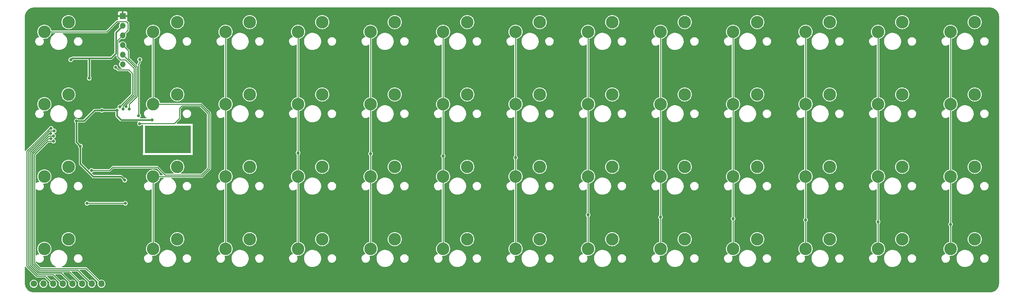
<source format=gbr>
%TF.GenerationSoftware,KiCad,Pcbnew,7.0.1-0*%
%TF.CreationDate,2023-08-02T22:09:24-05:00*%
%TF.ProjectId,pcb,7063622e-6b69-4636-9164-5f7063625858,rev?*%
%TF.SameCoordinates,Original*%
%TF.FileFunction,Copper,L1,Top*%
%TF.FilePolarity,Positive*%
%FSLAX46Y46*%
G04 Gerber Fmt 4.6, Leading zero omitted, Abs format (unit mm)*
G04 Created by KiCad (PCBNEW 7.0.1-0) date 2023-08-02 22:09:24*
%MOMM*%
%LPD*%
G01*
G04 APERTURE LIST*
%TA.AperFunction,ComponentPad*%
%ADD10C,3.300000*%
%TD*%
%TA.AperFunction,ComponentPad*%
%ADD11O,1.700000X1.700000*%
%TD*%
%TA.AperFunction,ComponentPad*%
%ADD12C,1.700000*%
%TD*%
%TA.AperFunction,ComponentPad*%
%ADD13O,1.524000X1.524000*%
%TD*%
%TA.AperFunction,ComponentPad*%
%ADD14R,1.524000X1.524000*%
%TD*%
%TA.AperFunction,ViaPad*%
%ADD15C,0.812800*%
%TD*%
%TA.AperFunction,Conductor*%
%ADD16C,0.254000*%
%TD*%
%TA.AperFunction,Conductor*%
%ADD17C,0.381000*%
%TD*%
G04 APERTURE END LIST*
D10*
%TO.P,MX42,1,COL*%
%TO.N,col2{slash}miso*%
X75961942Y-84375698D03*
%TO.P,MX42,2,ROW*%
%TO.N,Net-(D42-A)*%
X82311942Y-81835698D03*
%TD*%
%TO.P,MX9,1,COL*%
%TO.N,col8*%
X190262038Y-27225650D03*
%TO.P,MX9,2,ROW*%
%TO.N,Net-(D9-A)*%
X196612038Y-24685650D03*
%TD*%
%TO.P,MX3,1,COL*%
%TO.N,col2{slash}miso*%
X75961942Y-27225650D03*
%TO.P,MX3,2,ROW*%
%TO.N,Net-(D3-A)*%
X82311942Y-24685650D03*
%TD*%
%TO.P,MX41,1,COL*%
%TO.N,col1{slash}mosi*%
X56911926Y-84375698D03*
%TO.P,MX41,2,ROW*%
%TO.N,Net-(D41-A)*%
X63261926Y-81835698D03*
%TD*%
%TO.P,MX25,1,COL*%
%TO.N,col11*%
X247412086Y-46275666D03*
%TO.P,MX25,2,ROW*%
%TO.N,Net-(D25-A)*%
X253762086Y-43735666D03*
%TD*%
%TO.P,MX22,1,COL*%
%TO.N,col8*%
X190262038Y-46275666D03*
%TO.P,MX22,2,ROW*%
%TO.N,Net-(D22-A)*%
X196612038Y-43735666D03*
%TD*%
%TO.P,MX49,1,COL*%
%TO.N,col9*%
X209312054Y-84375698D03*
%TO.P,MX49,2,ROW*%
%TO.N,Net-(D49-A)*%
X215662054Y-81835698D03*
%TD*%
%TO.P,MX10,1,COL*%
%TO.N,col9*%
X209312054Y-27225650D03*
%TO.P,MX10,2,ROW*%
%TO.N,Net-(D10-A)*%
X215662054Y-24685650D03*
%TD*%
%TO.P,MX19,1,COL*%
%TO.N,col5*%
X133111990Y-46275666D03*
%TO.P,MX19,2,ROW*%
%TO.N,Net-(D19-A)*%
X139461990Y-43735666D03*
%TD*%
%TO.P,MX21,1,COL*%
%TO.N,col7*%
X171212022Y-46275666D03*
%TO.P,MX21,2,ROW*%
%TO.N,Net-(D21-A)*%
X177562022Y-43735666D03*
%TD*%
%TO.P,MX16,1,COL*%
%TO.N,col2{slash}miso*%
X75961942Y-46275666D03*
%TO.P,MX16,2,ROW*%
%TO.N,Net-(D16-A)*%
X82311942Y-43735666D03*
%TD*%
%TO.P,MX32,1,COL*%
%TO.N,col5*%
X133111990Y-65325682D03*
%TO.P,MX32,2,ROW*%
%TO.N,Net-(D32-A)*%
X139461990Y-62785682D03*
%TD*%
%TO.P,MX8,1,COL*%
%TO.N,col7*%
X171212022Y-27225650D03*
%TO.P,MX8,2,ROW*%
%TO.N,Net-(D8-A)*%
X177562022Y-24685650D03*
%TD*%
%TO.P,MX33,1,COL*%
%TO.N,col6*%
X152162006Y-65325682D03*
%TO.P,MX33,2,ROW*%
%TO.N,Net-(D33-A)*%
X158512006Y-62785682D03*
%TD*%
%TO.P,MX37,1,COL*%
%TO.N,col10*%
X228362070Y-65325682D03*
%TO.P,MX37,2,ROW*%
%TO.N,Net-(D37-A)*%
X234712070Y-62785682D03*
%TD*%
%TO.P,MX34,1,COL*%
%TO.N,col7*%
X171212022Y-65325682D03*
%TO.P,MX34,2,ROW*%
%TO.N,Net-(D34-A)*%
X177562022Y-62785682D03*
%TD*%
%TO.P,MX28,1,COL*%
%TO.N,col1{slash}mosi*%
X56911926Y-65325682D03*
%TO.P,MX28,2,ROW*%
%TO.N,Net-(D28-A)*%
X63261926Y-62785682D03*
%TD*%
%TO.P,MX47,1,COL*%
%TO.N,col7*%
X171212022Y-84375698D03*
%TO.P,MX47,2,ROW*%
%TO.N,Net-(D47-A)*%
X177562022Y-81835698D03*
%TD*%
%TO.P,MX45,1,COL*%
%TO.N,col5*%
X133111990Y-84375698D03*
%TO.P,MX45,2,ROW*%
%TO.N,Net-(D45-A)*%
X139461990Y-81835698D03*
%TD*%
%TO.P,MX4,1,COL*%
%TO.N,col3*%
X95011958Y-27225650D03*
%TO.P,MX4,2,ROW*%
%TO.N,Net-(D4-A)*%
X101361958Y-24685650D03*
%TD*%
%TO.P,MX29,1,COL*%
%TO.N,col2{slash}miso*%
X75961942Y-65325682D03*
%TO.P,MX29,2,ROW*%
%TO.N,Net-(D29-A)*%
X82311942Y-62785682D03*
%TD*%
%TO.P,MX7,1,COL*%
%TO.N,col6*%
X152162006Y-27225650D03*
%TO.P,MX7,2,ROW*%
%TO.N,Net-(D7-A)*%
X158512006Y-24685650D03*
%TD*%
%TO.P,MX18,1,COL*%
%TO.N,col4*%
X114061974Y-46275666D03*
%TO.P,MX18,2,ROW*%
%TO.N,Net-(D18-A)*%
X120411974Y-43735666D03*
%TD*%
%TO.P,MX39,1,COL*%
%TO.N,col12*%
X266462102Y-65325682D03*
%TO.P,MX39,2,ROW*%
%TO.N,Net-(D39-A)*%
X272812102Y-62785682D03*
%TD*%
%TO.P,MX24,1,COL*%
%TO.N,col10*%
X228362070Y-46275666D03*
%TO.P,MX24,2,ROW*%
%TO.N,Net-(D24-A)*%
X234712070Y-43735666D03*
%TD*%
%TO.P,MX43,1,COL*%
%TO.N,col3*%
X95011958Y-84375698D03*
%TO.P,MX43,2,ROW*%
%TO.N,Net-(D43-A)*%
X101361958Y-81835698D03*
%TD*%
%TO.P,MX13,1,COL*%
%TO.N,col12*%
X266462102Y-27225650D03*
%TO.P,MX13,2,ROW*%
%TO.N,Net-(D13-A)*%
X272812102Y-24685650D03*
%TD*%
%TO.P,MX6,1,COL*%
%TO.N,col5*%
X133111990Y-27225650D03*
%TO.P,MX6,2,ROW*%
%TO.N,Net-(D6-A)*%
X139461990Y-24685650D03*
%TD*%
%TO.P,MX36,1,COL*%
%TO.N,col9*%
X209312054Y-65325682D03*
%TO.P,MX36,2,ROW*%
%TO.N,Net-(D36-A)*%
X215662054Y-62785682D03*
%TD*%
D11*
%TO.P,J5,8,Pin_8*%
%TO.N,extra8*%
X43338780Y-93575000D03*
%TO.P,J5,7,Pin_7*%
%TO.N,extra7*%
X40798780Y-93575000D03*
%TO.P,J5,6,Pin_6*%
%TO.N,extra6*%
X38258780Y-93575000D03*
%TO.P,J5,5,Pin_5*%
%TO.N,extra5*%
X35718780Y-93575000D03*
%TO.P,J5,4,Pin_4*%
%TO.N,extra4*%
X33178780Y-93575000D03*
%TO.P,J5,3,Pin_3*%
%TO.N,extra3*%
X30638780Y-93575000D03*
%TO.P,J5,2,Pin_2*%
%TO.N,extra2*%
X28098780Y-93575000D03*
D12*
%TO.P,J5,1,Pin_1*%
%TO.N,extra1*%
X25558780Y-93575000D03*
%TD*%
D10*
%TO.P,MX30,1,COL*%
%TO.N,col3*%
X95011958Y-65325682D03*
%TO.P,MX30,2,ROW*%
%TO.N,Net-(D30-A)*%
X101361958Y-62785682D03*
%TD*%
%TO.P,MX35,1,COL*%
%TO.N,col8*%
X190262038Y-65325682D03*
%TO.P,MX35,2,ROW*%
%TO.N,Net-(D35-A)*%
X196612038Y-62785682D03*
%TD*%
%TO.P,MX15,1,COL*%
%TO.N,col1{slash}mosi*%
X56911926Y-46275666D03*
%TO.P,MX15,2,ROW*%
%TO.N,Net-(D15-A)*%
X63261926Y-43735666D03*
%TD*%
%TO.P,MX48,1,COL*%
%TO.N,col8*%
X190262038Y-84375698D03*
%TO.P,MX48,2,ROW*%
%TO.N,Net-(D48-A)*%
X196612038Y-81835698D03*
%TD*%
%TO.P,MX31,1,COL*%
%TO.N,col4*%
X114061974Y-65325682D03*
%TO.P,MX31,2,ROW*%
%TO.N,Net-(D31-A)*%
X120411974Y-62785682D03*
%TD*%
%TO.P,MX17,1,COL*%
%TO.N,col3*%
X95011958Y-46275666D03*
%TO.P,MX17,2,ROW*%
%TO.N,Net-(D17-A)*%
X101361958Y-43735666D03*
%TD*%
%TO.P,MX51,1,COL*%
%TO.N,col11*%
X247412086Y-84375698D03*
%TO.P,MX51,2,ROW*%
%TO.N,Net-(D51-A)*%
X253762086Y-81835698D03*
%TD*%
%TO.P,MX44,1,COL*%
%TO.N,col4*%
X114061974Y-84375698D03*
%TO.P,MX44,2,ROW*%
%TO.N,Net-(D44-A)*%
X120411974Y-81835698D03*
%TD*%
%TO.P,MX27,1,COL*%
%TO.N,col0{slash}sck*%
X28336902Y-65325682D03*
%TO.P,MX27,2,ROW*%
%TO.N,Net-(D27-A)*%
X34686902Y-62785682D03*
%TD*%
%TO.P,MX40,1,COL*%
%TO.N,col0{slash}sck*%
X28336902Y-84375698D03*
%TO.P,MX40,2,ROW*%
%TO.N,Net-(D40-A)*%
X34686902Y-81835698D03*
%TD*%
%TO.P,MX12,1,COL*%
%TO.N,col11*%
X247412086Y-27225650D03*
%TO.P,MX12,2,ROW*%
%TO.N,Net-(D12-A)*%
X253762086Y-24685650D03*
%TD*%
%TO.P,MX11,1,COL*%
%TO.N,col10*%
X228362070Y-27225650D03*
%TO.P,MX11,2,ROW*%
%TO.N,Net-(D11-A)*%
X234712070Y-24685650D03*
%TD*%
%TO.P,MX23,1,COL*%
%TO.N,col9*%
X209312054Y-46275666D03*
%TO.P,MX23,2,ROW*%
%TO.N,Net-(D23-A)*%
X215662054Y-43735666D03*
%TD*%
%TO.P,MX52,1,COL*%
%TO.N,col12*%
X266462102Y-84375698D03*
%TO.P,MX52,2,ROW*%
%TO.N,Net-(D52-A)*%
X272812102Y-81835698D03*
%TD*%
%TO.P,MX2,1,COL*%
%TO.N,col1{slash}mosi*%
X56911926Y-27225650D03*
%TO.P,MX2,2,ROW*%
%TO.N,Net-(D2-A)*%
X63261926Y-24685650D03*
%TD*%
%TO.P,MX50,1,COL*%
%TO.N,col10*%
X228362070Y-84375698D03*
%TO.P,MX50,2,ROW*%
%TO.N,Net-(D50-A)*%
X234712070Y-81835698D03*
%TD*%
%TO.P,MX20,1,COL*%
%TO.N,col6*%
X152162006Y-46275666D03*
%TO.P,MX20,2,ROW*%
%TO.N,Net-(D20-A)*%
X158512006Y-43735666D03*
%TD*%
%TO.P,MX26,1,COL*%
%TO.N,col12*%
X266462102Y-46275666D03*
%TO.P,MX26,2,ROW*%
%TO.N,Net-(D26-A)*%
X272812102Y-43735666D03*
%TD*%
%TO.P,MX1,1,COL*%
%TO.N,col0{slash}sck*%
X28336902Y-27225650D03*
%TO.P,MX1,2,ROW*%
%TO.N,Net-(D1-A)*%
X34686902Y-24685650D03*
%TD*%
D13*
%TO.P,J2,1,~{RST}*%
%TO.N,ISP_Reset*%
X48900000Y-35800000D03*
%TO.P,J2,2,VCC*%
%TO.N,VCC*%
X48900000Y-25640000D03*
%TO.P,J2,3,MISO*%
%TO.N,col2{slash}miso*%
X48900000Y-30720000D03*
%TO.P,J2,4,MOSI*%
%TO.N,col1{slash}mosi*%
X48900000Y-33260000D03*
%TO.P,J2,5,SCK*%
%TO.N,col0{slash}sck*%
X48900000Y-28180000D03*
D14*
%TO.P,J2,6,GND*%
%TO.N,GND*%
X48900000Y-23100000D03*
%TD*%
D10*
%TO.P,MX38,1,COL*%
%TO.N,col11*%
X247412086Y-65325682D03*
%TO.P,MX38,2,ROW*%
%TO.N,Net-(D38-A)*%
X253762086Y-62785682D03*
%TD*%
%TO.P,MX5,1,COL*%
%TO.N,col4*%
X114061974Y-27225650D03*
%TO.P,MX5,2,ROW*%
%TO.N,Net-(D5-A)*%
X120411974Y-24685650D03*
%TD*%
%TO.P,MX46,1,COL*%
%TO.N,col6*%
X152162006Y-84375698D03*
%TO.P,MX46,2,ROW*%
%TO.N,Net-(D46-A)*%
X158512006Y-81835698D03*
%TD*%
%TO.P,MX14,1,COL*%
%TO.N,col0{slash}sck*%
X28336902Y-46275666D03*
%TO.P,MX14,2,ROW*%
%TO.N,Net-(D14-A)*%
X34686902Y-43735666D03*
%TD*%
D15*
%TO.N,GND*%
X128575000Y-50825000D03*
X243000000Y-69900000D03*
X71075000Y-74450000D03*
X128575000Y-59200000D03*
X65725000Y-56900000D03*
X261975000Y-31800000D03*
X147675000Y-79500000D03*
X261975000Y-53400000D03*
X166775000Y-31800000D03*
X185850000Y-69900000D03*
X204800000Y-50825000D03*
X73325000Y-61762500D03*
X185850000Y-79300000D03*
X58000000Y-31775000D03*
X261975000Y-72475000D03*
X27037496Y-70050000D03*
X261975000Y-79250000D03*
X204800000Y-88900000D03*
X147675000Y-72475000D03*
X223950000Y-72475000D03*
X58700000Y-38575000D03*
X71075000Y-79550000D03*
X261975000Y-76675000D03*
X166775000Y-53400000D03*
X65050000Y-31625000D03*
X29612496Y-70050000D03*
X204800000Y-72475000D03*
X90175000Y-91475000D03*
X204800000Y-34375000D03*
X261975000Y-69900000D03*
X204800000Y-79200000D03*
X166775000Y-69900000D03*
X147675000Y-53400000D03*
X38700000Y-58925000D03*
X109700000Y-31800000D03*
X109700000Y-50825000D03*
X261975000Y-50825000D03*
X109700000Y-74450000D03*
X166775000Y-74400000D03*
X60700000Y-35775000D03*
X44100000Y-70325000D03*
X204800000Y-53400000D03*
X71075000Y-72500000D03*
X185850000Y-50825000D03*
X58700000Y-35775000D03*
X166775000Y-88900000D03*
X261975000Y-88900000D03*
X49200000Y-70325000D03*
X65050000Y-38575000D03*
X243000000Y-76475000D03*
X109700000Y-72475000D03*
X56600000Y-55475000D03*
X223950000Y-50825000D03*
X243000000Y-72475000D03*
X52325000Y-79550000D03*
X185850000Y-74900000D03*
X73300000Y-50850000D03*
X128575000Y-31800000D03*
X204800000Y-75550000D03*
X185850000Y-88900000D03*
X52325000Y-74450000D03*
X185850000Y-72475000D03*
X90175000Y-58475000D03*
X30662496Y-75725000D03*
X128550000Y-79525000D03*
X109700000Y-88900000D03*
X166775000Y-34375000D03*
X29637496Y-79025000D03*
X261975000Y-91475000D03*
X109700000Y-34375000D03*
X223950000Y-53400000D03*
X147675000Y-91475000D03*
X109700000Y-79550000D03*
X166775000Y-91475000D03*
X204800000Y-69900000D03*
X52100000Y-88900000D03*
X243000000Y-91475000D03*
X128575000Y-61775000D03*
X90175000Y-61750000D03*
X128575000Y-91475000D03*
X204800000Y-91475000D03*
X90175000Y-74425000D03*
X109700000Y-69900000D03*
X166775000Y-50825000D03*
X128575000Y-69900000D03*
X223950000Y-34375000D03*
X128575000Y-72475000D03*
X24912496Y-40800000D03*
X147800000Y-61950000D03*
X243000000Y-53400000D03*
X90175000Y-31800000D03*
X109700000Y-53400000D03*
X27062496Y-79025000D03*
X62725000Y-35775000D03*
X128575000Y-34375000D03*
X128575000Y-88900000D03*
X128575000Y-53400000D03*
X30112496Y-51275000D03*
X109875000Y-61925000D03*
X243000000Y-50825000D03*
X243000000Y-31800000D03*
X147675000Y-69900000D03*
X50325000Y-41925000D03*
X166775000Y-79500000D03*
X223950000Y-69900000D03*
X62725000Y-38575000D03*
X71075000Y-91500000D03*
X243000000Y-34375000D03*
X223950000Y-88900000D03*
X185850000Y-53400000D03*
X90175000Y-69900000D03*
X52100000Y-91475000D03*
X71075000Y-69925000D03*
X147675000Y-31800000D03*
X185850000Y-91475000D03*
X90175000Y-72475000D03*
X147675000Y-88900000D03*
X128550000Y-74425000D03*
X166775000Y-72475000D03*
X65800000Y-54200000D03*
X223950000Y-91475000D03*
X147800000Y-59375000D03*
X109700000Y-91475000D03*
X90175000Y-79525000D03*
X223950000Y-76025000D03*
X147675000Y-50825000D03*
X90175000Y-88900000D03*
X73300000Y-53425000D03*
X185850000Y-31800000D03*
X261975000Y-34375000D03*
X63075000Y-31650000D03*
X65050000Y-35775000D03*
X26962496Y-51275000D03*
X223950000Y-31800000D03*
X147675000Y-34375000D03*
X71075000Y-88925000D03*
X109875000Y-58825000D03*
X29662496Y-31900000D03*
X90175000Y-53400000D03*
X243000000Y-88900000D03*
X60700000Y-38575000D03*
X147675000Y-74400000D03*
X204800000Y-31800000D03*
X223950000Y-79125000D03*
X27087496Y-31900000D03*
X71575000Y-37200000D03*
X185850000Y-34375000D03*
X33812496Y-75725000D03*
X73325000Y-58487500D03*
X90175000Y-50825000D03*
X90175000Y-34375000D03*
X243000000Y-79050000D03*
%TO.N,VCC*%
X49475000Y-66300000D03*
X37800000Y-57350000D03*
X43450000Y-47925000D03*
X36762496Y-50725000D03*
X56625000Y-50425000D03*
X47400000Y-47925000D03*
X40137496Y-39475000D03*
X35287496Y-34575000D03*
%TO.N,row2*%
X49600000Y-72400000D03*
X39537496Y-72400000D03*
%TO.N,col3*%
X95011958Y-59125000D03*
%TO.N,col4*%
X114061974Y-59325000D03*
%TO.N,col5*%
X133111990Y-59900000D03*
%TO.N,col6*%
X152162006Y-60375000D03*
%TO.N,col7*%
X171212022Y-75450000D03*
%TO.N,col8*%
X190262038Y-76020500D03*
%TO.N,col9*%
X209312054Y-76426900D03*
%TO.N,ISP_Reset*%
X53398100Y-34525000D03*
X53119200Y-49344200D03*
%TO.N,row0*%
X48200000Y-46950000D03*
X47075000Y-36575000D03*
%TO.N,extra2*%
X53350000Y-51425000D03*
X40737496Y-63725000D03*
%TO.N,extra3*%
X30100262Y-52623500D03*
%TO.N,extra4*%
X30898910Y-53308800D03*
%TO.N,extra5*%
X30012496Y-53994100D03*
%TO.N,extra6*%
X30746627Y-54679400D03*
%TO.N,extra7*%
X30029635Y-55364700D03*
%TO.N,extra8*%
X30737496Y-56050000D03*
%TO.N,col0{slash}sck*%
X49000000Y-47525000D03*
%TO.N,col10*%
X228362070Y-76750000D03*
%TO.N,col11*%
X247412086Y-77239700D03*
%TO.N,col12*%
X266462102Y-77925000D03*
%TO.N,col1{slash}mosi*%
X49800000Y-46900000D03*
%TO.N,col2{slash}miso*%
X50600000Y-47550000D03*
%TD*%
D16*
%TO.N,GND*%
X109700000Y-74450000D02*
X109700000Y-79550000D01*
X223950000Y-50825000D02*
X223950000Y-53400000D01*
X147675000Y-31800000D02*
X147675000Y-34375000D01*
X44100000Y-70325000D02*
X49200000Y-70325000D01*
X73300000Y-50850000D02*
X73300000Y-53425000D01*
X90175000Y-50825000D02*
X90175000Y-53400000D01*
X261975000Y-31800000D02*
X261975000Y-34375000D01*
X90175000Y-58475000D02*
X90175000Y-61750000D01*
X27037496Y-70050000D02*
X29612496Y-70050000D01*
X223950000Y-31800000D02*
X223950000Y-34375000D01*
X58700000Y-35775000D02*
X58700000Y-38575000D01*
X204800000Y-50825000D02*
X204800000Y-53400000D01*
X147675000Y-50825000D02*
X147675000Y-53400000D01*
X243000000Y-31800000D02*
X243000000Y-34375000D01*
X26962496Y-51275000D02*
X30112496Y-51275000D01*
X109700000Y-69900000D02*
X109700000Y-72475000D01*
X109700000Y-88900000D02*
X109700000Y-91475000D01*
X90175000Y-88900000D02*
X90175000Y-91475000D01*
X223950000Y-69900000D02*
X223950000Y-72475000D01*
X128575000Y-88900000D02*
X128575000Y-91475000D01*
X243000000Y-69900000D02*
X243000000Y-72475000D01*
X223950000Y-76025000D02*
X223950000Y-79125000D01*
X204800000Y-69900000D02*
X204800000Y-72475000D01*
X60700000Y-35775000D02*
X60700000Y-38575000D01*
X147675000Y-88900000D02*
X147675000Y-91475000D01*
X204800000Y-31800000D02*
X204800000Y-34375000D01*
X185850000Y-74900000D02*
X185850000Y-79300000D01*
X185850000Y-31800000D02*
X185850000Y-34375000D01*
X52100000Y-88900000D02*
X52100000Y-91475000D01*
X128550000Y-74425000D02*
X128550000Y-79525000D01*
X65050000Y-35775000D02*
X65050000Y-38575000D01*
X243000000Y-50825000D02*
X243000000Y-53400000D01*
X62725000Y-32000000D02*
X63075000Y-31650000D01*
X58700000Y-35775000D02*
X58700000Y-32475000D01*
X147675000Y-69900000D02*
X147675000Y-72475000D01*
X166775000Y-88900000D02*
X166775000Y-91475000D01*
X30662496Y-75725000D02*
X33812496Y-75725000D01*
X62725000Y-35775000D02*
X62725000Y-32000000D01*
X128575000Y-50825000D02*
X128575000Y-53400000D01*
X261975000Y-50825000D02*
X261975000Y-53400000D01*
X109700000Y-31800000D02*
X109700000Y-34375000D01*
X185850000Y-69900000D02*
X185850000Y-72475000D01*
X90175000Y-74425000D02*
X90175000Y-79525000D01*
X27087496Y-31900000D02*
X29662496Y-31900000D01*
X71075000Y-74450000D02*
X71075000Y-79550000D01*
X204800000Y-88900000D02*
X204800000Y-91475000D01*
X261975000Y-88900000D02*
X261975000Y-91475000D01*
X261975000Y-69900000D02*
X261975000Y-72475000D01*
X185850000Y-88900000D02*
X185850000Y-91475000D01*
X166775000Y-50825000D02*
X166775000Y-53400000D01*
X147675000Y-74400000D02*
X147675000Y-79500000D01*
X71075000Y-88925000D02*
X71075000Y-91500000D01*
X52325000Y-74450000D02*
X52325000Y-79550000D01*
X71075000Y-69925000D02*
X71075000Y-72500000D01*
X204800000Y-75550000D02*
X204800000Y-79200000D01*
X90175000Y-31800000D02*
X90175000Y-34375000D01*
X58700000Y-32475000D02*
X58000000Y-31775000D01*
X166775000Y-69900000D02*
X166775000Y-72475000D01*
X223950000Y-88900000D02*
X223950000Y-91475000D01*
X166775000Y-74400000D02*
X166775000Y-79500000D01*
X73325000Y-58487500D02*
X73325000Y-61762500D01*
X243000000Y-88900000D02*
X243000000Y-91475000D01*
X27062496Y-79025000D02*
X29637496Y-79025000D01*
X243000000Y-76475000D02*
X243000000Y-79050000D01*
X185850000Y-50825000D02*
X185850000Y-53400000D01*
X109700000Y-50825000D02*
X109700000Y-53400000D01*
X65050000Y-35775000D02*
X65050000Y-31625000D01*
X62725000Y-35775000D02*
X62725000Y-38575000D01*
X128575000Y-69900000D02*
X128575000Y-72475000D01*
X128575000Y-59200000D02*
X128575000Y-61775000D01*
X90175000Y-69900000D02*
X90175000Y-72475000D01*
X261975000Y-76675000D02*
X261975000Y-79250000D01*
X109875000Y-61925000D02*
X109875000Y-58825000D01*
X166775000Y-31800000D02*
X166775000Y-34375000D01*
X147800000Y-59375000D02*
X147800000Y-61950000D01*
X128575000Y-31800000D02*
X128575000Y-34375000D01*
D17*
%TO.N,VCC*%
X37800000Y-57350000D02*
X37800000Y-62012504D01*
X48525000Y-65350000D02*
X49475000Y-66300000D01*
X48900000Y-25640000D02*
X47155100Y-27384900D01*
X40137496Y-34202958D02*
X40125000Y-34190462D01*
X56619900Y-50419900D02*
X56625000Y-50425000D01*
X40125000Y-34190462D02*
X35672034Y-34190462D01*
X47400000Y-47925000D02*
X43450000Y-47925000D01*
X38762496Y-50725000D02*
X36762496Y-50725000D01*
X47400000Y-49300000D02*
X48519900Y-50419900D01*
X47400000Y-47925000D02*
X47400000Y-49300000D01*
X41137496Y-65350000D02*
X48525000Y-65350000D01*
X36762496Y-56312496D02*
X37800000Y-57350000D01*
X41562496Y-47925000D02*
X38762496Y-50725000D01*
X35672034Y-34190462D02*
X35287496Y-34575000D01*
X37800000Y-62012504D02*
X37931248Y-62143752D01*
X48519900Y-50419900D02*
X56619900Y-50419900D01*
X37931248Y-62143752D02*
X41137496Y-65350000D01*
X36762496Y-54750000D02*
X36762496Y-56312496D01*
X45859538Y-34190462D02*
X40125000Y-34190462D01*
X47155100Y-27384900D02*
X47155100Y-32894900D01*
X47155100Y-32894900D02*
X45859538Y-34190462D01*
X36762496Y-50725000D02*
X36762496Y-54750000D01*
X43450000Y-47925000D02*
X41562496Y-47925000D01*
X40137496Y-39475000D02*
X40137496Y-34202958D01*
D16*
%TO.N,row2*%
X49600000Y-72400000D02*
X39537496Y-72400000D01*
%TO.N,col3*%
X95011958Y-27225650D02*
X95011958Y-59125000D01*
X95011958Y-59125000D02*
X95011958Y-84375698D01*
%TO.N,col4*%
X114061974Y-59325000D02*
X114061974Y-27225650D01*
X114061974Y-84375698D02*
X114061974Y-59325000D01*
%TO.N,col5*%
X133111990Y-27225650D02*
X133111990Y-59900000D01*
X133111990Y-59900000D02*
X133111990Y-84375698D01*
%TO.N,col6*%
X152162006Y-60375000D02*
X152162006Y-27225650D01*
X152162006Y-84375698D02*
X152162006Y-60375000D01*
%TO.N,col7*%
X171212022Y-27225650D02*
X171212022Y-75450000D01*
X171212022Y-75450000D02*
X171212022Y-84375698D01*
%TO.N,col8*%
X190262038Y-84375698D02*
X190262038Y-27225650D01*
%TO.N,col9*%
X209312054Y-27225650D02*
X209312054Y-84375698D01*
%TO.N,ISP_Reset*%
X53119200Y-35625000D02*
X53119200Y-49344200D01*
X53398100Y-35346100D02*
X53119200Y-35625000D01*
X53398100Y-34525000D02*
X53398100Y-35346100D01*
%TO.N,row0*%
X51493600Y-43656400D02*
X51493600Y-38218600D01*
X50550000Y-37275000D02*
X49475000Y-37275000D01*
X51493600Y-38218600D02*
X50550000Y-37275000D01*
X49475000Y-37275000D02*
X47775000Y-37275000D01*
X47775000Y-37275000D02*
X47075000Y-36575000D01*
X48200000Y-46950000D02*
X51493600Y-43656400D01*
%TO.N,extra2*%
X71368600Y-63181664D02*
X71368600Y-48743336D01*
X62475000Y-51398800D02*
X53376200Y-51398800D01*
X46325000Y-62900000D02*
X58000000Y-62900000D01*
X69307330Y-46682066D02*
X64517934Y-46682066D01*
X45500000Y-63725000D02*
X46325000Y-62900000D01*
X58000000Y-62900000D02*
X60019282Y-64919282D01*
X63825000Y-50048800D02*
X62475000Y-51398800D01*
X60019282Y-64919282D02*
X69630982Y-64919282D01*
X53376200Y-51398800D02*
X53350000Y-51425000D01*
X64517934Y-46682066D02*
X63825000Y-47375000D01*
X40737496Y-63725000D02*
X45500000Y-63725000D01*
X63825000Y-47375000D02*
X63825000Y-50048800D01*
X71368600Y-48743336D02*
X69307330Y-46682066D01*
X69630982Y-64919282D02*
X71368600Y-63181664D01*
%TO.N,extra3*%
X29790316Y-52623500D02*
X30100262Y-52623500D01*
X23730496Y-88992472D02*
X23730496Y-58683320D01*
X28514496Y-91582000D02*
X26320024Y-91582000D01*
X26320024Y-91582000D02*
X23730496Y-88992472D01*
X30507496Y-93575000D02*
X28514496Y-91582000D01*
X23730496Y-58683320D02*
X29790316Y-52623500D01*
%TO.N,extra4*%
X24136896Y-88824136D02*
X26488360Y-91175600D01*
X30648096Y-91175600D02*
X33047496Y-93575000D01*
X30898910Y-53308800D02*
X29679752Y-53308800D01*
X26488360Y-91175600D02*
X30648096Y-91175600D01*
X29679752Y-53308800D02*
X24136896Y-58851656D01*
X24136896Y-58851656D02*
X24136896Y-88824136D01*
%TO.N,extra5*%
X26656696Y-90769200D02*
X24543296Y-88655800D01*
X29570188Y-53994100D02*
X30012496Y-53994100D01*
X24543296Y-88655800D02*
X24543296Y-59019992D01*
X24543296Y-59019992D02*
X29569688Y-53993600D01*
X35587496Y-93575000D02*
X32781696Y-90769200D01*
X29569688Y-53993600D02*
X29570188Y-53994100D01*
X32781696Y-90769200D02*
X26656696Y-90769200D01*
%TO.N,extra6*%
X30746627Y-54679400D02*
X29459624Y-54679400D01*
X34915296Y-90362800D02*
X38127496Y-93575000D01*
X26875824Y-90362800D02*
X34915296Y-90362800D01*
X24949696Y-59188328D02*
X24949696Y-88436672D01*
X29459624Y-54679400D02*
X29459124Y-54678900D01*
X29459124Y-54678900D02*
X24949696Y-59188328D01*
X24949696Y-88436672D02*
X26875824Y-90362800D01*
%TO.N,extra7*%
X40667496Y-93575000D02*
X37048896Y-89956400D01*
X25356096Y-88268336D02*
X25356096Y-59356664D01*
X27044160Y-89956400D02*
X25356096Y-88268336D01*
X37048896Y-89956400D02*
X27044160Y-89956400D01*
X25356096Y-59356664D02*
X29348060Y-55364700D01*
X29348060Y-55364700D02*
X30029635Y-55364700D01*
%TO.N,extra8*%
X29237496Y-56050000D02*
X25762496Y-59525000D01*
X25762496Y-59525000D02*
X25762496Y-88100000D01*
X30737496Y-56050000D02*
X29237496Y-56050000D01*
X43338780Y-93575000D02*
X39313780Y-89550000D01*
X25762496Y-88100000D02*
X27212496Y-89550000D01*
X27212496Y-89550000D02*
X39313780Y-89550000D01*
%TO.N,col0{slash}sck*%
X48350000Y-34575000D02*
X47625000Y-33850000D01*
X48900000Y-28180000D02*
X50325000Y-26755000D01*
X47625000Y-29455000D02*
X48900000Y-28180000D01*
X49850000Y-24500000D02*
X47425000Y-24500000D01*
X49640264Y-34575000D02*
X48350000Y-34575000D01*
X51900000Y-36834736D02*
X49640264Y-34575000D01*
X44699350Y-27225650D02*
X28336902Y-27225650D01*
X47425000Y-24500000D02*
X44699350Y-27225650D01*
X49000000Y-47525000D02*
X49000000Y-46724736D01*
X49000000Y-46724736D02*
X51900000Y-43824736D01*
X51900000Y-43824736D02*
X51900000Y-36834736D01*
X47625000Y-33850000D02*
X47625000Y-29455000D01*
X50325000Y-26755000D02*
X50325000Y-24975000D01*
X50325000Y-24975000D02*
X49850000Y-24500000D01*
%TO.N,col10*%
X228362070Y-76750000D02*
X228362070Y-27225650D01*
X228362070Y-84375698D02*
X228362070Y-76750000D01*
%TO.N,col11*%
X247412086Y-27225650D02*
X247412086Y-84375698D01*
%TO.N,col12*%
X266462102Y-27225650D02*
X266462102Y-77925000D01*
X266462102Y-77925000D02*
X266462102Y-84375698D01*
%TO.N,col1{slash}mosi*%
X69475666Y-46275666D02*
X71775000Y-48575000D01*
X56911926Y-46275666D02*
X69475666Y-46275666D01*
X52306400Y-36666400D02*
X52306400Y-36875000D01*
X48900000Y-33260000D02*
X52306400Y-36666400D01*
X52306400Y-43950000D02*
X52306400Y-36875000D01*
X69799318Y-65325682D02*
X56911926Y-65325682D01*
X56911926Y-27225650D02*
X56911926Y-46275666D01*
X56911926Y-84375698D02*
X56911926Y-65325682D01*
X52306400Y-43993072D02*
X52306400Y-43950000D01*
X49800000Y-46499472D02*
X52306400Y-43993072D01*
X49800000Y-46900000D02*
X49800000Y-46499472D01*
X71775000Y-48575000D02*
X71775000Y-63350000D01*
X71775000Y-63350000D02*
X69799318Y-65325682D01*
%TO.N,col2{slash}miso*%
X48900000Y-30720000D02*
X50375000Y-32195000D01*
X52712800Y-44161408D02*
X50600000Y-46274208D01*
X52712800Y-36498064D02*
X52712800Y-44161408D01*
X50375000Y-32195000D02*
X50375000Y-34160264D01*
X50600000Y-46274208D02*
X50600000Y-47550000D01*
X50375000Y-34160264D02*
X52712800Y-36498064D01*
X75961942Y-84375698D02*
X75961942Y-27225650D01*
%TD*%
%TA.AperFunction,Conductor*%
%TO.N,GND*%
G36*
X54188000Y-51742811D02*
G01*
X54233387Y-51788198D01*
X54250000Y-51850198D01*
X54250000Y-59073638D01*
X54240561Y-59121091D01*
X54225000Y-59144379D01*
X54225000Y-59650000D01*
X54173483Y-59650000D01*
X54173483Y-51738921D01*
X54188000Y-51742811D01*
G37*
%TD.AperFunction*%
%TA.AperFunction,Conductor*%
G36*
X66738000Y-51941613D02*
G01*
X66783387Y-51987000D01*
X66800000Y-52049000D01*
X66800000Y-59026000D01*
X66783387Y-59088000D01*
X66738000Y-59133387D01*
X66676000Y-59150000D01*
X54874000Y-59150000D01*
X54812000Y-59133387D01*
X54766613Y-59088000D01*
X54750000Y-59026000D01*
X54750000Y-52049000D01*
X54766613Y-51987000D01*
X54812000Y-51941613D01*
X54874000Y-51925000D01*
X66676000Y-51925000D01*
X66738000Y-51941613D01*
G37*
%TD.AperFunction*%
%TD*%
%TA.AperFunction,Conductor*%
%TO.N,GND*%
G36*
X69167808Y-47018903D02*
G01*
X69208036Y-47045783D01*
X71004883Y-48842630D01*
X71031763Y-48882858D01*
X71041202Y-48930311D01*
X71041202Y-62994689D01*
X71031763Y-63042142D01*
X71004883Y-63082370D01*
X69531688Y-64555565D01*
X69491460Y-64582445D01*
X69444007Y-64591884D01*
X64300978Y-64591884D01*
X64238468Y-64574975D01*
X64193005Y-64528859D01*
X64176991Y-64466113D01*
X64194791Y-64403851D01*
X64241551Y-64359052D01*
X64249641Y-64354634D01*
X64264882Y-64346312D01*
X64476775Y-64187692D01*
X64663936Y-64000531D01*
X64822556Y-63788638D01*
X64949407Y-63556329D01*
X65041905Y-63308331D01*
X65098169Y-63049694D01*
X65117051Y-62785682D01*
X65098169Y-62521670D01*
X65049913Y-62299845D01*
X65041906Y-62263037D01*
X65041905Y-62263033D01*
X64949407Y-62015035D01*
X64822556Y-61782726D01*
X64663936Y-61570833D01*
X64476775Y-61383672D01*
X64476774Y-61383671D01*
X64264883Y-61225052D01*
X64125166Y-61148761D01*
X64032573Y-61098201D01*
X63784575Y-61005703D01*
X63784570Y-61005701D01*
X63525938Y-60949439D01*
X63261926Y-60930556D01*
X62997913Y-60949439D01*
X62739281Y-61005701D01*
X62615277Y-61051952D01*
X62491279Y-61098201D01*
X62491276Y-61098202D01*
X62491275Y-61098203D01*
X62258968Y-61225052D01*
X62047076Y-61383672D01*
X61859916Y-61570832D01*
X61701296Y-61782724D01*
X61574447Y-62015031D01*
X61574445Y-62015035D01*
X61552298Y-62074415D01*
X61481945Y-62263037D01*
X61425683Y-62521669D01*
X61406800Y-62785682D01*
X61425683Y-63049694D01*
X61481945Y-63308326D01*
X61481947Y-63308331D01*
X61574445Y-63556329D01*
X61593712Y-63591613D01*
X61701296Y-63788639D01*
X61859916Y-64000531D01*
X62047076Y-64187691D01*
X62258968Y-64346311D01*
X62282301Y-64359052D01*
X62329061Y-64403851D01*
X62346861Y-64466113D01*
X62330847Y-64528859D01*
X62285384Y-64574975D01*
X62222874Y-64591884D01*
X60206257Y-64591884D01*
X60158804Y-64582445D01*
X60118576Y-64555565D01*
X58245443Y-62682432D01*
X58238134Y-62674456D01*
X58213693Y-62645328D01*
X58180770Y-62626320D01*
X58171647Y-62620508D01*
X58139665Y-62598114D01*
X58114707Y-62587776D01*
X58076256Y-62580995D01*
X58065700Y-62578655D01*
X58028976Y-62568815D01*
X57994524Y-62571830D01*
X57991094Y-62572130D01*
X57980289Y-62572602D01*
X46344709Y-62572602D01*
X46333900Y-62572130D01*
X46296023Y-62568815D01*
X46259302Y-62578655D01*
X46248744Y-62580996D01*
X46210291Y-62587776D01*
X46185334Y-62598114D01*
X46153356Y-62620505D01*
X46144239Y-62626314D01*
X46111306Y-62645328D01*
X46086862Y-62674459D01*
X46079555Y-62682432D01*
X45400706Y-63361283D01*
X45360478Y-63388163D01*
X45313025Y-63397602D01*
X41312277Y-63397602D01*
X41257434Y-63384814D01*
X41213902Y-63349089D01*
X41170271Y-63292229D01*
X41170269Y-63292228D01*
X41170269Y-63292227D01*
X41043513Y-63194963D01*
X41043512Y-63194962D01*
X41043510Y-63194961D01*
X40895902Y-63133821D01*
X40737496Y-63112966D01*
X40579089Y-63133821D01*
X40431481Y-63194961D01*
X40304723Y-63292227D01*
X40207458Y-63418984D01*
X40147212Y-63564432D01*
X40111316Y-63612832D01*
X40056842Y-63638596D01*
X39996656Y-63635640D01*
X39944970Y-63604660D01*
X38227217Y-61886908D01*
X38200337Y-61846680D01*
X38190898Y-61799227D01*
X38190898Y-57876055D01*
X38203686Y-57821210D01*
X38223919Y-57796556D01*
X38222835Y-57795724D01*
X38232773Y-57782773D01*
X38330037Y-57656017D01*
X38391179Y-57508406D01*
X38412034Y-57350000D01*
X38391179Y-57191594D01*
X38330037Y-57043983D01*
X38232773Y-56917227D01*
X38106017Y-56819963D01*
X38106016Y-56819962D01*
X38106014Y-56819961D01*
X37958406Y-56758821D01*
X37783815Y-56735835D01*
X37783993Y-56734480D01*
X37752245Y-56731351D01*
X37704429Y-56701615D01*
X37189713Y-56186900D01*
X37162833Y-56146672D01*
X37153394Y-56099219D01*
X37153394Y-51251055D01*
X37166182Y-51196210D01*
X37186414Y-51171557D01*
X37185330Y-51170726D01*
X37190174Y-51164413D01*
X37196619Y-51159123D01*
X37201909Y-51152678D01*
X37208222Y-51147834D01*
X37209053Y-51148918D01*
X37233706Y-51128686D01*
X37288551Y-51115898D01*
X38824406Y-51115898D01*
X38824408Y-51115898D01*
X38844756Y-51109286D01*
X38863661Y-51104748D01*
X38884796Y-51101401D01*
X38903849Y-51091691D01*
X38921824Y-51084245D01*
X38942173Y-51077635D01*
X38959488Y-51065054D01*
X38976067Y-51054894D01*
X38995124Y-51045185D01*
X39082681Y-50957628D01*
X41688091Y-48352217D01*
X41728320Y-48325337D01*
X41775773Y-48315898D01*
X42923945Y-48315898D01*
X42978790Y-48328686D01*
X43003443Y-48348919D01*
X43004276Y-48347835D01*
X43017226Y-48357772D01*
X43017227Y-48357773D01*
X43143983Y-48455037D01*
X43143984Y-48455037D01*
X43143985Y-48455038D01*
X43177425Y-48468889D01*
X43291594Y-48516179D01*
X43450000Y-48537034D01*
X43608406Y-48516179D01*
X43756017Y-48455037D01*
X43882773Y-48357773D01*
X43882773Y-48357772D01*
X43895724Y-48347835D01*
X43896556Y-48348919D01*
X43921210Y-48328686D01*
X43976055Y-48315898D01*
X46873945Y-48315898D01*
X46928790Y-48328686D01*
X46953442Y-48348918D01*
X46954274Y-48347834D01*
X46960587Y-48352678D01*
X46965876Y-48359123D01*
X46972322Y-48364413D01*
X46977166Y-48370726D01*
X46976081Y-48371557D01*
X46996314Y-48396210D01*
X47009102Y-48451055D01*
X47009102Y-49238088D01*
X47009102Y-49361912D01*
X47015711Y-49382256D01*
X47020251Y-49401164D01*
X47023599Y-49422301D01*
X47033309Y-49441358D01*
X47040754Y-49459331D01*
X47047365Y-49479677D01*
X47059943Y-49496989D01*
X47070104Y-49513570D01*
X47079815Y-49532629D01*
X47101834Y-49554647D01*
X47101836Y-49554649D01*
X47101837Y-49554650D01*
X48199715Y-50652528D01*
X48287272Y-50740085D01*
X48306329Y-50749795D01*
X48322917Y-50759961D01*
X48340224Y-50772535D01*
X48360571Y-50779145D01*
X48378540Y-50786588D01*
X48397600Y-50796301D01*
X48418733Y-50799648D01*
X48437643Y-50804188D01*
X48457987Y-50810798D01*
X48457988Y-50810798D01*
X48489132Y-50810798D01*
X48581812Y-50810798D01*
X52804995Y-50810798D01*
X52870476Y-50829497D01*
X52916207Y-50879954D01*
X52928398Y-50946952D01*
X52903371Y-51010283D01*
X52876591Y-51045185D01*
X52819961Y-51118985D01*
X52758821Y-51266593D01*
X52737966Y-51425000D01*
X52758821Y-51583406D01*
X52819961Y-51731014D01*
X52819962Y-51731016D01*
X52819963Y-51731017D01*
X52917227Y-51857773D01*
X53043983Y-51955037D01*
X53191594Y-52016179D01*
X53350000Y-52037034D01*
X53508406Y-52016179D01*
X53656017Y-51955037D01*
X53782773Y-51857773D01*
X53846509Y-51774711D01*
X53890040Y-51738986D01*
X53944884Y-51726198D01*
X54126000Y-51726198D01*
X54173483Y-51738921D01*
X54173483Y-59650000D01*
X67223483Y-59650000D01*
X67300000Y-59650000D01*
X67300000Y-51425000D01*
X67223483Y-51425000D01*
X63211173Y-51425000D01*
X63154878Y-51411485D01*
X63110855Y-51373885D01*
X63088700Y-51320398D01*
X63093242Y-51262682D01*
X63123492Y-51213319D01*
X63351646Y-50985165D01*
X64042576Y-50294234D01*
X64050528Y-50286946D01*
X64079671Y-50262494D01*
X64098684Y-50229560D01*
X64104491Y-50220446D01*
X64122335Y-50194963D01*
X64126301Y-50189300D01*
X64126301Y-50189297D01*
X64126891Y-50188456D01*
X64137220Y-50163521D01*
X64137398Y-50162505D01*
X64137400Y-50162504D01*
X64144006Y-50125038D01*
X64146339Y-50114515D01*
X64156184Y-50077775D01*
X64152869Y-50039896D01*
X64152398Y-50029089D01*
X64152398Y-48761867D01*
X64672587Y-48761867D01*
X64682814Y-48976570D01*
X64733490Y-49185460D01*
X64822778Y-49380975D01*
X64930771Y-49532628D01*
X64947460Y-49556065D01*
X65103023Y-49704393D01*
X65145296Y-49731560D01*
X65283843Y-49820600D01*
X65316868Y-49833821D01*
X65483394Y-49900488D01*
X65694454Y-49941166D01*
X65855539Y-49941166D01*
X65855544Y-49941166D01*
X66015897Y-49925854D01*
X66222135Y-49865297D01*
X66413185Y-49766804D01*
X66582143Y-49633934D01*
X66722902Y-49471490D01*
X66830374Y-49285343D01*
X66900676Y-49082220D01*
X66931265Y-48869463D01*
X66921038Y-48654762D01*
X66870363Y-48445876D01*
X66850943Y-48403352D01*
X66781073Y-48250356D01*
X66685525Y-48116179D01*
X66656392Y-48075267D01*
X66500829Y-47926939D01*
X66467979Y-47905827D01*
X66320008Y-47810731D01*
X66129925Y-47734634D01*
X66120458Y-47730844D01*
X66120457Y-47730843D01*
X66120455Y-47730843D01*
X65909398Y-47690166D01*
X65748308Y-47690166D01*
X65648087Y-47699735D01*
X65587952Y-47705478D01*
X65381718Y-47766034D01*
X65190668Y-47864527D01*
X65113772Y-47924999D01*
X65040308Y-47982772D01*
X65021708Y-47997399D01*
X64880948Y-48159843D01*
X64773478Y-48345987D01*
X64703175Y-48549111D01*
X64672587Y-48761867D01*
X64152398Y-48761867D01*
X64152398Y-47561975D01*
X64161837Y-47514522D01*
X64188717Y-47474294D01*
X64617227Y-47045783D01*
X64657455Y-47018903D01*
X64704908Y-47009464D01*
X69120355Y-47009464D01*
X69167808Y-47018903D01*
G37*
%TD.AperFunction*%
%TA.AperFunction,Conductor*%
G36*
X276824281Y-20836680D02*
G01*
X276922892Y-20842646D01*
X277108006Y-20854752D01*
X277122245Y-20856517D01*
X277252428Y-20880377D01*
X277254165Y-20880708D01*
X277402879Y-20910292D01*
X277415568Y-20913522D01*
X277546931Y-20954458D01*
X277549857Y-20955411D01*
X277688445Y-21002457D01*
X277699437Y-21006784D01*
X277826841Y-21064127D01*
X277830702Y-21065947D01*
X277960127Y-21129775D01*
X277969421Y-21134865D01*
X278089785Y-21207629D01*
X278094514Y-21210637D01*
X278213644Y-21290239D01*
X278221222Y-21295727D01*
X278332337Y-21382782D01*
X278337589Y-21387137D01*
X278445022Y-21481355D01*
X278450924Y-21486883D01*
X278550841Y-21586802D01*
X278556377Y-21592713D01*
X278650578Y-21700130D01*
X278654961Y-21705416D01*
X278741995Y-21816510D01*
X278747486Y-21824092D01*
X278827100Y-21943244D01*
X278830095Y-21947954D01*
X278902861Y-22068326D01*
X278907947Y-22077617D01*
X278971760Y-22207018D01*
X278973624Y-22210971D01*
X279030923Y-22338288D01*
X279035266Y-22349319D01*
X279082290Y-22487847D01*
X279083257Y-22490816D01*
X279124189Y-22622174D01*
X279127421Y-22634874D01*
X279156987Y-22783517D01*
X279157338Y-22785356D01*
X279181193Y-22915534D01*
X279182959Y-22929776D01*
X279194622Y-23107730D01*
X279194661Y-23108352D01*
X279201071Y-23214326D01*
X279201297Y-23221813D01*
X279201297Y-93460387D01*
X279201071Y-93467877D01*
X279195338Y-93562613D01*
X279195298Y-93563236D01*
X279182918Y-93752037D01*
X279181153Y-93766277D01*
X279158036Y-93892412D01*
X279157684Y-93894252D01*
X279127303Y-94046979D01*
X279124071Y-94059678D01*
X279083964Y-94188380D01*
X279082998Y-94191348D01*
X279035057Y-94332572D01*
X279030713Y-94343604D01*
X278974310Y-94468925D01*
X278972447Y-94472878D01*
X278907643Y-94604285D01*
X278902547Y-94613591D01*
X278830764Y-94732333D01*
X278827750Y-94737073D01*
X278747057Y-94857838D01*
X278741565Y-94865421D01*
X278655603Y-94975142D01*
X278651221Y-94980427D01*
X278555803Y-95089231D01*
X278550257Y-95095153D01*
X278451560Y-95193851D01*
X278445637Y-95199398D01*
X278336824Y-95294824D01*
X278331539Y-95299206D01*
X278221831Y-95385158D01*
X278214248Y-95390650D01*
X278093472Y-95471351D01*
X278088732Y-95474365D01*
X277969994Y-95546146D01*
X277960688Y-95551242D01*
X277829299Y-95616037D01*
X277825347Y-95617900D01*
X277700005Y-95674314D01*
X277688971Y-95678658D01*
X277547729Y-95726604D01*
X277544762Y-95727570D01*
X277416091Y-95767668D01*
X277403392Y-95770900D01*
X277250626Y-95801289D01*
X277248786Y-95801641D01*
X277122681Y-95824752D01*
X277108440Y-95826517D01*
X276919139Y-95838928D01*
X276918517Y-95838968D01*
X276824346Y-95844667D01*
X276816856Y-95844893D01*
X25602207Y-95844893D01*
X25594722Y-95844667D01*
X25499882Y-95838932D01*
X25499259Y-95838893D01*
X25310581Y-95826530D01*
X25296339Y-95824764D01*
X25169976Y-95801609D01*
X25168137Y-95801258D01*
X25015641Y-95770928D01*
X25002942Y-95767696D01*
X24874070Y-95727541D01*
X24871101Y-95726575D01*
X24730055Y-95678699D01*
X24719021Y-95674355D01*
X24593538Y-95617880D01*
X24589587Y-95616017D01*
X24458323Y-95551287D01*
X24449016Y-95546191D01*
X24330206Y-95474369D01*
X24325465Y-95471355D01*
X24204764Y-95390706D01*
X24197181Y-95385214D01*
X24087380Y-95299191D01*
X24082094Y-95294808D01*
X23973373Y-95199463D01*
X23967451Y-95193916D01*
X23868682Y-95095147D01*
X23863135Y-95089225D01*
X23767790Y-94980504D01*
X23763407Y-94975218D01*
X23763347Y-94975142D01*
X23677384Y-94865417D01*
X23671892Y-94857834D01*
X23591243Y-94737133D01*
X23588229Y-94732392D01*
X23516402Y-94613573D01*
X23511317Y-94604286D01*
X23446581Y-94473011D01*
X23444718Y-94469060D01*
X23432509Y-94441934D01*
X23388234Y-94343556D01*
X23383908Y-94332567D01*
X23335998Y-94191420D01*
X23335082Y-94188606D01*
X23294900Y-94059649D01*
X23291670Y-94046957D01*
X23261340Y-93894461D01*
X23260989Y-93892622D01*
X23260951Y-93892412D01*
X23237832Y-93766247D01*
X23236069Y-93752028D01*
X23224470Y-93575000D01*
X24503300Y-93575000D01*
X24523580Y-93780910D01*
X24523580Y-93780912D01*
X24523581Y-93780914D01*
X24583644Y-93978915D01*
X24628507Y-94062849D01*
X24681179Y-94161392D01*
X24703328Y-94188380D01*
X24812443Y-94321337D01*
X24972387Y-94452600D01*
X25154865Y-94550136D01*
X25352866Y-94610199D01*
X25558780Y-94630480D01*
X25764694Y-94610199D01*
X25962695Y-94550136D01*
X26145173Y-94452600D01*
X26305117Y-94321337D01*
X26436380Y-94161393D01*
X26533916Y-93978915D01*
X26593979Y-93780914D01*
X26614260Y-93575000D01*
X27043300Y-93575000D01*
X27063580Y-93780910D01*
X27063580Y-93780912D01*
X27063581Y-93780914D01*
X27123644Y-93978915D01*
X27168507Y-94062849D01*
X27221179Y-94161392D01*
X27243328Y-94188380D01*
X27352443Y-94321337D01*
X27512387Y-94452600D01*
X27694865Y-94550136D01*
X27892866Y-94610199D01*
X28098780Y-94630480D01*
X28304694Y-94610199D01*
X28502695Y-94550136D01*
X28685173Y-94452600D01*
X28845117Y-94321337D01*
X28976380Y-94161393D01*
X29073916Y-93978915D01*
X29133979Y-93780914D01*
X29154260Y-93575000D01*
X29133979Y-93369086D01*
X29073916Y-93171085D01*
X28976380Y-92988607D01*
X28845117Y-92828663D01*
X28685173Y-92697400D01*
X28685172Y-92697399D01*
X28537104Y-92618256D01*
X28502695Y-92599864D01*
X28304694Y-92539801D01*
X28304692Y-92539800D01*
X28304690Y-92539800D01*
X28098780Y-92519520D01*
X27892869Y-92539800D01*
X27892865Y-92539801D01*
X27892866Y-92539801D01*
X27694865Y-92599864D01*
X27694861Y-92599865D01*
X27694861Y-92599866D01*
X27512387Y-92697399D01*
X27352443Y-92828663D01*
X27221179Y-92988607D01*
X27130312Y-93158610D01*
X27123644Y-93171085D01*
X27096700Y-93259908D01*
X27063580Y-93369089D01*
X27043300Y-93575000D01*
X26614260Y-93575000D01*
X26593979Y-93369086D01*
X26533916Y-93171085D01*
X26436380Y-92988607D01*
X26305117Y-92828663D01*
X26145173Y-92697400D01*
X26145172Y-92697399D01*
X25997104Y-92618256D01*
X25962695Y-92599864D01*
X25764694Y-92539801D01*
X25764692Y-92539800D01*
X25764690Y-92539800D01*
X25558780Y-92519520D01*
X25352869Y-92539800D01*
X25352865Y-92539801D01*
X25352866Y-92539801D01*
X25154865Y-92599864D01*
X25154861Y-92599865D01*
X25154861Y-92599866D01*
X24972387Y-92697399D01*
X24812443Y-92828663D01*
X24681179Y-92988607D01*
X24590312Y-93158610D01*
X24583644Y-93171085D01*
X24556700Y-93259908D01*
X24523580Y-93369089D01*
X24503300Y-93575000D01*
X23224470Y-93575000D01*
X23223698Y-93563224D01*
X23217933Y-93467877D01*
X23217707Y-93460395D01*
X23217707Y-89224213D01*
X23233255Y-89164096D01*
X23275999Y-89119054D01*
X23335220Y-89100383D01*
X23396068Y-89112764D01*
X23443284Y-89153093D01*
X23451006Y-89164122D01*
X23456816Y-89173242D01*
X23471203Y-89198161D01*
X23475825Y-89206166D01*
X23495413Y-89222602D01*
X23504961Y-89230614D01*
X23512935Y-89237922D01*
X26074573Y-91799559D01*
X26081882Y-91807535D01*
X26106329Y-91836671D01*
X26139264Y-91855686D01*
X26148388Y-91861499D01*
X26180364Y-91883889D01*
X26205309Y-91894221D01*
X26206318Y-91894398D01*
X26206320Y-91894400D01*
X26243784Y-91901005D01*
X26254301Y-91903337D01*
X26291049Y-91913184D01*
X26291049Y-91913183D01*
X26291050Y-91913184D01*
X26315666Y-91911030D01*
X26328932Y-91909869D01*
X26339738Y-91909398D01*
X28327521Y-91909398D01*
X28374974Y-91918837D01*
X28415202Y-91945717D01*
X29605718Y-93136233D01*
X29638321Y-93193784D01*
X29636698Y-93259908D01*
X29603581Y-93369085D01*
X29583300Y-93575000D01*
X29603580Y-93780910D01*
X29603580Y-93780912D01*
X29603581Y-93780914D01*
X29663644Y-93978915D01*
X29708507Y-94062849D01*
X29761179Y-94161392D01*
X29783328Y-94188380D01*
X29892443Y-94321337D01*
X30052387Y-94452600D01*
X30234865Y-94550136D01*
X30432866Y-94610199D01*
X30638780Y-94630480D01*
X30844694Y-94610199D01*
X31042695Y-94550136D01*
X31225173Y-94452600D01*
X31385117Y-94321337D01*
X31516380Y-94161393D01*
X31613916Y-93978915D01*
X31673979Y-93780914D01*
X31694260Y-93575000D01*
X31673979Y-93369086D01*
X31613916Y-93171085D01*
X31516380Y-92988607D01*
X31385117Y-92828663D01*
X31225173Y-92697400D01*
X31225172Y-92697399D01*
X31077104Y-92618256D01*
X31042695Y-92599864D01*
X30844694Y-92539801D01*
X30844692Y-92539800D01*
X30844690Y-92539800D01*
X30638780Y-92519520D01*
X30432869Y-92539800D01*
X30234862Y-92599865D01*
X30159896Y-92639935D01*
X30109553Y-92654311D01*
X30057764Y-92646628D01*
X30013763Y-92618257D01*
X29110186Y-91714679D01*
X29079936Y-91665316D01*
X29075394Y-91607600D01*
X29097549Y-91554113D01*
X29141572Y-91516513D01*
X29197867Y-91502998D01*
X30461121Y-91502998D01*
X30508574Y-91512437D01*
X30548802Y-91539317D01*
X32145718Y-93136233D01*
X32178321Y-93193784D01*
X32176698Y-93259908D01*
X32143581Y-93369085D01*
X32123300Y-93575000D01*
X32143580Y-93780910D01*
X32143580Y-93780912D01*
X32143581Y-93780914D01*
X32203644Y-93978915D01*
X32248507Y-94062849D01*
X32301179Y-94161392D01*
X32323328Y-94188380D01*
X32432443Y-94321337D01*
X32592387Y-94452600D01*
X32774865Y-94550136D01*
X32972866Y-94610199D01*
X33178780Y-94630480D01*
X33384694Y-94610199D01*
X33582695Y-94550136D01*
X33765173Y-94452600D01*
X33925117Y-94321337D01*
X34056380Y-94161393D01*
X34153916Y-93978915D01*
X34213979Y-93780914D01*
X34234260Y-93575000D01*
X34213979Y-93369086D01*
X34153916Y-93171085D01*
X34056380Y-92988607D01*
X33925117Y-92828663D01*
X33765173Y-92697400D01*
X33765172Y-92697399D01*
X33617104Y-92618256D01*
X33582695Y-92599864D01*
X33384694Y-92539801D01*
X33384692Y-92539800D01*
X33384690Y-92539800D01*
X33178780Y-92519520D01*
X32972867Y-92539800D01*
X32774863Y-92599864D01*
X32699896Y-92639934D01*
X32649553Y-92654310D01*
X32597764Y-92646627D01*
X32553763Y-92618256D01*
X31243786Y-91308279D01*
X31213536Y-91258916D01*
X31208994Y-91201200D01*
X31231149Y-91147713D01*
X31275172Y-91110113D01*
X31331467Y-91096598D01*
X32594721Y-91096598D01*
X32642174Y-91106037D01*
X32682402Y-91132917D01*
X34685718Y-93136233D01*
X34718321Y-93193784D01*
X34716698Y-93259908D01*
X34683581Y-93369085D01*
X34663300Y-93575000D01*
X34683580Y-93780910D01*
X34683580Y-93780912D01*
X34683581Y-93780914D01*
X34743644Y-93978915D01*
X34788507Y-94062849D01*
X34841179Y-94161392D01*
X34863328Y-94188380D01*
X34972443Y-94321337D01*
X35132387Y-94452600D01*
X35314865Y-94550136D01*
X35512866Y-94610199D01*
X35718780Y-94630480D01*
X35924694Y-94610199D01*
X36122695Y-94550136D01*
X36305173Y-94452600D01*
X36465117Y-94321337D01*
X36596380Y-94161393D01*
X36693916Y-93978915D01*
X36753979Y-93780914D01*
X36774260Y-93575000D01*
X36753979Y-93369086D01*
X36693916Y-93171085D01*
X36596380Y-92988607D01*
X36465117Y-92828663D01*
X36305173Y-92697400D01*
X36305172Y-92697399D01*
X36157104Y-92618256D01*
X36122695Y-92599864D01*
X35924694Y-92539801D01*
X35924692Y-92539800D01*
X35924690Y-92539800D01*
X35718780Y-92519520D01*
X35512867Y-92539800D01*
X35314863Y-92599864D01*
X35239896Y-92639934D01*
X35189553Y-92654310D01*
X35137764Y-92646627D01*
X35093763Y-92618256D01*
X33377386Y-90901879D01*
X33347136Y-90852516D01*
X33342594Y-90794800D01*
X33364749Y-90741313D01*
X33408772Y-90703713D01*
X33465067Y-90690198D01*
X34728321Y-90690198D01*
X34775774Y-90699637D01*
X34816002Y-90726517D01*
X37225718Y-93136233D01*
X37258321Y-93193784D01*
X37256698Y-93259908D01*
X37223581Y-93369085D01*
X37203300Y-93575000D01*
X37223580Y-93780910D01*
X37223580Y-93780912D01*
X37223581Y-93780914D01*
X37283644Y-93978915D01*
X37328507Y-94062849D01*
X37381179Y-94161392D01*
X37403328Y-94188380D01*
X37512443Y-94321337D01*
X37672387Y-94452600D01*
X37854865Y-94550136D01*
X38052866Y-94610199D01*
X38258780Y-94630480D01*
X38464694Y-94610199D01*
X38662695Y-94550136D01*
X38845173Y-94452600D01*
X39005117Y-94321337D01*
X39136380Y-94161393D01*
X39233916Y-93978915D01*
X39293979Y-93780914D01*
X39314260Y-93575000D01*
X39293979Y-93369086D01*
X39233916Y-93171085D01*
X39136380Y-92988607D01*
X39005117Y-92828663D01*
X38845173Y-92697400D01*
X38845172Y-92697399D01*
X38697104Y-92618256D01*
X38662695Y-92599864D01*
X38464694Y-92539801D01*
X38464692Y-92539800D01*
X38464690Y-92539800D01*
X38258780Y-92519520D01*
X38052869Y-92539800D01*
X37854862Y-92599865D01*
X37779896Y-92639935D01*
X37729553Y-92654311D01*
X37677764Y-92646628D01*
X37633763Y-92618257D01*
X35510986Y-90495479D01*
X35480736Y-90446116D01*
X35476194Y-90388400D01*
X35498349Y-90334913D01*
X35542372Y-90297313D01*
X35598667Y-90283798D01*
X36861921Y-90283798D01*
X36909374Y-90293237D01*
X36949602Y-90320117D01*
X39765718Y-93136233D01*
X39798321Y-93193784D01*
X39796698Y-93259908D01*
X39763581Y-93369085D01*
X39743300Y-93575000D01*
X39763580Y-93780910D01*
X39763580Y-93780912D01*
X39763581Y-93780914D01*
X39823644Y-93978915D01*
X39868507Y-94062849D01*
X39921179Y-94161392D01*
X39943328Y-94188380D01*
X40052443Y-94321337D01*
X40212387Y-94452600D01*
X40394865Y-94550136D01*
X40592866Y-94610199D01*
X40798780Y-94630480D01*
X41004694Y-94610199D01*
X41202695Y-94550136D01*
X41385173Y-94452600D01*
X41545117Y-94321337D01*
X41676380Y-94161393D01*
X41773916Y-93978915D01*
X41833979Y-93780914D01*
X41854260Y-93575000D01*
X41833979Y-93369086D01*
X41773916Y-93171085D01*
X41676380Y-92988607D01*
X41545117Y-92828663D01*
X41385173Y-92697400D01*
X41385172Y-92697399D01*
X41237104Y-92618256D01*
X41202695Y-92599864D01*
X41004694Y-92539801D01*
X41004692Y-92539800D01*
X41004690Y-92539800D01*
X40798780Y-92519520D01*
X40592867Y-92539800D01*
X40394863Y-92599864D01*
X40319896Y-92639934D01*
X40269553Y-92654310D01*
X40217764Y-92646627D01*
X40173763Y-92618256D01*
X37644586Y-90089079D01*
X37614336Y-90039716D01*
X37609794Y-89982000D01*
X37631949Y-89928513D01*
X37675972Y-89890913D01*
X37732267Y-89877398D01*
X39126805Y-89877398D01*
X39174258Y-89886837D01*
X39214486Y-89913717D01*
X42336307Y-93035537D01*
X42364624Y-93079395D01*
X42372380Y-93131021D01*
X42364593Y-93158610D01*
X42367189Y-93159398D01*
X42303580Y-93369087D01*
X42283300Y-93575000D01*
X42303580Y-93780910D01*
X42303580Y-93780912D01*
X42303581Y-93780914D01*
X42363644Y-93978915D01*
X42408507Y-94062849D01*
X42461179Y-94161392D01*
X42483328Y-94188380D01*
X42592443Y-94321337D01*
X42752387Y-94452600D01*
X42934865Y-94550136D01*
X43132866Y-94610199D01*
X43338780Y-94630480D01*
X43544694Y-94610199D01*
X43742695Y-94550136D01*
X43925173Y-94452600D01*
X44085117Y-94321337D01*
X44216380Y-94161393D01*
X44313916Y-93978915D01*
X44373979Y-93780914D01*
X44394260Y-93575000D01*
X44373979Y-93369086D01*
X44313916Y-93171085D01*
X44216380Y-92988607D01*
X44085117Y-92828663D01*
X43925173Y-92697400D01*
X43925172Y-92697399D01*
X43777104Y-92618256D01*
X43742695Y-92599864D01*
X43544694Y-92539801D01*
X43544692Y-92539800D01*
X43544690Y-92539800D01*
X43338780Y-92519520D01*
X43132867Y-92539800D01*
X42923178Y-92603409D01*
X42922390Y-92600813D01*
X42894801Y-92608600D01*
X42843175Y-92600844D01*
X42799317Y-92572527D01*
X39559223Y-89332432D01*
X39551914Y-89324456D01*
X39527473Y-89295328D01*
X39494550Y-89276320D01*
X39485427Y-89270508D01*
X39453445Y-89248114D01*
X39428487Y-89237776D01*
X39390036Y-89230995D01*
X39379480Y-89228655D01*
X39342756Y-89218815D01*
X39308304Y-89221830D01*
X39304874Y-89222130D01*
X39294069Y-89222602D01*
X33078405Y-89222602D01*
X33015213Y-89205292D01*
X32969663Y-89158194D01*
X32954474Y-89094459D01*
X32973886Y-89031880D01*
X33022480Y-88987930D01*
X33293242Y-88851107D01*
X33411080Y-88770216D01*
X33540982Y-88681044D01*
X33763841Y-88479480D01*
X33957845Y-88250010D01*
X34119533Y-87996730D01*
X34246020Y-87724158D01*
X34335048Y-87437160D01*
X34385028Y-87140856D01*
X34394355Y-86861899D01*
X36097563Y-86861899D01*
X36107790Y-87076602D01*
X36158466Y-87285492D01*
X36247754Y-87481007D01*
X36360503Y-87639339D01*
X36372436Y-87656097D01*
X36527999Y-87804425D01*
X36601985Y-87851973D01*
X36708819Y-87920632D01*
X36748864Y-87936663D01*
X36908370Y-88000520D01*
X37119430Y-88041198D01*
X37280515Y-88041198D01*
X37280520Y-88041198D01*
X37440873Y-88025886D01*
X37647111Y-87965329D01*
X37838161Y-87866836D01*
X38007119Y-87733966D01*
X38147878Y-87571522D01*
X38255350Y-87385375D01*
X38325652Y-87182252D01*
X38356241Y-86969495D01*
X38346014Y-86754794D01*
X38295339Y-86545908D01*
X38293350Y-86541552D01*
X38206049Y-86350388D01*
X38113335Y-86220190D01*
X38081368Y-86175299D01*
X37925805Y-86026971D01*
X37879051Y-85996924D01*
X37744984Y-85910763D01*
X37554901Y-85834666D01*
X37545434Y-85830876D01*
X37545433Y-85830875D01*
X37545431Y-85830875D01*
X37334374Y-85790198D01*
X37173284Y-85790198D01*
X37073063Y-85799768D01*
X37012928Y-85805510D01*
X36806694Y-85866066D01*
X36615644Y-85964559D01*
X36446684Y-86097431D01*
X36305924Y-86259875D01*
X36198454Y-86446019D01*
X36128151Y-86649143D01*
X36097563Y-86861899D01*
X34394355Y-86861899D01*
X34395069Y-86840534D01*
X34364991Y-86541553D01*
X34295332Y-86249249D01*
X34266851Y-86175301D01*
X34187334Y-85968840D01*
X34169516Y-85936327D01*
X34042923Y-85705323D01*
X33864679Y-85463408D01*
X33655781Y-85247409D01*
X33419956Y-85061180D01*
X33419957Y-85061180D01*
X33419955Y-85061179D01*
X33290685Y-84984613D01*
X33161415Y-84908046D01*
X32980309Y-84831250D01*
X32884765Y-84790736D01*
X32594960Y-84711351D01*
X32594959Y-84711350D01*
X32594956Y-84711350D01*
X32297147Y-84671298D01*
X32071869Y-84671298D01*
X32071867Y-84671298D01*
X31847081Y-84686345D01*
X31552617Y-84746198D01*
X31268747Y-84844768D01*
X31000561Y-84980288D01*
X30752821Y-85150352D01*
X30529964Y-85351914D01*
X30335959Y-85581385D01*
X30174269Y-85834668D01*
X30047785Y-86107235D01*
X29958756Y-86394235D01*
X29908776Y-86690539D01*
X29898735Y-86990865D01*
X29928813Y-87289843D01*
X29998471Y-87582146D01*
X30106469Y-87862555D01*
X30195976Y-88025885D01*
X30250881Y-88126073D01*
X30429125Y-88367988D01*
X30638023Y-88583987D01*
X30873848Y-88770216D01*
X31132389Y-88923350D01*
X31276460Y-88984441D01*
X31328855Y-89026389D01*
X31351717Y-89089493D01*
X31338348Y-89155266D01*
X31292665Y-89204438D01*
X31228052Y-89222602D01*
X27399470Y-89222602D01*
X27352017Y-89213163D01*
X27311789Y-89186283D01*
X26126213Y-88000706D01*
X26099333Y-87960478D01*
X26089894Y-87913025D01*
X26089894Y-87828820D01*
X26103142Y-87773052D01*
X26140057Y-87729200D01*
X26192749Y-87706636D01*
X26249960Y-87710181D01*
X26299462Y-87739076D01*
X26367999Y-87804425D01*
X26441985Y-87851973D01*
X26548819Y-87920632D01*
X26588864Y-87936663D01*
X26748370Y-88000520D01*
X26959430Y-88041198D01*
X27120515Y-88041198D01*
X27120520Y-88041198D01*
X27280873Y-88025886D01*
X27487111Y-87965329D01*
X27678161Y-87866836D01*
X27847119Y-87733966D01*
X27987878Y-87571522D01*
X28095350Y-87385375D01*
X28165652Y-87182252D01*
X28196241Y-86969495D01*
X28186014Y-86754794D01*
X28135339Y-86545908D01*
X28133350Y-86541552D01*
X28066598Y-86395385D01*
X28055886Y-86332822D01*
X28077536Y-86273154D01*
X28125876Y-86232017D01*
X28188236Y-86220190D01*
X28336902Y-86230823D01*
X28600914Y-86211941D01*
X28859551Y-86155677D01*
X29107549Y-86063179D01*
X29339858Y-85936328D01*
X29551751Y-85777708D01*
X29738912Y-85590547D01*
X29897532Y-85378654D01*
X30024383Y-85146345D01*
X30116881Y-84898347D01*
X30173145Y-84639710D01*
X30192027Y-84375698D01*
X30173145Y-84111686D01*
X30116881Y-83853049D01*
X30024383Y-83605051D01*
X29897532Y-83372742D01*
X29738912Y-83160849D01*
X29551751Y-82973688D01*
X29339859Y-82815068D01*
X29200142Y-82738777D01*
X29107549Y-82688217D01*
X28859551Y-82595719D01*
X28859546Y-82595717D01*
X28600914Y-82539455D01*
X28336902Y-82520572D01*
X28072889Y-82539455D01*
X27814257Y-82595717D01*
X27690253Y-82641968D01*
X27566255Y-82688217D01*
X27566252Y-82688218D01*
X27566251Y-82688219D01*
X27333944Y-82815068D01*
X27122052Y-82973688D01*
X26934892Y-83160848D01*
X26776272Y-83372740D01*
X26649423Y-83605047D01*
X26649421Y-83605051D01*
X26617430Y-83690823D01*
X26556921Y-83853053D01*
X26500659Y-84111685D01*
X26481776Y-84375698D01*
X26500659Y-84639710D01*
X26556921Y-84898342D01*
X26560541Y-84908047D01*
X26649421Y-85146345D01*
X26649423Y-85146348D01*
X26776272Y-85378655D01*
X26934892Y-85590547D01*
X26937871Y-85593526D01*
X26939944Y-85597295D01*
X26940207Y-85597647D01*
X26940157Y-85597683D01*
X26971197Y-85654127D01*
X26966880Y-85723153D01*
X26926263Y-85779130D01*
X26861981Y-85804645D01*
X26852933Y-85805509D01*
X26646694Y-85866066D01*
X26455640Y-85964561D01*
X26290546Y-86094394D01*
X26227149Y-86120214D01*
X26159713Y-86108461D01*
X26108788Y-86062717D01*
X26089894Y-85996924D01*
X26089894Y-81835698D01*
X32831776Y-81835698D01*
X32850659Y-82099710D01*
X32906921Y-82358342D01*
X32906923Y-82358347D01*
X32999421Y-82606345D01*
X32999423Y-82606348D01*
X33126272Y-82838655D01*
X33284892Y-83050547D01*
X33472052Y-83237707D01*
X33683944Y-83396327D01*
X33683946Y-83396328D01*
X33916255Y-83523179D01*
X34164253Y-83615677D01*
X34164256Y-83615677D01*
X34164257Y-83615678D01*
X34201065Y-83623685D01*
X34422890Y-83671941D01*
X34686902Y-83690823D01*
X34950914Y-83671941D01*
X35209551Y-83615677D01*
X35457549Y-83523179D01*
X35689858Y-83396328D01*
X35901751Y-83237708D01*
X36088912Y-83050547D01*
X36247532Y-82838654D01*
X36374383Y-82606345D01*
X36466881Y-82358347D01*
X36523145Y-82099710D01*
X36542027Y-81835698D01*
X36523145Y-81571686D01*
X36466881Y-81313049D01*
X36374383Y-81065051D01*
X36247532Y-80832742D01*
X36088912Y-80620849D01*
X35901751Y-80433688D01*
X35901750Y-80433687D01*
X35689859Y-80275068D01*
X35550142Y-80198777D01*
X35457549Y-80148217D01*
X35209551Y-80055719D01*
X35209546Y-80055717D01*
X34950914Y-79999455D01*
X34686902Y-79980572D01*
X34422889Y-79999455D01*
X34164257Y-80055717D01*
X34040254Y-80101967D01*
X33916255Y-80148217D01*
X33916252Y-80148218D01*
X33916251Y-80148219D01*
X33683944Y-80275068D01*
X33472052Y-80433688D01*
X33284892Y-80620848D01*
X33126272Y-80832740D01*
X32999423Y-81065047D01*
X32999421Y-81065051D01*
X32953171Y-81189050D01*
X32906921Y-81313053D01*
X32850659Y-81571685D01*
X32831776Y-81835698D01*
X26089894Y-81835698D01*
X26089894Y-72400000D01*
X38925462Y-72400000D01*
X38946317Y-72558406D01*
X39007457Y-72706014D01*
X39007458Y-72706016D01*
X39007459Y-72706017D01*
X39104723Y-72832773D01*
X39231479Y-72930037D01*
X39379090Y-72991179D01*
X39537496Y-73012034D01*
X39695902Y-72991179D01*
X39843513Y-72930037D01*
X39970269Y-72832773D01*
X39982712Y-72816556D01*
X40013902Y-72775911D01*
X40057434Y-72740186D01*
X40112277Y-72727398D01*
X49025219Y-72727398D01*
X49080062Y-72740186D01*
X49123594Y-72775911D01*
X49167224Y-72832770D01*
X49167225Y-72832771D01*
X49167227Y-72832773D01*
X49293983Y-72930037D01*
X49441594Y-72991179D01*
X49600000Y-73012034D01*
X49758406Y-72991179D01*
X49906017Y-72930037D01*
X50032773Y-72832773D01*
X50130037Y-72706017D01*
X50191179Y-72558406D01*
X50212034Y-72400000D01*
X50191179Y-72241594D01*
X50130037Y-72093983D01*
X50032773Y-71967227D01*
X49906017Y-71869963D01*
X49906016Y-71869962D01*
X49906014Y-71869961D01*
X49758406Y-71808821D01*
X49600000Y-71787966D01*
X49441593Y-71808821D01*
X49293985Y-71869961D01*
X49167224Y-71967229D01*
X49123594Y-72024089D01*
X49080062Y-72059814D01*
X49025219Y-72072602D01*
X40112277Y-72072602D01*
X40057434Y-72059814D01*
X40013902Y-72024089D01*
X39970271Y-71967229D01*
X39970269Y-71967228D01*
X39970269Y-71967227D01*
X39843513Y-71869963D01*
X39843512Y-71869962D01*
X39843510Y-71869961D01*
X39695902Y-71808821D01*
X39537496Y-71787966D01*
X39379089Y-71808821D01*
X39231481Y-71869961D01*
X39104723Y-71967227D01*
X39007457Y-72093985D01*
X38946317Y-72241593D01*
X38925462Y-72400000D01*
X26089894Y-72400000D01*
X26089894Y-68778804D01*
X26103142Y-68723036D01*
X26140057Y-68679184D01*
X26192749Y-68656620D01*
X26249960Y-68660165D01*
X26299462Y-68689060D01*
X26367999Y-68754409D01*
X26441985Y-68801957D01*
X26548819Y-68870616D01*
X26588864Y-68886647D01*
X26748370Y-68950504D01*
X26959430Y-68991182D01*
X27120515Y-68991182D01*
X27120520Y-68991182D01*
X27280873Y-68975870D01*
X27487111Y-68915313D01*
X27678161Y-68816820D01*
X27847119Y-68683950D01*
X27987878Y-68521506D01*
X28095350Y-68335359D01*
X28165652Y-68132236D01*
X28193169Y-67940849D01*
X29898735Y-67940849D01*
X29928813Y-68239827D01*
X29998471Y-68532130D01*
X30106469Y-68812539D01*
X30195976Y-68975869D01*
X30250881Y-69076057D01*
X30429125Y-69317972D01*
X30638023Y-69533971D01*
X30873848Y-69720200D01*
X31132389Y-69873334D01*
X31409035Y-69990642D01*
X31409036Y-69990642D01*
X31409038Y-69990643D01*
X31472912Y-70008139D01*
X31698848Y-70070030D01*
X31996657Y-70110082D01*
X32221935Y-70110082D01*
X32221937Y-70110082D01*
X32446722Y-70095034D01*
X32520338Y-70080070D01*
X32741189Y-70035181D01*
X33025053Y-69936613D01*
X33159149Y-69868850D01*
X33293242Y-69801091D01*
X33411080Y-69720200D01*
X33540982Y-69631028D01*
X33763841Y-69429464D01*
X33957845Y-69199994D01*
X34119533Y-68946714D01*
X34246020Y-68674142D01*
X34335048Y-68387144D01*
X34385028Y-68090840D01*
X34394355Y-67811883D01*
X36097563Y-67811883D01*
X36107790Y-68026586D01*
X36158466Y-68235476D01*
X36247754Y-68430991D01*
X36360502Y-68589323D01*
X36372436Y-68606081D01*
X36527999Y-68754409D01*
X36601985Y-68801957D01*
X36708819Y-68870616D01*
X36748864Y-68886647D01*
X36908370Y-68950504D01*
X37119430Y-68991182D01*
X37280515Y-68991182D01*
X37280520Y-68991182D01*
X37440873Y-68975870D01*
X37647111Y-68915313D01*
X37838161Y-68816820D01*
X38007119Y-68683950D01*
X38147878Y-68521506D01*
X38255350Y-68335359D01*
X38325652Y-68132236D01*
X38356241Y-67919479D01*
X38346014Y-67704778D01*
X38295339Y-67495892D01*
X38293350Y-67491536D01*
X38206049Y-67300372D01*
X38113335Y-67170174D01*
X38081368Y-67125283D01*
X37925805Y-66976955D01*
X37879051Y-66946908D01*
X37744984Y-66860747D01*
X37554901Y-66784650D01*
X37545434Y-66780860D01*
X37545433Y-66780859D01*
X37545431Y-66780859D01*
X37334374Y-66740182D01*
X37173284Y-66740182D01*
X37073063Y-66749751D01*
X37012928Y-66755494D01*
X36806694Y-66816050D01*
X36615644Y-66914543D01*
X36446684Y-67047415D01*
X36305924Y-67209859D01*
X36198454Y-67396003D01*
X36128151Y-67599127D01*
X36097563Y-67811883D01*
X34394355Y-67811883D01*
X34395069Y-67790518D01*
X34364991Y-67491537D01*
X34295332Y-67199233D01*
X34266851Y-67125285D01*
X34187334Y-66918824D01*
X34183612Y-66912033D01*
X34042923Y-66655307D01*
X33864679Y-66413392D01*
X33655781Y-66197393D01*
X33585120Y-66141593D01*
X33419955Y-66011163D01*
X33290685Y-65934596D01*
X33161415Y-65858030D01*
X32907444Y-65750337D01*
X32884765Y-65740720D01*
X32594960Y-65661335D01*
X32594959Y-65661334D01*
X32594956Y-65661334D01*
X32297147Y-65621282D01*
X32071869Y-65621282D01*
X32071867Y-65621282D01*
X31847081Y-65636329D01*
X31552617Y-65696182D01*
X31268747Y-65794752D01*
X31000561Y-65930272D01*
X30752821Y-66100336D01*
X30529964Y-66301898D01*
X30335959Y-66531369D01*
X30174269Y-66784652D01*
X30047785Y-67057219D01*
X29958756Y-67344219D01*
X29908776Y-67640523D01*
X29898735Y-67940849D01*
X28193169Y-67940849D01*
X28196241Y-67919479D01*
X28186014Y-67704778D01*
X28135339Y-67495892D01*
X28133350Y-67491536D01*
X28066598Y-67345369D01*
X28055886Y-67282806D01*
X28077536Y-67223138D01*
X28125876Y-67182001D01*
X28188236Y-67170174D01*
X28336902Y-67180807D01*
X28600914Y-67161925D01*
X28859551Y-67105661D01*
X29107549Y-67013163D01*
X29339858Y-66886312D01*
X29551751Y-66727692D01*
X29738912Y-66540531D01*
X29897532Y-66328638D01*
X30024383Y-66096329D01*
X30116881Y-65848331D01*
X30173145Y-65589694D01*
X30192027Y-65325682D01*
X30173145Y-65061670D01*
X30116881Y-64803033D01*
X30024383Y-64555035D01*
X29897532Y-64322726D01*
X29891960Y-64315283D01*
X29738911Y-64110832D01*
X29551751Y-63923672D01*
X29339859Y-63765052D01*
X29108272Y-63638596D01*
X29107549Y-63638201D01*
X28859551Y-63545703D01*
X28859546Y-63545701D01*
X28600914Y-63489439D01*
X28336902Y-63470556D01*
X28072889Y-63489439D01*
X27814257Y-63545701D01*
X27700488Y-63588135D01*
X27566255Y-63638201D01*
X27566252Y-63638202D01*
X27566251Y-63638203D01*
X27333944Y-63765052D01*
X27122052Y-63923672D01*
X26934892Y-64110832D01*
X26776272Y-64322724D01*
X26669903Y-64517525D01*
X26649421Y-64555035D01*
X26617430Y-64640807D01*
X26556921Y-64803037D01*
X26500659Y-65061669D01*
X26481776Y-65325681D01*
X26500659Y-65589694D01*
X26556921Y-65848326D01*
X26560541Y-65858031D01*
X26649421Y-66096329D01*
X26649423Y-66096332D01*
X26776272Y-66328639D01*
X26934892Y-66540531D01*
X26937871Y-66543510D01*
X26939944Y-66547279D01*
X26940207Y-66547631D01*
X26940157Y-66547667D01*
X26971197Y-66604111D01*
X26966880Y-66673137D01*
X26926263Y-66729114D01*
X26861981Y-66754629D01*
X26852933Y-66755493D01*
X26646694Y-66816050D01*
X26455640Y-66914545D01*
X26290546Y-67044378D01*
X26227149Y-67070198D01*
X26159713Y-67058445D01*
X26108788Y-67012701D01*
X26089894Y-66946908D01*
X26089894Y-62785682D01*
X32831776Y-62785682D01*
X32850659Y-63049694D01*
X32906921Y-63308326D01*
X32906923Y-63308331D01*
X32999421Y-63556329D01*
X33018688Y-63591613D01*
X33126272Y-63788639D01*
X33284892Y-64000531D01*
X33472052Y-64187691D01*
X33683944Y-64346311D01*
X33683946Y-64346312D01*
X33916255Y-64473163D01*
X34164253Y-64565661D01*
X34164256Y-64565661D01*
X34164257Y-64565662D01*
X34201065Y-64573669D01*
X34422890Y-64621925D01*
X34686902Y-64640807D01*
X34950914Y-64621925D01*
X35209551Y-64565661D01*
X35457549Y-64473163D01*
X35689858Y-64346312D01*
X35901751Y-64187692D01*
X36088912Y-64000531D01*
X36247532Y-63788638D01*
X36374383Y-63556329D01*
X36466881Y-63308331D01*
X36523145Y-63049694D01*
X36542027Y-62785682D01*
X36523145Y-62521670D01*
X36474889Y-62299845D01*
X36466882Y-62263037D01*
X36466881Y-62263033D01*
X36374383Y-62015035D01*
X36247532Y-61782726D01*
X36088912Y-61570833D01*
X35901751Y-61383672D01*
X35901750Y-61383671D01*
X35689859Y-61225052D01*
X35550142Y-61148761D01*
X35457549Y-61098201D01*
X35209551Y-61005703D01*
X35209546Y-61005701D01*
X34950914Y-60949439D01*
X34686902Y-60930556D01*
X34422889Y-60949439D01*
X34164257Y-61005701D01*
X34040253Y-61051952D01*
X33916255Y-61098201D01*
X33916252Y-61098202D01*
X33916251Y-61098203D01*
X33683944Y-61225052D01*
X33472052Y-61383672D01*
X33284892Y-61570832D01*
X33126272Y-61782724D01*
X32999423Y-62015031D01*
X32999421Y-62015035D01*
X32977274Y-62074415D01*
X32906921Y-62263037D01*
X32850659Y-62521669D01*
X32831776Y-62785682D01*
X26089894Y-62785682D01*
X26089894Y-59711975D01*
X26099333Y-59664522D01*
X26126213Y-59624294D01*
X29336790Y-56413717D01*
X29377018Y-56386837D01*
X29424471Y-56377398D01*
X30162715Y-56377398D01*
X30217558Y-56390186D01*
X30261090Y-56425911D01*
X30304720Y-56482770D01*
X30304721Y-56482771D01*
X30304723Y-56482773D01*
X30431479Y-56580037D01*
X30579090Y-56641179D01*
X30737496Y-56662034D01*
X30895902Y-56641179D01*
X31043513Y-56580037D01*
X31170269Y-56482773D01*
X31267533Y-56356017D01*
X31328675Y-56208406D01*
X31349530Y-56050000D01*
X31328675Y-55891594D01*
X31267533Y-55743983D01*
X31170269Y-55617227D01*
X31043513Y-55519963D01*
X31043512Y-55519962D01*
X31043510Y-55519961D01*
X30949814Y-55481152D01*
X30902976Y-55447123D01*
X30876692Y-55395538D01*
X30876692Y-55337644D01*
X30902976Y-55286059D01*
X30949813Y-55252030D01*
X31052644Y-55209437D01*
X31179400Y-55112173D01*
X31276664Y-54985417D01*
X31337806Y-54837806D01*
X31358661Y-54679400D01*
X31337806Y-54520994D01*
X31276664Y-54373383D01*
X31179400Y-54246627D01*
X31052644Y-54149363D01*
X31052643Y-54149362D01*
X31052641Y-54149361D01*
X31024459Y-54137688D01*
X30973535Y-54098614D01*
X30948972Y-54039312D01*
X30957350Y-53975674D01*
X30996425Y-53924751D01*
X31055726Y-53900188D01*
X31057316Y-53899979D01*
X31204927Y-53838837D01*
X31331683Y-53741573D01*
X31428947Y-53614817D01*
X31490089Y-53467206D01*
X31510944Y-53308800D01*
X31490089Y-53150394D01*
X31428947Y-53002783D01*
X31331683Y-52876027D01*
X31204927Y-52778763D01*
X31204926Y-52778762D01*
X31204924Y-52778761D01*
X31057316Y-52717621D01*
X30898909Y-52696765D01*
X30847895Y-52703482D01*
X30784257Y-52695104D01*
X30733334Y-52656030D01*
X30708771Y-52596728D01*
X30691441Y-52465094D01*
X30630299Y-52317483D01*
X30533035Y-52190727D01*
X30406279Y-52093463D01*
X30406278Y-52093462D01*
X30406276Y-52093461D01*
X30258668Y-52032321D01*
X30100262Y-52011466D01*
X29941855Y-52032321D01*
X29794247Y-52093461D01*
X29667489Y-52190727D01*
X29570224Y-52317484D01*
X29535046Y-52402411D01*
X29508166Y-52442638D01*
X23512932Y-58437871D01*
X23504959Y-58445177D01*
X23475826Y-58469623D01*
X23456810Y-58502559D01*
X23451005Y-58511671D01*
X23443288Y-58522694D01*
X23396073Y-58563026D01*
X23335224Y-58575409D01*
X23276001Y-58556739D01*
X23233255Y-58511697D01*
X23217707Y-58451579D01*
X23217707Y-48761867D01*
X25937563Y-48761867D01*
X25947790Y-48976570D01*
X25998466Y-49185460D01*
X26087754Y-49380975D01*
X26195747Y-49532628D01*
X26212436Y-49556065D01*
X26367999Y-49704393D01*
X26410272Y-49731560D01*
X26548819Y-49820600D01*
X26581844Y-49833821D01*
X26748370Y-49900488D01*
X26959430Y-49941166D01*
X27120515Y-49941166D01*
X27120520Y-49941166D01*
X27280873Y-49925854D01*
X27487111Y-49865297D01*
X27678161Y-49766804D01*
X27847119Y-49633934D01*
X27987878Y-49471490D01*
X28095350Y-49285343D01*
X28165652Y-49082220D01*
X28193169Y-48890833D01*
X29898735Y-48890833D01*
X29928813Y-49189811D01*
X29998471Y-49482114D01*
X30106469Y-49762523D01*
X30250880Y-50026040D01*
X30352177Y-50163521D01*
X30429125Y-50267956D01*
X30638023Y-50483955D01*
X30873848Y-50670184D01*
X31132389Y-50823318D01*
X31409035Y-50940626D01*
X31409036Y-50940626D01*
X31409038Y-50940627D01*
X31461644Y-50955037D01*
X31698848Y-51020014D01*
X31996657Y-51060066D01*
X32221935Y-51060066D01*
X32221937Y-51060066D01*
X32446722Y-51045018D01*
X32520337Y-51030054D01*
X32741189Y-50985165D01*
X33025053Y-50886597D01*
X33175054Y-50810798D01*
X33293242Y-50751075D01*
X33309253Y-50740084D01*
X33540982Y-50581012D01*
X33763841Y-50379448D01*
X33957845Y-50149978D01*
X34119533Y-49896698D01*
X34246020Y-49624126D01*
X34335048Y-49337128D01*
X34385028Y-49040824D01*
X34395069Y-48740502D01*
X34364991Y-48441521D01*
X34295332Y-48149217D01*
X34266851Y-48075269D01*
X34187334Y-47868808D01*
X34169516Y-47836295D01*
X34042923Y-47605291D01*
X33864679Y-47363376D01*
X33655781Y-47147377D01*
X33642459Y-47136857D01*
X33419955Y-46961147D01*
X33290685Y-46884580D01*
X33161415Y-46808014D01*
X32908352Y-46700706D01*
X32884765Y-46690704D01*
X32594960Y-46611319D01*
X32594959Y-46611318D01*
X32594956Y-46611318D01*
X32297147Y-46571266D01*
X32071869Y-46571266D01*
X32071867Y-46571266D01*
X31847081Y-46586313D01*
X31552617Y-46646166D01*
X31268747Y-46744736D01*
X31000561Y-46880256D01*
X30752821Y-47050320D01*
X30529964Y-47251882D01*
X30335959Y-47481353D01*
X30174269Y-47734636D01*
X30047785Y-48007203D01*
X29958756Y-48294203D01*
X29908776Y-48590507D01*
X29898735Y-48890833D01*
X28193169Y-48890833D01*
X28196241Y-48869463D01*
X28186014Y-48654762D01*
X28135339Y-48445876D01*
X28115919Y-48403352D01*
X28066598Y-48295353D01*
X28055886Y-48232790D01*
X28077536Y-48173122D01*
X28125876Y-48131985D01*
X28188236Y-48120158D01*
X28336902Y-48130791D01*
X28600914Y-48111909D01*
X28859551Y-48055645D01*
X29107549Y-47963147D01*
X29339858Y-47836296D01*
X29551751Y-47677676D01*
X29738912Y-47490515D01*
X29897532Y-47278622D01*
X30024383Y-47046313D01*
X30116881Y-46798315D01*
X30173145Y-46539678D01*
X30192027Y-46275666D01*
X30173145Y-46011654D01*
X30116881Y-45753017D01*
X30024383Y-45505019D01*
X29897532Y-45272710D01*
X29738912Y-45060817D01*
X29551751Y-44873656D01*
X29396047Y-44757098D01*
X29339859Y-44715036D01*
X29200142Y-44638745D01*
X29107549Y-44588185D01*
X28859551Y-44495687D01*
X28859546Y-44495685D01*
X28600914Y-44439423D01*
X28336902Y-44420540D01*
X28072889Y-44439423D01*
X27814257Y-44495685D01*
X27690253Y-44541936D01*
X27566255Y-44588185D01*
X27566252Y-44588186D01*
X27566251Y-44588187D01*
X27333944Y-44715036D01*
X27122052Y-44873656D01*
X26934892Y-45060816D01*
X26776272Y-45272708D01*
X26649423Y-45505015D01*
X26649421Y-45505019D01*
X26617430Y-45590791D01*
X26556921Y-45753021D01*
X26500659Y-46011653D01*
X26481776Y-46275665D01*
X26500659Y-46539678D01*
X26556921Y-46798310D01*
X26560541Y-46808015D01*
X26649421Y-47046313D01*
X26649423Y-47046316D01*
X26776272Y-47278623D01*
X26934892Y-47490515D01*
X26937871Y-47493494D01*
X26939944Y-47497263D01*
X26940207Y-47497615D01*
X26940157Y-47497651D01*
X26971197Y-47554095D01*
X26966880Y-47623121D01*
X26926263Y-47679098D01*
X26861981Y-47704613D01*
X26852933Y-47705477D01*
X26646694Y-47766034D01*
X26455644Y-47864527D01*
X26378748Y-47924999D01*
X26305284Y-47982772D01*
X26286684Y-47997399D01*
X26145924Y-48159843D01*
X26038454Y-48345987D01*
X25968151Y-48549111D01*
X25937563Y-48761867D01*
X23217707Y-48761867D01*
X23217707Y-43735666D01*
X32831776Y-43735666D01*
X32850659Y-43999678D01*
X32906921Y-44258310D01*
X32906923Y-44258315D01*
X32999421Y-44506313D01*
X32999423Y-44506316D01*
X33126272Y-44738623D01*
X33284892Y-44950515D01*
X33472052Y-45137675D01*
X33683944Y-45296295D01*
X33683946Y-45296296D01*
X33916255Y-45423147D01*
X34164253Y-45515645D01*
X34164256Y-45515645D01*
X34164257Y-45515646D01*
X34201065Y-45523653D01*
X34422890Y-45571909D01*
X34686902Y-45590791D01*
X34950914Y-45571909D01*
X35209551Y-45515645D01*
X35457549Y-45423147D01*
X35689858Y-45296296D01*
X35901751Y-45137676D01*
X36088912Y-44950515D01*
X36247532Y-44738622D01*
X36374383Y-44506313D01*
X36466881Y-44258315D01*
X36523145Y-43999678D01*
X36542027Y-43735666D01*
X36523145Y-43471654D01*
X36466881Y-43213017D01*
X36374383Y-42965019D01*
X36247532Y-42732710D01*
X36088912Y-42520817D01*
X35901751Y-42333656D01*
X35689859Y-42175036D01*
X35550142Y-42098745D01*
X35457549Y-42048185D01*
X35209551Y-41955687D01*
X35209546Y-41955685D01*
X34950914Y-41899423D01*
X34686902Y-41880540D01*
X34422889Y-41899423D01*
X34164257Y-41955685D01*
X34040254Y-42001935D01*
X33916255Y-42048185D01*
X33916252Y-42048186D01*
X33916251Y-42048187D01*
X33683944Y-42175036D01*
X33472052Y-42333656D01*
X33284892Y-42520816D01*
X33126272Y-42732708D01*
X32999423Y-42965015D01*
X32999421Y-42965019D01*
X32953172Y-43089017D01*
X32906921Y-43213021D01*
X32850659Y-43471653D01*
X32831776Y-43735666D01*
X23217707Y-43735666D01*
X23217707Y-29711853D01*
X25937563Y-29711853D01*
X25942688Y-29819447D01*
X25947790Y-29926554D01*
X25998466Y-30135444D01*
X26087754Y-30330959D01*
X26200502Y-30489291D01*
X26212436Y-30506049D01*
X26367999Y-30654377D01*
X26441985Y-30701925D01*
X26548819Y-30770584D01*
X26588864Y-30786615D01*
X26748370Y-30850472D01*
X26959430Y-30891150D01*
X27120515Y-30891150D01*
X27120520Y-30891150D01*
X27280873Y-30875838D01*
X27487111Y-30815281D01*
X27678161Y-30716788D01*
X27847119Y-30583918D01*
X27987878Y-30421474D01*
X28095350Y-30235327D01*
X28165652Y-30032204D01*
X28196241Y-29819447D01*
X28186014Y-29604746D01*
X28135339Y-29395860D01*
X28133350Y-29391504D01*
X28066598Y-29245337D01*
X28055886Y-29182774D01*
X28077536Y-29123106D01*
X28125876Y-29081969D01*
X28188236Y-29070142D01*
X28336902Y-29080775D01*
X28600914Y-29061893D01*
X28859551Y-29005629D01*
X29107549Y-28913131D01*
X29339858Y-28786280D01*
X29551751Y-28627660D01*
X29738912Y-28440499D01*
X29897532Y-28228606D01*
X30024383Y-27996297D01*
X30116881Y-27748299D01*
X30138114Y-27650690D01*
X30161811Y-27600396D01*
X30205100Y-27565511D01*
X30259281Y-27553048D01*
X31028782Y-27553048D01*
X31091974Y-27570358D01*
X31137524Y-27617456D01*
X31152713Y-27681191D01*
X31133301Y-27743770D01*
X31084707Y-27787720D01*
X31000561Y-27830240D01*
X30752821Y-28000304D01*
X30529964Y-28201866D01*
X30335959Y-28431337D01*
X30174269Y-28684620D01*
X30047785Y-28957187D01*
X29958756Y-29244187D01*
X29908776Y-29540491D01*
X29898735Y-29840817D01*
X29928813Y-30139795D01*
X29998471Y-30432098D01*
X30106469Y-30712507D01*
X30250880Y-30976024D01*
X30365352Y-31131387D01*
X30429125Y-31217940D01*
X30638023Y-31433939D01*
X30873848Y-31620168D01*
X31132389Y-31773302D01*
X31409035Y-31890610D01*
X31409036Y-31890610D01*
X31409038Y-31890611D01*
X31472912Y-31908107D01*
X31698848Y-31969998D01*
X31996657Y-32010050D01*
X32221935Y-32010050D01*
X32221937Y-32010050D01*
X32446722Y-31995002D01*
X32520337Y-31980038D01*
X32741189Y-31935149D01*
X33025053Y-31836581D01*
X33159148Y-31768819D01*
X33293242Y-31701059D01*
X33411080Y-31620168D01*
X33540982Y-31530996D01*
X33763841Y-31329432D01*
X33957845Y-31099962D01*
X34119533Y-30846682D01*
X34246020Y-30574110D01*
X34335048Y-30287112D01*
X34385028Y-29990808D01*
X34394355Y-29711853D01*
X36097563Y-29711853D01*
X36102688Y-29819447D01*
X36107790Y-29926554D01*
X36158466Y-30135444D01*
X36247754Y-30330959D01*
X36360502Y-30489291D01*
X36372436Y-30506049D01*
X36527999Y-30654377D01*
X36601985Y-30701925D01*
X36708819Y-30770584D01*
X36748864Y-30786615D01*
X36908370Y-30850472D01*
X37119430Y-30891150D01*
X37280515Y-30891150D01*
X37280520Y-30891150D01*
X37440873Y-30875838D01*
X37647111Y-30815281D01*
X37838161Y-30716788D01*
X38007119Y-30583918D01*
X38147878Y-30421474D01*
X38255350Y-30235327D01*
X38325652Y-30032204D01*
X38356241Y-29819447D01*
X38346014Y-29604746D01*
X38295339Y-29395860D01*
X38293350Y-29391504D01*
X38206049Y-29200340D01*
X38113335Y-29070142D01*
X38081368Y-29025251D01*
X37925805Y-28876923D01*
X37892955Y-28855811D01*
X37744984Y-28760715D01*
X37554901Y-28684618D01*
X37545434Y-28680828D01*
X37545433Y-28680827D01*
X37545431Y-28680827D01*
X37334374Y-28640150D01*
X37173284Y-28640150D01*
X37073063Y-28649720D01*
X37012928Y-28655462D01*
X36806694Y-28716018D01*
X36615644Y-28814511D01*
X36446684Y-28947383D01*
X36305924Y-29109827D01*
X36198454Y-29295971D01*
X36128151Y-29499095D01*
X36100635Y-29690486D01*
X36097563Y-29711853D01*
X34394355Y-29711853D01*
X34395069Y-29690486D01*
X34364991Y-29391505D01*
X34295332Y-29099201D01*
X34266851Y-29025253D01*
X34187334Y-28818792D01*
X34169516Y-28786279D01*
X34042923Y-28555275D01*
X33864679Y-28313360D01*
X33655781Y-28097361D01*
X33521518Y-27991335D01*
X33419955Y-27911131D01*
X33310171Y-27846106D01*
X33204871Y-27783737D01*
X33160129Y-27738089D01*
X33144067Y-27676219D01*
X33160954Y-27614570D01*
X33206303Y-27569523D01*
X33268064Y-27553048D01*
X44679639Y-27553048D01*
X44690444Y-27553519D01*
X44728325Y-27556834D01*
X44765077Y-27546985D01*
X44775582Y-27544656D01*
X44813054Y-27538050D01*
X44813057Y-27538047D01*
X44814067Y-27537870D01*
X44839005Y-27527540D01*
X44839844Y-27526952D01*
X44839849Y-27526951D01*
X44871010Y-27505130D01*
X44880090Y-27499345D01*
X44913044Y-27480321D01*
X44937498Y-27451176D01*
X44944786Y-27443223D01*
X47524293Y-24863717D01*
X47564522Y-24836837D01*
X47611975Y-24827398D01*
X48059709Y-24827398D01*
X48126049Y-24846636D01*
X48171804Y-24898381D01*
X48182776Y-24966577D01*
X48155562Y-25030063D01*
X48095922Y-25102733D01*
X48039497Y-25208299D01*
X48006558Y-25269924D01*
X47976041Y-25370525D01*
X47951526Y-25451340D01*
X47932945Y-25639999D01*
X47951526Y-25828663D01*
X47978129Y-25916361D01*
X47979752Y-25982485D01*
X47947149Y-26040036D01*
X46863887Y-27123297D01*
X46863885Y-27123301D01*
X46834914Y-27152271D01*
X46825204Y-27171328D01*
X46815042Y-27187910D01*
X46802465Y-27205221D01*
X46795852Y-27225573D01*
X46788408Y-27243543D01*
X46778698Y-27262600D01*
X46775350Y-27283734D01*
X46770811Y-27302641D01*
X46764202Y-27322986D01*
X46764202Y-32681622D01*
X46754763Y-32729075D01*
X46727883Y-32769303D01*
X45733942Y-33763245D01*
X45693714Y-33790125D01*
X45646261Y-33799564D01*
X35610120Y-33799564D01*
X35589775Y-33806173D01*
X35570868Y-33810712D01*
X35549733Y-33814060D01*
X35530672Y-33823772D01*
X35512700Y-33831216D01*
X35492358Y-33837825D01*
X35475044Y-33850404D01*
X35458466Y-33860563D01*
X35439408Y-33870274D01*
X35399943Y-33909739D01*
X35399944Y-33909737D01*
X35399943Y-33909738D01*
X35399941Y-33909741D01*
X35383063Y-33926618D01*
X35335245Y-33956352D01*
X35303502Y-33959479D01*
X35303681Y-33960835D01*
X35129089Y-33983821D01*
X34981481Y-34044961D01*
X34854723Y-34142227D01*
X34757457Y-34268985D01*
X34696317Y-34416593D01*
X34675462Y-34575000D01*
X34696317Y-34733406D01*
X34757457Y-34881014D01*
X34757458Y-34881016D01*
X34757459Y-34881017D01*
X34854723Y-35007773D01*
X34981479Y-35105037D01*
X34981480Y-35105037D01*
X34981481Y-35105038D01*
X35014921Y-35118889D01*
X35129090Y-35166179D01*
X35287496Y-35187034D01*
X35445902Y-35166179D01*
X35593513Y-35105037D01*
X35720269Y-35007773D01*
X35817533Y-34881017D01*
X35878675Y-34733406D01*
X35884498Y-34689173D01*
X35905862Y-34634237D01*
X35950180Y-34595371D01*
X36007437Y-34581360D01*
X39622598Y-34581360D01*
X39684598Y-34597973D01*
X39729985Y-34643360D01*
X39746598Y-34705360D01*
X39746598Y-38948945D01*
X39733810Y-39003790D01*
X39713576Y-39028443D01*
X39714661Y-39029276D01*
X39607457Y-39168985D01*
X39546317Y-39316593D01*
X39525462Y-39475000D01*
X39546317Y-39633406D01*
X39607457Y-39781014D01*
X39607458Y-39781016D01*
X39607459Y-39781017D01*
X39704723Y-39907773D01*
X39831479Y-40005037D01*
X39979090Y-40066179D01*
X40137496Y-40087034D01*
X40295902Y-40066179D01*
X40443513Y-40005037D01*
X40570269Y-39907773D01*
X40667533Y-39781017D01*
X40728675Y-39633406D01*
X40749530Y-39475000D01*
X40728675Y-39316594D01*
X40667533Y-39168983D01*
X40570269Y-39042227D01*
X40570268Y-39042226D01*
X40560331Y-39029276D01*
X40561415Y-39028443D01*
X40541182Y-39003790D01*
X40528394Y-38948945D01*
X40528394Y-34705360D01*
X40545007Y-34643360D01*
X40590394Y-34597973D01*
X40652394Y-34581360D01*
X45921448Y-34581360D01*
X45921450Y-34581360D01*
X45941798Y-34574748D01*
X45960703Y-34570210D01*
X45981838Y-34566863D01*
X46000891Y-34557153D01*
X46018866Y-34549707D01*
X46039215Y-34543097D01*
X46056530Y-34530516D01*
X46073109Y-34520356D01*
X46092166Y-34510647D01*
X46179723Y-34423090D01*
X46179722Y-34423090D01*
X46238305Y-34364507D01*
X46238304Y-34364507D01*
X46933406Y-33669407D01*
X47085921Y-33516893D01*
X47135284Y-33486643D01*
X47193000Y-33482101D01*
X47246487Y-33504256D01*
X47284087Y-33548279D01*
X47297602Y-33604574D01*
X47297602Y-33830289D01*
X47297130Y-33841097D01*
X47293815Y-33878976D01*
X47303655Y-33915700D01*
X47305995Y-33926256D01*
X47312776Y-33964707D01*
X47323114Y-33989665D01*
X47345508Y-34021647D01*
X47351320Y-34030770D01*
X47359515Y-34044963D01*
X47370329Y-34063694D01*
X47398769Y-34087558D01*
X47399465Y-34088142D01*
X47407439Y-34095450D01*
X48104549Y-34792559D01*
X48111858Y-34800535D01*
X48136305Y-34829671D01*
X48169240Y-34848686D01*
X48178364Y-34854499D01*
X48227413Y-34888844D01*
X48227101Y-34889289D01*
X48259430Y-34908485D01*
X48290831Y-34967810D01*
X48286716Y-35034807D01*
X48248291Y-35089842D01*
X48216189Y-35116188D01*
X48216189Y-35116189D01*
X48095922Y-35262733D01*
X48013451Y-35417028D01*
X48006558Y-35429924D01*
X47966810Y-35560955D01*
X47951526Y-35611340D01*
X47932945Y-35800000D01*
X47951526Y-35988659D01*
X47951526Y-35988661D01*
X47951527Y-35988663D01*
X48006558Y-36170076D01*
X48095923Y-36337267D01*
X48216189Y-36483811D01*
X48327303Y-36575000D01*
X48362733Y-36604077D01*
X48529924Y-36693442D01*
X48567834Y-36704942D01*
X48626129Y-36743071D01*
X48654669Y-36806613D01*
X48644448Y-36875516D01*
X48598691Y-36928037D01*
X48531838Y-36947602D01*
X47961975Y-36947602D01*
X47914522Y-36938163D01*
X47874294Y-36911283D01*
X47712936Y-36749925D01*
X47683197Y-36702102D01*
X47677678Y-36646057D01*
X47687034Y-36575000D01*
X47666179Y-36416594D01*
X47605037Y-36268983D01*
X47507773Y-36142227D01*
X47381017Y-36044963D01*
X47381016Y-36044962D01*
X47381014Y-36044961D01*
X47233406Y-35983821D01*
X47075000Y-35962966D01*
X46916593Y-35983821D01*
X46768985Y-36044961D01*
X46642227Y-36142227D01*
X46544961Y-36268985D01*
X46483821Y-36416593D01*
X46462966Y-36574999D01*
X46483821Y-36733406D01*
X46544961Y-36881014D01*
X46544962Y-36881016D01*
X46544963Y-36881017D01*
X46642227Y-37007773D01*
X46768983Y-37105037D01*
X46916594Y-37166179D01*
X47075000Y-37187034D01*
X47146058Y-37177678D01*
X47202102Y-37183197D01*
X47249925Y-37212936D01*
X47529554Y-37492565D01*
X47536863Y-37500541D01*
X47561305Y-37529671D01*
X47570933Y-37535229D01*
X47594226Y-37548677D01*
X47603352Y-37554490D01*
X47635341Y-37576890D01*
X47660285Y-37587221D01*
X47661294Y-37587398D01*
X47661296Y-37587400D01*
X47698735Y-37594001D01*
X47709283Y-37596339D01*
X47746025Y-37606184D01*
X47746025Y-37606183D01*
X47746026Y-37606184D01*
X47783903Y-37602870D01*
X47794711Y-37602398D01*
X49446354Y-37602398D01*
X49503646Y-37602398D01*
X50363025Y-37602398D01*
X50410478Y-37611837D01*
X50450706Y-37638717D01*
X51129883Y-38317894D01*
X51156763Y-38358122D01*
X51166202Y-38405575D01*
X51166202Y-43469426D01*
X51156763Y-43516879D01*
X51129883Y-43557107D01*
X48374924Y-46312063D01*
X48327101Y-46341801D01*
X48271057Y-46347321D01*
X48200000Y-46337965D01*
X48041593Y-46358821D01*
X47893985Y-46419961D01*
X47767227Y-46517227D01*
X47669961Y-46643985D01*
X47608821Y-46791593D01*
X47587966Y-46949999D01*
X47608820Y-47108403D01*
X47608820Y-47108405D01*
X47608821Y-47108406D01*
X47628294Y-47155418D01*
X47636671Y-47219055D01*
X47612107Y-47278356D01*
X47561185Y-47317430D01*
X47497547Y-47325808D01*
X47400000Y-47312965D01*
X47241593Y-47333821D01*
X47093985Y-47394961D01*
X46954276Y-47502165D01*
X46953443Y-47501080D01*
X46928790Y-47521314D01*
X46873945Y-47534102D01*
X43976055Y-47534102D01*
X43921210Y-47521314D01*
X43896556Y-47501080D01*
X43895724Y-47502165D01*
X43868603Y-47481354D01*
X43756017Y-47394963D01*
X43756016Y-47394962D01*
X43756014Y-47394961D01*
X43608406Y-47333821D01*
X43450000Y-47312966D01*
X43291593Y-47333821D01*
X43143985Y-47394961D01*
X43004276Y-47502165D01*
X43003443Y-47501080D01*
X42978790Y-47521314D01*
X42923945Y-47534102D01*
X41500582Y-47534102D01*
X41480237Y-47540711D01*
X41461330Y-47545250D01*
X41440196Y-47548598D01*
X41421139Y-47558308D01*
X41403169Y-47565752D01*
X41382817Y-47572365D01*
X41365504Y-47584943D01*
X41348926Y-47595102D01*
X41329870Y-47604812D01*
X41290404Y-47644278D01*
X38636900Y-50297783D01*
X38596672Y-50324663D01*
X38549219Y-50334102D01*
X37288551Y-50334102D01*
X37233706Y-50321314D01*
X37209052Y-50301080D01*
X37208220Y-50302165D01*
X37188371Y-50286934D01*
X37068513Y-50194963D01*
X37068512Y-50194962D01*
X37068510Y-50194961D01*
X37007009Y-50169487D01*
X36958686Y-50133686D01*
X36932892Y-50079359D01*
X36935694Y-50019284D01*
X36966433Y-49967593D01*
X37017878Y-49936445D01*
X37077927Y-49933167D01*
X37119430Y-49941166D01*
X37280515Y-49941166D01*
X37280520Y-49941166D01*
X37440873Y-49925854D01*
X37647111Y-49865297D01*
X37838161Y-49766804D01*
X38007119Y-49633934D01*
X38147878Y-49471490D01*
X38255350Y-49285343D01*
X38325652Y-49082220D01*
X38356241Y-48869463D01*
X38346014Y-48654762D01*
X38295339Y-48445876D01*
X38275919Y-48403352D01*
X38206049Y-48250356D01*
X38110501Y-48116179D01*
X38081368Y-48075267D01*
X37925805Y-47926939D01*
X37892955Y-47905827D01*
X37744984Y-47810731D01*
X37554901Y-47734634D01*
X37545434Y-47730844D01*
X37545433Y-47730843D01*
X37545431Y-47730843D01*
X37334374Y-47690166D01*
X37173284Y-47690166D01*
X37073063Y-47699735D01*
X37012928Y-47705478D01*
X36806694Y-47766034D01*
X36615644Y-47864527D01*
X36538748Y-47924999D01*
X36465284Y-47982772D01*
X36446684Y-47997399D01*
X36305924Y-48159843D01*
X36198454Y-48345987D01*
X36128151Y-48549111D01*
X36097563Y-48761867D01*
X36107790Y-48976570D01*
X36158466Y-49185460D01*
X36247754Y-49380975D01*
X36355747Y-49532628D01*
X36372436Y-49556065D01*
X36527999Y-49704393D01*
X36570272Y-49731560D01*
X36708819Y-49820600D01*
X36741844Y-49833821D01*
X36854136Y-49878776D01*
X36902243Y-49913249D01*
X36928893Y-49966095D01*
X36928013Y-50025273D01*
X36899803Y-50077303D01*
X36850691Y-50110330D01*
X36791864Y-50116832D01*
X36762497Y-50112965D01*
X36604089Y-50133821D01*
X36456481Y-50194961D01*
X36329723Y-50292227D01*
X36232457Y-50418985D01*
X36171317Y-50566593D01*
X36169103Y-50583406D01*
X36150462Y-50725000D01*
X36155065Y-50759961D01*
X36171317Y-50883406D01*
X36232457Y-51031014D01*
X36232458Y-51031016D01*
X36232459Y-51031017D01*
X36329723Y-51157773D01*
X36339661Y-51170724D01*
X36338576Y-51171556D01*
X36358810Y-51196210D01*
X36371598Y-51251055D01*
X36371598Y-54719232D01*
X36371598Y-56250584D01*
X36371598Y-56374408D01*
X36378207Y-56394752D01*
X36382747Y-56413660D01*
X36386095Y-56434797D01*
X36395805Y-56453854D01*
X36403250Y-56471827D01*
X36409861Y-56492173D01*
X36422439Y-56509485D01*
X36432600Y-56526066D01*
X36442311Y-56545125D01*
X36464331Y-56567144D01*
X36464333Y-56567146D01*
X37151615Y-57254429D01*
X37181351Y-57302245D01*
X37184480Y-57333993D01*
X37185835Y-57333815D01*
X37208821Y-57508406D01*
X37269961Y-57656014D01*
X37377165Y-57795724D01*
X37376080Y-57796556D01*
X37396314Y-57821210D01*
X37409102Y-57876055D01*
X37409102Y-61950592D01*
X37409102Y-62074416D01*
X37415711Y-62094760D01*
X37420251Y-62113668D01*
X37423599Y-62134805D01*
X37433309Y-62153862D01*
X37440754Y-62171835D01*
X37447365Y-62192181D01*
X37459943Y-62209493D01*
X37470104Y-62226074D01*
X37479815Y-62245133D01*
X37497716Y-62263033D01*
X37501836Y-62267153D01*
X37501837Y-62267154D01*
X37633085Y-62398402D01*
X39261572Y-64026890D01*
X40891523Y-65656841D01*
X40891526Y-65656843D01*
X40904868Y-65670185D01*
X40923914Y-65679889D01*
X40940507Y-65690056D01*
X40957819Y-65702635D01*
X40968472Y-65706096D01*
X40978157Y-65709243D01*
X40996139Y-65716690D01*
X41015196Y-65726401D01*
X41036329Y-65729748D01*
X41055239Y-65734288D01*
X41075583Y-65740898D01*
X41075584Y-65740898D01*
X41106728Y-65740898D01*
X41199408Y-65740898D01*
X48311723Y-65740898D01*
X48359176Y-65750337D01*
X48399404Y-65777217D01*
X48826615Y-66204428D01*
X48856351Y-66252243D01*
X48859480Y-66283993D01*
X48860835Y-66283815D01*
X48883821Y-66458406D01*
X48944961Y-66606014D01*
X48944962Y-66606016D01*
X48944963Y-66606017D01*
X49042227Y-66732773D01*
X49168983Y-66830037D01*
X49316594Y-66891179D01*
X49475000Y-66912034D01*
X49633406Y-66891179D01*
X49781017Y-66830037D01*
X49907773Y-66732773D01*
X50005037Y-66606017D01*
X50066179Y-66458406D01*
X50087034Y-66300000D01*
X50066179Y-66141594D01*
X50005037Y-65993983D01*
X49907773Y-65867227D01*
X49781017Y-65769963D01*
X49781016Y-65769962D01*
X49781014Y-65769961D01*
X49633406Y-65708821D01*
X49458815Y-65685835D01*
X49458993Y-65684480D01*
X49427243Y-65681351D01*
X49379428Y-65651615D01*
X48779648Y-65051835D01*
X48757629Y-65029815D01*
X48738570Y-65020104D01*
X48721989Y-65009943D01*
X48704677Y-64997365D01*
X48704675Y-64997364D01*
X48684333Y-64990755D01*
X48666358Y-64983309D01*
X48647301Y-64973599D01*
X48637465Y-64972041D01*
X48626161Y-64970250D01*
X48607256Y-64965711D01*
X48586912Y-64959102D01*
X48586911Y-64959102D01*
X41350774Y-64959102D01*
X41303321Y-64949663D01*
X41263093Y-64922783D01*
X40857835Y-64517525D01*
X40826855Y-64465839D01*
X40823899Y-64405652D01*
X40849663Y-64351179D01*
X40898062Y-64315284D01*
X41043513Y-64255037D01*
X41170269Y-64157773D01*
X41206289Y-64110832D01*
X41213902Y-64100911D01*
X41257434Y-64065186D01*
X41312277Y-64052398D01*
X45480289Y-64052398D01*
X45491094Y-64052869D01*
X45528975Y-64056184D01*
X45565727Y-64046335D01*
X45576232Y-64044006D01*
X45613704Y-64037400D01*
X45613707Y-64037397D01*
X45614717Y-64037220D01*
X45639655Y-64026890D01*
X45640494Y-64026302D01*
X45640499Y-64026301D01*
X45671660Y-64004480D01*
X45680740Y-63998695D01*
X45713694Y-63979671D01*
X45738148Y-63950526D01*
X45745435Y-63942574D01*
X46424293Y-63263717D01*
X46464522Y-63236837D01*
X46511975Y-63227398D01*
X56839808Y-63227398D01*
X56900526Y-63243281D01*
X56911925Y-63254281D01*
X56923326Y-63243281D01*
X56984044Y-63227398D01*
X57813025Y-63227398D01*
X57860478Y-63236837D01*
X57900706Y-63263717D01*
X59423592Y-64786603D01*
X59453842Y-64835966D01*
X59458384Y-64893682D01*
X59436229Y-64947169D01*
X59392206Y-64984769D01*
X59335911Y-64998284D01*
X58834305Y-64998284D01*
X58780124Y-64985821D01*
X58736835Y-64950936D01*
X58713139Y-64900642D01*
X58691906Y-64803037D01*
X58691905Y-64803033D01*
X58599407Y-64555035D01*
X58472556Y-64322726D01*
X58466984Y-64315283D01*
X58313935Y-64110832D01*
X58126775Y-63923672D01*
X57914883Y-63765052D01*
X57683296Y-63638596D01*
X57682573Y-63638201D01*
X57434575Y-63545703D01*
X57434570Y-63545701D01*
X57175938Y-63489439D01*
X56975198Y-63475082D01*
X56915768Y-63454908D01*
X56911926Y-63450630D01*
X56908084Y-63454908D01*
X56848654Y-63475082D01*
X56647913Y-63489439D01*
X56389281Y-63545701D01*
X56275512Y-63588135D01*
X56141279Y-63638201D01*
X56141276Y-63638202D01*
X56141275Y-63638203D01*
X55908968Y-63765052D01*
X55697076Y-63923672D01*
X55509916Y-64110832D01*
X55351296Y-64322724D01*
X55244927Y-64517525D01*
X55224445Y-64555035D01*
X55192454Y-64640807D01*
X55131945Y-64803037D01*
X55075683Y-65061669D01*
X55056800Y-65325681D01*
X55075683Y-65589694D01*
X55131945Y-65848326D01*
X55135565Y-65858031D01*
X55224445Y-66096329D01*
X55224447Y-66096332D01*
X55351296Y-66328639D01*
X55509916Y-66540531D01*
X55512895Y-66543510D01*
X55514968Y-66547279D01*
X55515231Y-66547631D01*
X55515181Y-66547667D01*
X55546221Y-66604111D01*
X55541904Y-66673137D01*
X55501287Y-66729114D01*
X55437005Y-66754629D01*
X55427957Y-66755493D01*
X55221718Y-66816050D01*
X55030668Y-66914543D01*
X54861708Y-67047415D01*
X54720948Y-67209859D01*
X54613478Y-67396003D01*
X54543175Y-67599127D01*
X54512587Y-67811883D01*
X54522814Y-68026586D01*
X54573490Y-68235476D01*
X54662778Y-68430991D01*
X54775526Y-68589323D01*
X54787460Y-68606081D01*
X54943023Y-68754409D01*
X55017009Y-68801957D01*
X55123843Y-68870616D01*
X55163888Y-68886647D01*
X55323394Y-68950504D01*
X55534454Y-68991182D01*
X55695539Y-68991182D01*
X55695544Y-68991182D01*
X55855897Y-68975870D01*
X56062135Y-68915313D01*
X56253185Y-68816820D01*
X56383877Y-68714042D01*
X56447273Y-68688224D01*
X56514709Y-68699977D01*
X56565634Y-68745721D01*
X56584528Y-68811514D01*
X56584528Y-82453319D01*
X56572065Y-82507500D01*
X56537180Y-82550789D01*
X56486886Y-82574485D01*
X56389281Y-82595717D01*
X56265277Y-82641968D01*
X56141279Y-82688217D01*
X56141276Y-82688218D01*
X56141275Y-82688219D01*
X55908968Y-82815068D01*
X55697076Y-82973688D01*
X55509916Y-83160848D01*
X55351296Y-83372740D01*
X55224447Y-83605047D01*
X55224445Y-83605051D01*
X55192454Y-83690823D01*
X55131945Y-83853053D01*
X55075683Y-84111685D01*
X55056800Y-84375697D01*
X55075683Y-84639710D01*
X55131945Y-84898342D01*
X55135565Y-84908047D01*
X55224445Y-85146345D01*
X55224447Y-85146348D01*
X55351296Y-85378655D01*
X55509916Y-85590547D01*
X55512895Y-85593526D01*
X55514968Y-85597295D01*
X55515231Y-85597647D01*
X55515181Y-85597683D01*
X55546221Y-85654127D01*
X55541904Y-85723153D01*
X55501287Y-85779130D01*
X55437005Y-85804645D01*
X55427957Y-85805509D01*
X55221718Y-85866066D01*
X55030668Y-85964559D01*
X54861708Y-86097431D01*
X54720948Y-86259875D01*
X54613478Y-86446019D01*
X54543175Y-86649143D01*
X54512587Y-86861899D01*
X54522814Y-87076602D01*
X54573490Y-87285492D01*
X54662778Y-87481007D01*
X54775527Y-87639339D01*
X54787460Y-87656097D01*
X54943023Y-87804425D01*
X55017009Y-87851973D01*
X55123843Y-87920632D01*
X55163888Y-87936663D01*
X55323394Y-88000520D01*
X55534454Y-88041198D01*
X55695539Y-88041198D01*
X55695544Y-88041198D01*
X55855897Y-88025886D01*
X56062135Y-87965329D01*
X56253185Y-87866836D01*
X56422143Y-87733966D01*
X56562902Y-87571522D01*
X56670374Y-87385375D01*
X56740676Y-87182252D01*
X56768193Y-86990865D01*
X58473759Y-86990865D01*
X58503837Y-87289843D01*
X58573495Y-87582146D01*
X58681493Y-87862555D01*
X58771000Y-88025885D01*
X58825905Y-88126073D01*
X59004149Y-88367988D01*
X59213047Y-88583987D01*
X59448872Y-88770216D01*
X59707413Y-88923350D01*
X59984059Y-89040658D01*
X59984060Y-89040658D01*
X59984062Y-89040659D01*
X60047936Y-89058155D01*
X60273872Y-89120046D01*
X60571681Y-89160098D01*
X60796959Y-89160098D01*
X60796961Y-89160098D01*
X61021746Y-89145050D01*
X61095362Y-89130086D01*
X61316213Y-89085197D01*
X61600077Y-88986629D01*
X61734173Y-88918866D01*
X61868266Y-88851107D01*
X61986104Y-88770216D01*
X62116006Y-88681044D01*
X62338865Y-88479480D01*
X62532869Y-88250010D01*
X62694557Y-87996730D01*
X62821044Y-87724158D01*
X62910072Y-87437160D01*
X62960052Y-87140856D01*
X62969379Y-86861899D01*
X64672587Y-86861899D01*
X64682814Y-87076602D01*
X64733490Y-87285492D01*
X64822778Y-87481007D01*
X64935527Y-87639339D01*
X64947460Y-87656097D01*
X65103023Y-87804425D01*
X65177009Y-87851973D01*
X65283843Y-87920632D01*
X65323888Y-87936663D01*
X65483394Y-88000520D01*
X65694454Y-88041198D01*
X65855539Y-88041198D01*
X65855544Y-88041198D01*
X66015897Y-88025886D01*
X66222135Y-87965329D01*
X66413185Y-87866836D01*
X66582143Y-87733966D01*
X66722902Y-87571522D01*
X66830374Y-87385375D01*
X66900676Y-87182252D01*
X66931265Y-86969495D01*
X66926140Y-86861899D01*
X73562603Y-86861899D01*
X73572830Y-87076602D01*
X73623506Y-87285492D01*
X73712794Y-87481007D01*
X73825543Y-87639339D01*
X73837476Y-87656097D01*
X73993039Y-87804425D01*
X74067025Y-87851973D01*
X74173859Y-87920632D01*
X74213904Y-87936663D01*
X74373410Y-88000520D01*
X74584470Y-88041198D01*
X74745555Y-88041198D01*
X74745560Y-88041198D01*
X74905913Y-88025886D01*
X75112151Y-87965329D01*
X75303201Y-87866836D01*
X75472159Y-87733966D01*
X75612918Y-87571522D01*
X75720390Y-87385375D01*
X75790692Y-87182252D01*
X75818209Y-86990865D01*
X77523775Y-86990865D01*
X77553853Y-87289843D01*
X77623511Y-87582146D01*
X77731509Y-87862555D01*
X77821016Y-88025885D01*
X77875921Y-88126073D01*
X78054165Y-88367988D01*
X78263063Y-88583987D01*
X78498888Y-88770216D01*
X78757429Y-88923350D01*
X79034075Y-89040658D01*
X79034076Y-89040658D01*
X79034078Y-89040659D01*
X79097952Y-89058155D01*
X79323888Y-89120046D01*
X79621697Y-89160098D01*
X79846975Y-89160098D01*
X79846977Y-89160098D01*
X80071762Y-89145050D01*
X80145378Y-89130086D01*
X80366229Y-89085197D01*
X80650093Y-88986629D01*
X80784189Y-88918866D01*
X80918282Y-88851107D01*
X81036120Y-88770216D01*
X81166022Y-88681044D01*
X81388881Y-88479480D01*
X81582885Y-88250010D01*
X81744573Y-87996730D01*
X81871060Y-87724158D01*
X81960088Y-87437160D01*
X82010068Y-87140856D01*
X82019395Y-86861899D01*
X83722603Y-86861899D01*
X83732830Y-87076602D01*
X83783506Y-87285492D01*
X83872794Y-87481007D01*
X83985543Y-87639339D01*
X83997476Y-87656097D01*
X84153039Y-87804425D01*
X84227025Y-87851973D01*
X84333859Y-87920632D01*
X84373904Y-87936663D01*
X84533410Y-88000520D01*
X84744470Y-88041198D01*
X84905555Y-88041198D01*
X84905560Y-88041198D01*
X85065913Y-88025886D01*
X85272151Y-87965329D01*
X85463201Y-87866836D01*
X85632159Y-87733966D01*
X85772918Y-87571522D01*
X85880390Y-87385375D01*
X85950692Y-87182252D01*
X85981281Y-86969495D01*
X85976156Y-86861899D01*
X92612619Y-86861899D01*
X92622846Y-87076602D01*
X92673522Y-87285492D01*
X92762810Y-87481007D01*
X92875559Y-87639339D01*
X92887492Y-87656097D01*
X93043055Y-87804425D01*
X93117041Y-87851973D01*
X93223875Y-87920632D01*
X93263920Y-87936663D01*
X93423426Y-88000520D01*
X93634486Y-88041198D01*
X93795571Y-88041198D01*
X93795576Y-88041198D01*
X93955929Y-88025886D01*
X94162167Y-87965329D01*
X94353217Y-87866836D01*
X94522175Y-87733966D01*
X94662934Y-87571522D01*
X94770406Y-87385375D01*
X94840708Y-87182252D01*
X94868225Y-86990865D01*
X96573791Y-86990865D01*
X96603869Y-87289843D01*
X96673527Y-87582146D01*
X96781525Y-87862555D01*
X96871032Y-88025885D01*
X96925937Y-88126073D01*
X97104181Y-88367988D01*
X97313079Y-88583987D01*
X97548904Y-88770216D01*
X97807445Y-88923350D01*
X98084091Y-89040658D01*
X98084092Y-89040658D01*
X98084094Y-89040659D01*
X98147968Y-89058155D01*
X98373904Y-89120046D01*
X98671713Y-89160098D01*
X98896991Y-89160098D01*
X98896993Y-89160098D01*
X99121778Y-89145050D01*
X99195394Y-89130086D01*
X99416245Y-89085197D01*
X99700109Y-88986629D01*
X99834205Y-88918866D01*
X99968298Y-88851107D01*
X100086136Y-88770216D01*
X100216038Y-88681044D01*
X100438897Y-88479480D01*
X100632901Y-88250010D01*
X100794589Y-87996730D01*
X100921076Y-87724158D01*
X101010104Y-87437160D01*
X101060084Y-87140856D01*
X101069411Y-86861899D01*
X102772619Y-86861899D01*
X102782846Y-87076602D01*
X102833522Y-87285492D01*
X102922810Y-87481007D01*
X103035559Y-87639339D01*
X103047492Y-87656097D01*
X103203055Y-87804425D01*
X103277041Y-87851973D01*
X103383875Y-87920632D01*
X103423920Y-87936663D01*
X103583426Y-88000520D01*
X103794486Y-88041198D01*
X103955571Y-88041198D01*
X103955576Y-88041198D01*
X104115929Y-88025886D01*
X104322167Y-87965329D01*
X104513217Y-87866836D01*
X104682175Y-87733966D01*
X104822934Y-87571522D01*
X104930406Y-87385375D01*
X105000708Y-87182252D01*
X105031297Y-86969495D01*
X105026172Y-86861899D01*
X111662635Y-86861899D01*
X111672862Y-87076602D01*
X111723538Y-87285492D01*
X111812826Y-87481007D01*
X111925575Y-87639339D01*
X111937508Y-87656097D01*
X112093071Y-87804425D01*
X112167057Y-87851973D01*
X112273891Y-87920632D01*
X112313936Y-87936663D01*
X112473442Y-88000520D01*
X112684502Y-88041198D01*
X112845587Y-88041198D01*
X112845592Y-88041198D01*
X113005945Y-88025886D01*
X113212183Y-87965329D01*
X113403233Y-87866836D01*
X113572191Y-87733966D01*
X113712950Y-87571522D01*
X113820422Y-87385375D01*
X113890724Y-87182252D01*
X113918241Y-86990865D01*
X115623807Y-86990865D01*
X115653885Y-87289843D01*
X115723543Y-87582146D01*
X115831541Y-87862555D01*
X115921048Y-88025885D01*
X115975953Y-88126073D01*
X116154197Y-88367988D01*
X116363095Y-88583987D01*
X116598920Y-88770216D01*
X116857461Y-88923350D01*
X117134107Y-89040658D01*
X117134108Y-89040658D01*
X117134110Y-89040659D01*
X117197984Y-89058155D01*
X117423920Y-89120046D01*
X117721729Y-89160098D01*
X117947007Y-89160098D01*
X117947009Y-89160098D01*
X118171794Y-89145050D01*
X118245410Y-89130086D01*
X118466261Y-89085197D01*
X118750125Y-88986629D01*
X118884221Y-88918866D01*
X119018314Y-88851107D01*
X119136152Y-88770216D01*
X119266054Y-88681044D01*
X119488913Y-88479480D01*
X119682917Y-88250010D01*
X119844605Y-87996730D01*
X119971092Y-87724158D01*
X120060120Y-87437160D01*
X120110100Y-87140856D01*
X120119427Y-86861899D01*
X121822635Y-86861899D01*
X121832862Y-87076602D01*
X121883538Y-87285492D01*
X121972826Y-87481007D01*
X122085575Y-87639339D01*
X122097508Y-87656097D01*
X122253071Y-87804425D01*
X122327057Y-87851973D01*
X122433891Y-87920632D01*
X122473936Y-87936663D01*
X122633442Y-88000520D01*
X122844502Y-88041198D01*
X123005587Y-88041198D01*
X123005592Y-88041198D01*
X123165945Y-88025886D01*
X123372183Y-87965329D01*
X123563233Y-87866836D01*
X123732191Y-87733966D01*
X123872950Y-87571522D01*
X123980422Y-87385375D01*
X124050724Y-87182252D01*
X124081313Y-86969495D01*
X124076188Y-86861899D01*
X130712651Y-86861899D01*
X130722878Y-87076602D01*
X130773554Y-87285492D01*
X130862842Y-87481007D01*
X130975591Y-87639339D01*
X130987524Y-87656097D01*
X131143087Y-87804425D01*
X131217073Y-87851973D01*
X131323907Y-87920632D01*
X131363952Y-87936663D01*
X131523458Y-88000520D01*
X131734518Y-88041198D01*
X131895603Y-88041198D01*
X131895608Y-88041198D01*
X132055961Y-88025886D01*
X132262199Y-87965329D01*
X132453249Y-87866836D01*
X132622207Y-87733966D01*
X132762966Y-87571522D01*
X132870438Y-87385375D01*
X132940740Y-87182252D01*
X132968257Y-86990865D01*
X134673823Y-86990865D01*
X134703901Y-87289843D01*
X134773559Y-87582146D01*
X134881557Y-87862555D01*
X134971064Y-88025885D01*
X135025969Y-88126073D01*
X135204213Y-88367988D01*
X135413111Y-88583987D01*
X135648936Y-88770216D01*
X135907477Y-88923350D01*
X136184123Y-89040658D01*
X136184124Y-89040658D01*
X136184126Y-89040659D01*
X136248000Y-89058155D01*
X136473936Y-89120046D01*
X136771745Y-89160098D01*
X136997023Y-89160098D01*
X136997025Y-89160098D01*
X137221810Y-89145050D01*
X137295426Y-89130086D01*
X137516277Y-89085197D01*
X137800141Y-88986629D01*
X137934237Y-88918866D01*
X138068330Y-88851107D01*
X138186168Y-88770216D01*
X138316070Y-88681044D01*
X138538929Y-88479480D01*
X138732933Y-88250010D01*
X138894621Y-87996730D01*
X139021108Y-87724158D01*
X139110136Y-87437160D01*
X139160116Y-87140856D01*
X139169443Y-86861899D01*
X140872651Y-86861899D01*
X140882878Y-87076602D01*
X140933554Y-87285492D01*
X141022842Y-87481007D01*
X141135591Y-87639339D01*
X141147524Y-87656097D01*
X141303087Y-87804425D01*
X141377073Y-87851973D01*
X141483907Y-87920632D01*
X141523952Y-87936663D01*
X141683458Y-88000520D01*
X141894518Y-88041198D01*
X142055603Y-88041198D01*
X142055608Y-88041198D01*
X142215961Y-88025886D01*
X142422199Y-87965329D01*
X142613249Y-87866836D01*
X142782207Y-87733966D01*
X142922966Y-87571522D01*
X143030438Y-87385375D01*
X143100740Y-87182252D01*
X143131329Y-86969495D01*
X143126204Y-86861899D01*
X149762667Y-86861899D01*
X149772894Y-87076602D01*
X149823570Y-87285492D01*
X149912858Y-87481007D01*
X150025607Y-87639339D01*
X150037540Y-87656097D01*
X150193103Y-87804425D01*
X150267089Y-87851973D01*
X150373923Y-87920632D01*
X150413968Y-87936663D01*
X150573474Y-88000520D01*
X150784534Y-88041198D01*
X150945619Y-88041198D01*
X150945624Y-88041198D01*
X151105977Y-88025886D01*
X151312215Y-87965329D01*
X151503265Y-87866836D01*
X151672223Y-87733966D01*
X151812982Y-87571522D01*
X151920454Y-87385375D01*
X151990756Y-87182252D01*
X152018273Y-86990865D01*
X153723839Y-86990865D01*
X153753917Y-87289843D01*
X153823575Y-87582146D01*
X153931573Y-87862555D01*
X154021080Y-88025885D01*
X154075985Y-88126073D01*
X154254229Y-88367988D01*
X154463127Y-88583987D01*
X154698952Y-88770216D01*
X154957493Y-88923350D01*
X155234139Y-89040658D01*
X155234140Y-89040658D01*
X155234142Y-89040659D01*
X155298016Y-89058155D01*
X155523952Y-89120046D01*
X155821761Y-89160098D01*
X156047039Y-89160098D01*
X156047041Y-89160098D01*
X156271826Y-89145050D01*
X156345442Y-89130086D01*
X156566293Y-89085197D01*
X156850157Y-88986629D01*
X156984253Y-88918866D01*
X157118346Y-88851107D01*
X157236184Y-88770216D01*
X157366086Y-88681044D01*
X157588945Y-88479480D01*
X157782949Y-88250010D01*
X157944637Y-87996730D01*
X158071124Y-87724158D01*
X158160152Y-87437160D01*
X158210132Y-87140856D01*
X158219459Y-86861899D01*
X159922667Y-86861899D01*
X159932894Y-87076602D01*
X159983570Y-87285492D01*
X160072858Y-87481007D01*
X160185607Y-87639339D01*
X160197540Y-87656097D01*
X160353103Y-87804425D01*
X160427089Y-87851973D01*
X160533923Y-87920632D01*
X160573968Y-87936663D01*
X160733474Y-88000520D01*
X160944534Y-88041198D01*
X161105619Y-88041198D01*
X161105624Y-88041198D01*
X161265977Y-88025886D01*
X161472215Y-87965329D01*
X161663265Y-87866836D01*
X161832223Y-87733966D01*
X161972982Y-87571522D01*
X162080454Y-87385375D01*
X162150756Y-87182252D01*
X162181345Y-86969495D01*
X162176220Y-86861899D01*
X168812683Y-86861899D01*
X168822910Y-87076602D01*
X168873586Y-87285492D01*
X168962874Y-87481007D01*
X169075623Y-87639339D01*
X169087556Y-87656097D01*
X169243119Y-87804425D01*
X169317105Y-87851973D01*
X169423939Y-87920632D01*
X169463984Y-87936663D01*
X169623490Y-88000520D01*
X169834550Y-88041198D01*
X169995635Y-88041198D01*
X169995640Y-88041198D01*
X170155993Y-88025886D01*
X170362231Y-87965329D01*
X170553281Y-87866836D01*
X170722239Y-87733966D01*
X170862998Y-87571522D01*
X170970470Y-87385375D01*
X171040772Y-87182252D01*
X171068289Y-86990865D01*
X172773855Y-86990865D01*
X172803933Y-87289843D01*
X172873591Y-87582146D01*
X172981589Y-87862555D01*
X173071096Y-88025885D01*
X173126001Y-88126073D01*
X173304245Y-88367988D01*
X173513143Y-88583987D01*
X173748968Y-88770216D01*
X174007509Y-88923350D01*
X174284155Y-89040658D01*
X174284156Y-89040658D01*
X174284158Y-89040659D01*
X174348032Y-89058155D01*
X174573968Y-89120046D01*
X174871777Y-89160098D01*
X175097055Y-89160098D01*
X175097057Y-89160098D01*
X175321842Y-89145050D01*
X175395458Y-89130086D01*
X175616309Y-89085197D01*
X175900173Y-88986629D01*
X176034269Y-88918866D01*
X176168362Y-88851107D01*
X176286200Y-88770216D01*
X176416102Y-88681044D01*
X176638961Y-88479480D01*
X176832965Y-88250010D01*
X176994653Y-87996730D01*
X177121140Y-87724158D01*
X177210168Y-87437160D01*
X177260148Y-87140856D01*
X177269475Y-86861899D01*
X178972683Y-86861899D01*
X178982910Y-87076602D01*
X179033586Y-87285492D01*
X179122874Y-87481007D01*
X179235623Y-87639339D01*
X179247556Y-87656097D01*
X179403119Y-87804425D01*
X179477105Y-87851973D01*
X179583939Y-87920632D01*
X179623984Y-87936663D01*
X179783490Y-88000520D01*
X179994550Y-88041198D01*
X180155635Y-88041198D01*
X180155640Y-88041198D01*
X180315993Y-88025886D01*
X180522231Y-87965329D01*
X180713281Y-87866836D01*
X180882239Y-87733966D01*
X181022998Y-87571522D01*
X181130470Y-87385375D01*
X181200772Y-87182252D01*
X181231361Y-86969495D01*
X181226236Y-86861899D01*
X187862699Y-86861899D01*
X187872926Y-87076602D01*
X187923602Y-87285492D01*
X188012890Y-87481007D01*
X188125639Y-87639339D01*
X188137572Y-87656097D01*
X188293135Y-87804425D01*
X188367121Y-87851973D01*
X188473955Y-87920632D01*
X188514000Y-87936663D01*
X188673506Y-88000520D01*
X188884566Y-88041198D01*
X189045651Y-88041198D01*
X189045656Y-88041198D01*
X189206009Y-88025886D01*
X189412247Y-87965329D01*
X189603297Y-87866836D01*
X189772255Y-87733966D01*
X189913014Y-87571522D01*
X190020486Y-87385375D01*
X190090788Y-87182252D01*
X190118305Y-86990865D01*
X191823871Y-86990865D01*
X191853949Y-87289843D01*
X191923607Y-87582146D01*
X192031605Y-87862555D01*
X192121112Y-88025885D01*
X192176017Y-88126073D01*
X192354261Y-88367988D01*
X192563159Y-88583987D01*
X192798984Y-88770216D01*
X193057525Y-88923350D01*
X193334171Y-89040658D01*
X193334172Y-89040658D01*
X193334174Y-89040659D01*
X193398048Y-89058155D01*
X193623984Y-89120046D01*
X193921793Y-89160098D01*
X194147071Y-89160098D01*
X194147073Y-89160098D01*
X194371858Y-89145050D01*
X194445474Y-89130086D01*
X194666325Y-89085197D01*
X194950189Y-88986629D01*
X195084285Y-88918866D01*
X195218378Y-88851107D01*
X195336216Y-88770216D01*
X195466118Y-88681044D01*
X195688977Y-88479480D01*
X195882981Y-88250010D01*
X196044669Y-87996730D01*
X196171156Y-87724158D01*
X196260184Y-87437160D01*
X196310164Y-87140856D01*
X196319491Y-86861899D01*
X198022699Y-86861899D01*
X198032926Y-87076602D01*
X198083602Y-87285492D01*
X198172890Y-87481007D01*
X198285639Y-87639339D01*
X198297572Y-87656097D01*
X198453135Y-87804425D01*
X198527121Y-87851973D01*
X198633955Y-87920632D01*
X198674000Y-87936663D01*
X198833506Y-88000520D01*
X199044566Y-88041198D01*
X199205651Y-88041198D01*
X199205656Y-88041198D01*
X199366009Y-88025886D01*
X199572247Y-87965329D01*
X199763297Y-87866836D01*
X199932255Y-87733966D01*
X200073014Y-87571522D01*
X200180486Y-87385375D01*
X200250788Y-87182252D01*
X200281377Y-86969495D01*
X200276252Y-86861899D01*
X206912715Y-86861899D01*
X206922942Y-87076602D01*
X206973618Y-87285492D01*
X207062906Y-87481007D01*
X207175655Y-87639339D01*
X207187588Y-87656097D01*
X207343151Y-87804425D01*
X207417137Y-87851973D01*
X207523971Y-87920632D01*
X207564016Y-87936663D01*
X207723522Y-88000520D01*
X207934582Y-88041198D01*
X208095667Y-88041198D01*
X208095672Y-88041198D01*
X208256025Y-88025886D01*
X208462263Y-87965329D01*
X208653313Y-87866836D01*
X208822271Y-87733966D01*
X208963030Y-87571522D01*
X209070502Y-87385375D01*
X209140804Y-87182252D01*
X209168321Y-86990865D01*
X210873887Y-86990865D01*
X210903965Y-87289843D01*
X210973623Y-87582146D01*
X211081621Y-87862555D01*
X211171128Y-88025885D01*
X211226033Y-88126073D01*
X211404277Y-88367988D01*
X211613175Y-88583987D01*
X211849000Y-88770216D01*
X212107541Y-88923350D01*
X212384187Y-89040658D01*
X212384188Y-89040658D01*
X212384190Y-89040659D01*
X212448064Y-89058155D01*
X212674000Y-89120046D01*
X212971809Y-89160098D01*
X213197087Y-89160098D01*
X213197089Y-89160098D01*
X213421874Y-89145050D01*
X213495490Y-89130086D01*
X213716341Y-89085197D01*
X214000205Y-88986629D01*
X214134301Y-88918866D01*
X214268394Y-88851107D01*
X214386232Y-88770216D01*
X214516134Y-88681044D01*
X214738993Y-88479480D01*
X214932997Y-88250010D01*
X215094685Y-87996730D01*
X215221172Y-87724158D01*
X215310200Y-87437160D01*
X215360180Y-87140856D01*
X215369507Y-86861899D01*
X217072715Y-86861899D01*
X217082942Y-87076602D01*
X217133618Y-87285492D01*
X217222906Y-87481007D01*
X217335655Y-87639339D01*
X217347588Y-87656097D01*
X217503151Y-87804425D01*
X217577137Y-87851973D01*
X217683971Y-87920632D01*
X217724016Y-87936663D01*
X217883522Y-88000520D01*
X218094582Y-88041198D01*
X218255667Y-88041198D01*
X218255672Y-88041198D01*
X218416025Y-88025886D01*
X218622263Y-87965329D01*
X218813313Y-87866836D01*
X218982271Y-87733966D01*
X219123030Y-87571522D01*
X219230502Y-87385375D01*
X219300804Y-87182252D01*
X219331393Y-86969495D01*
X219326268Y-86861899D01*
X225962731Y-86861899D01*
X225972958Y-87076602D01*
X226023634Y-87285492D01*
X226112922Y-87481007D01*
X226225671Y-87639339D01*
X226237604Y-87656097D01*
X226393167Y-87804425D01*
X226467153Y-87851973D01*
X226573987Y-87920632D01*
X226614032Y-87936663D01*
X226773538Y-88000520D01*
X226984598Y-88041198D01*
X227145683Y-88041198D01*
X227145688Y-88041198D01*
X227306041Y-88025886D01*
X227512279Y-87965329D01*
X227703329Y-87866836D01*
X227872287Y-87733966D01*
X228013046Y-87571522D01*
X228120518Y-87385375D01*
X228190820Y-87182252D01*
X228218337Y-86990865D01*
X229923903Y-86990865D01*
X229953981Y-87289843D01*
X230023639Y-87582146D01*
X230131637Y-87862555D01*
X230221144Y-88025885D01*
X230276049Y-88126073D01*
X230454293Y-88367988D01*
X230663191Y-88583987D01*
X230899016Y-88770216D01*
X231157557Y-88923350D01*
X231434203Y-89040658D01*
X231434204Y-89040658D01*
X231434206Y-89040659D01*
X231498080Y-89058155D01*
X231724016Y-89120046D01*
X232021825Y-89160098D01*
X232247103Y-89160098D01*
X232247105Y-89160098D01*
X232471890Y-89145050D01*
X232545506Y-89130086D01*
X232766357Y-89085197D01*
X233050221Y-88986629D01*
X233184317Y-88918866D01*
X233318410Y-88851107D01*
X233436248Y-88770216D01*
X233566150Y-88681044D01*
X233789009Y-88479480D01*
X233983013Y-88250010D01*
X234144701Y-87996730D01*
X234271188Y-87724158D01*
X234360216Y-87437160D01*
X234410196Y-87140856D01*
X234419523Y-86861899D01*
X236122731Y-86861899D01*
X236132958Y-87076602D01*
X236183634Y-87285492D01*
X236272922Y-87481007D01*
X236385671Y-87639339D01*
X236397604Y-87656097D01*
X236553167Y-87804425D01*
X236627153Y-87851973D01*
X236733987Y-87920632D01*
X236774032Y-87936663D01*
X236933538Y-88000520D01*
X237144598Y-88041198D01*
X237305683Y-88041198D01*
X237305688Y-88041198D01*
X237466041Y-88025886D01*
X237672279Y-87965329D01*
X237863329Y-87866836D01*
X238032287Y-87733966D01*
X238173046Y-87571522D01*
X238280518Y-87385375D01*
X238350820Y-87182252D01*
X238381409Y-86969495D01*
X238376284Y-86861899D01*
X245012747Y-86861899D01*
X245022974Y-87076602D01*
X245073650Y-87285492D01*
X245162938Y-87481007D01*
X245275687Y-87639339D01*
X245287620Y-87656097D01*
X245443183Y-87804425D01*
X245517169Y-87851973D01*
X245624003Y-87920632D01*
X245664048Y-87936663D01*
X245823554Y-88000520D01*
X246034614Y-88041198D01*
X246195699Y-88041198D01*
X246195704Y-88041198D01*
X246356057Y-88025886D01*
X246562295Y-87965329D01*
X246753345Y-87866836D01*
X246922303Y-87733966D01*
X247063062Y-87571522D01*
X247170534Y-87385375D01*
X247240836Y-87182252D01*
X247268353Y-86990865D01*
X248973919Y-86990865D01*
X249003997Y-87289843D01*
X249073655Y-87582146D01*
X249181653Y-87862555D01*
X249271160Y-88025885D01*
X249326065Y-88126073D01*
X249504309Y-88367988D01*
X249713207Y-88583987D01*
X249949032Y-88770216D01*
X250207573Y-88923350D01*
X250484219Y-89040658D01*
X250484220Y-89040658D01*
X250484222Y-89040659D01*
X250548096Y-89058155D01*
X250774032Y-89120046D01*
X251071841Y-89160098D01*
X251297119Y-89160098D01*
X251297121Y-89160098D01*
X251521906Y-89145050D01*
X251595522Y-89130086D01*
X251816373Y-89085197D01*
X252100237Y-88986629D01*
X252234333Y-88918866D01*
X252368426Y-88851107D01*
X252486264Y-88770216D01*
X252616166Y-88681044D01*
X252839025Y-88479480D01*
X253033029Y-88250010D01*
X253194717Y-87996730D01*
X253321204Y-87724158D01*
X253410232Y-87437160D01*
X253460212Y-87140856D01*
X253469539Y-86861899D01*
X255172747Y-86861899D01*
X255182974Y-87076602D01*
X255233650Y-87285492D01*
X255322938Y-87481007D01*
X255435687Y-87639339D01*
X255447620Y-87656097D01*
X255603183Y-87804425D01*
X255677169Y-87851973D01*
X255784003Y-87920632D01*
X255824048Y-87936663D01*
X255983554Y-88000520D01*
X256194614Y-88041198D01*
X256355699Y-88041198D01*
X256355704Y-88041198D01*
X256516057Y-88025886D01*
X256722295Y-87965329D01*
X256913345Y-87866836D01*
X257082303Y-87733966D01*
X257223062Y-87571522D01*
X257330534Y-87385375D01*
X257400836Y-87182252D01*
X257431425Y-86969495D01*
X257426300Y-86861899D01*
X264062763Y-86861899D01*
X264072990Y-87076602D01*
X264123666Y-87285492D01*
X264212954Y-87481007D01*
X264325703Y-87639339D01*
X264337636Y-87656097D01*
X264493199Y-87804425D01*
X264567185Y-87851973D01*
X264674019Y-87920632D01*
X264714064Y-87936663D01*
X264873570Y-88000520D01*
X265084630Y-88041198D01*
X265245715Y-88041198D01*
X265245720Y-88041198D01*
X265406073Y-88025886D01*
X265612311Y-87965329D01*
X265803361Y-87866836D01*
X265972319Y-87733966D01*
X266113078Y-87571522D01*
X266220550Y-87385375D01*
X266290852Y-87182252D01*
X266318369Y-86990865D01*
X268023935Y-86990865D01*
X268054013Y-87289843D01*
X268123671Y-87582146D01*
X268231669Y-87862555D01*
X268321176Y-88025885D01*
X268376081Y-88126073D01*
X268554325Y-88367988D01*
X268763223Y-88583987D01*
X268999048Y-88770216D01*
X269257589Y-88923350D01*
X269534235Y-89040658D01*
X269534236Y-89040658D01*
X269534238Y-89040659D01*
X269598112Y-89058155D01*
X269824048Y-89120046D01*
X270121857Y-89160098D01*
X270347135Y-89160098D01*
X270347137Y-89160098D01*
X270571922Y-89145050D01*
X270645538Y-89130086D01*
X270866389Y-89085197D01*
X271150253Y-88986629D01*
X271284349Y-88918866D01*
X271418442Y-88851107D01*
X271536280Y-88770216D01*
X271666182Y-88681044D01*
X271889041Y-88479480D01*
X272083045Y-88250010D01*
X272244733Y-87996730D01*
X272371220Y-87724158D01*
X272460248Y-87437160D01*
X272510228Y-87140856D01*
X272519555Y-86861899D01*
X274222763Y-86861899D01*
X274232990Y-87076602D01*
X274283666Y-87285492D01*
X274372954Y-87481007D01*
X274485703Y-87639339D01*
X274497636Y-87656097D01*
X274653199Y-87804425D01*
X274727185Y-87851973D01*
X274834019Y-87920632D01*
X274874064Y-87936663D01*
X275033570Y-88000520D01*
X275244630Y-88041198D01*
X275405715Y-88041198D01*
X275405720Y-88041198D01*
X275566073Y-88025886D01*
X275772311Y-87965329D01*
X275963361Y-87866836D01*
X276132319Y-87733966D01*
X276273078Y-87571522D01*
X276380550Y-87385375D01*
X276450852Y-87182252D01*
X276481441Y-86969495D01*
X276471214Y-86754794D01*
X276420539Y-86545908D01*
X276418550Y-86541552D01*
X276331249Y-86350388D01*
X276238535Y-86220190D01*
X276206568Y-86175299D01*
X276051005Y-86026971D01*
X276004251Y-85996924D01*
X275870184Y-85910763D01*
X275680101Y-85834666D01*
X275670634Y-85830876D01*
X275670633Y-85830875D01*
X275670631Y-85830875D01*
X275459574Y-85790198D01*
X275298484Y-85790198D01*
X275198263Y-85799768D01*
X275138128Y-85805510D01*
X274931894Y-85866066D01*
X274740844Y-85964559D01*
X274571884Y-86097431D01*
X274431124Y-86259875D01*
X274323654Y-86446019D01*
X274253351Y-86649143D01*
X274222763Y-86861899D01*
X272519555Y-86861899D01*
X272520269Y-86840534D01*
X272490191Y-86541553D01*
X272420532Y-86249249D01*
X272392051Y-86175301D01*
X272312534Y-85968840D01*
X272294716Y-85936327D01*
X272168123Y-85705323D01*
X271989879Y-85463408D01*
X271780981Y-85247409D01*
X271545156Y-85061180D01*
X271545157Y-85061180D01*
X271545155Y-85061179D01*
X271415885Y-84984613D01*
X271286615Y-84908046D01*
X271105509Y-84831250D01*
X271009965Y-84790736D01*
X270720160Y-84711351D01*
X270720159Y-84711350D01*
X270720156Y-84711350D01*
X270422347Y-84671298D01*
X270197069Y-84671298D01*
X270197067Y-84671298D01*
X269972281Y-84686345D01*
X269677817Y-84746198D01*
X269393947Y-84844768D01*
X269125761Y-84980288D01*
X268878021Y-85150352D01*
X268655164Y-85351914D01*
X268461159Y-85581385D01*
X268299469Y-85834668D01*
X268172985Y-86107235D01*
X268083956Y-86394235D01*
X268033976Y-86690539D01*
X268023935Y-86990865D01*
X266318369Y-86990865D01*
X266321441Y-86969495D01*
X266311214Y-86754794D01*
X266260539Y-86545908D01*
X266258550Y-86541552D01*
X266191798Y-86395385D01*
X266181086Y-86332822D01*
X266202736Y-86273154D01*
X266251076Y-86232017D01*
X266313436Y-86220190D01*
X266462102Y-86230823D01*
X266726114Y-86211941D01*
X266984751Y-86155677D01*
X267232749Y-86063179D01*
X267465058Y-85936328D01*
X267676951Y-85777708D01*
X267864112Y-85590547D01*
X268022732Y-85378654D01*
X268149583Y-85146345D01*
X268242081Y-84898347D01*
X268298345Y-84639710D01*
X268317227Y-84375698D01*
X268298345Y-84111686D01*
X268242081Y-83853049D01*
X268149583Y-83605051D01*
X268022732Y-83372742D01*
X267864112Y-83160849D01*
X267676951Y-82973688D01*
X267465059Y-82815068D01*
X267325342Y-82738777D01*
X267232749Y-82688217D01*
X266984751Y-82595719D01*
X266984746Y-82595717D01*
X266887142Y-82574485D01*
X266836848Y-82550789D01*
X266801963Y-82507500D01*
X266789500Y-82453319D01*
X266789500Y-81835698D01*
X270956976Y-81835698D01*
X270975859Y-82099710D01*
X271032121Y-82358342D01*
X271032123Y-82358347D01*
X271124621Y-82606345D01*
X271124623Y-82606348D01*
X271251472Y-82838655D01*
X271410092Y-83050547D01*
X271597252Y-83237707D01*
X271809144Y-83396327D01*
X271809146Y-83396328D01*
X272041455Y-83523179D01*
X272289453Y-83615677D01*
X272289456Y-83615677D01*
X272289457Y-83615678D01*
X272326265Y-83623685D01*
X272548090Y-83671941D01*
X272812102Y-83690823D01*
X273076114Y-83671941D01*
X273334751Y-83615677D01*
X273582749Y-83523179D01*
X273815058Y-83396328D01*
X274026951Y-83237708D01*
X274214112Y-83050547D01*
X274372732Y-82838654D01*
X274499583Y-82606345D01*
X274592081Y-82358347D01*
X274648345Y-82099710D01*
X274667227Y-81835698D01*
X274648345Y-81571686D01*
X274592081Y-81313049D01*
X274499583Y-81065051D01*
X274372732Y-80832742D01*
X274214112Y-80620849D01*
X274026951Y-80433688D01*
X273815059Y-80275068D01*
X273675342Y-80198777D01*
X273582749Y-80148217D01*
X273334751Y-80055719D01*
X273334746Y-80055717D01*
X273076114Y-79999455D01*
X272812102Y-79980572D01*
X272548089Y-79999455D01*
X272289457Y-80055717D01*
X272165453Y-80101968D01*
X272041455Y-80148217D01*
X272041452Y-80148218D01*
X272041451Y-80148219D01*
X271809144Y-80275068D01*
X271597252Y-80433688D01*
X271410092Y-80620848D01*
X271251472Y-80832740D01*
X271124623Y-81065047D01*
X271124621Y-81065051D01*
X271078371Y-81189050D01*
X271032121Y-81313053D01*
X270975859Y-81571685D01*
X270956976Y-81835698D01*
X266789500Y-81835698D01*
X266789500Y-78499781D01*
X266802288Y-78444938D01*
X266838013Y-78401406D01*
X266894872Y-78357775D01*
X266894871Y-78357775D01*
X266894875Y-78357773D01*
X266992139Y-78231017D01*
X267053281Y-78083406D01*
X267074136Y-77925000D01*
X267053281Y-77766594D01*
X266992139Y-77618983D01*
X266894875Y-77492227D01*
X266894873Y-77492225D01*
X266894872Y-77492224D01*
X266838013Y-77448594D01*
X266802288Y-77405062D01*
X266789500Y-77350219D01*
X266789500Y-67940849D01*
X268023935Y-67940849D01*
X268054013Y-68239827D01*
X268123671Y-68532130D01*
X268231669Y-68812539D01*
X268321176Y-68975869D01*
X268376081Y-69076057D01*
X268554325Y-69317972D01*
X268763223Y-69533971D01*
X268999048Y-69720200D01*
X269257589Y-69873334D01*
X269534235Y-69990642D01*
X269534236Y-69990642D01*
X269534238Y-69990643D01*
X269598112Y-70008139D01*
X269824048Y-70070030D01*
X270121857Y-70110082D01*
X270347135Y-70110082D01*
X270347137Y-70110082D01*
X270571922Y-70095034D01*
X270645538Y-70080070D01*
X270866389Y-70035181D01*
X271150253Y-69936613D01*
X271284348Y-69868851D01*
X271418442Y-69801091D01*
X271536280Y-69720200D01*
X271666182Y-69631028D01*
X271889041Y-69429464D01*
X272083045Y-69199994D01*
X272244733Y-68946714D01*
X272371220Y-68674142D01*
X272460248Y-68387144D01*
X272510228Y-68090840D01*
X272519555Y-67811883D01*
X274222763Y-67811883D01*
X274232990Y-68026586D01*
X274283666Y-68235476D01*
X274372954Y-68430991D01*
X274485703Y-68589323D01*
X274497636Y-68606081D01*
X274653199Y-68754409D01*
X274727185Y-68801957D01*
X274834019Y-68870616D01*
X274874064Y-68886647D01*
X275033570Y-68950504D01*
X275244630Y-68991182D01*
X275405715Y-68991182D01*
X275405720Y-68991182D01*
X275566073Y-68975870D01*
X275772311Y-68915313D01*
X275963361Y-68816820D01*
X276132319Y-68683950D01*
X276273078Y-68521506D01*
X276380550Y-68335359D01*
X276450852Y-68132236D01*
X276481441Y-67919479D01*
X276471214Y-67704778D01*
X276420539Y-67495892D01*
X276418550Y-67491536D01*
X276331249Y-67300372D01*
X276238535Y-67170174D01*
X276206568Y-67125283D01*
X276051005Y-66976955D01*
X276004251Y-66946908D01*
X275870184Y-66860747D01*
X275680101Y-66784650D01*
X275670634Y-66780860D01*
X275670633Y-66780859D01*
X275670631Y-66780859D01*
X275459574Y-66740182D01*
X275298484Y-66740182D01*
X275198263Y-66749751D01*
X275138128Y-66755494D01*
X274931894Y-66816050D01*
X274740844Y-66914543D01*
X274571884Y-67047415D01*
X274431124Y-67209859D01*
X274323654Y-67396003D01*
X274253351Y-67599127D01*
X274222763Y-67811883D01*
X272519555Y-67811883D01*
X272520269Y-67790518D01*
X272490191Y-67491537D01*
X272420532Y-67199233D01*
X272392051Y-67125285D01*
X272312534Y-66918824D01*
X272308812Y-66912033D01*
X272168123Y-66655307D01*
X271989879Y-66413392D01*
X271780981Y-66197393D01*
X271710320Y-66141593D01*
X271545155Y-66011163D01*
X271415885Y-65934596D01*
X271286615Y-65858030D01*
X271032644Y-65750337D01*
X271009965Y-65740720D01*
X270720160Y-65661335D01*
X270720159Y-65661334D01*
X270720156Y-65661334D01*
X270422347Y-65621282D01*
X270197069Y-65621282D01*
X270197067Y-65621282D01*
X269972281Y-65636329D01*
X269677817Y-65696182D01*
X269393947Y-65794752D01*
X269125761Y-65930272D01*
X268878021Y-66100336D01*
X268655164Y-66301898D01*
X268461159Y-66531369D01*
X268299469Y-66784652D01*
X268172985Y-67057219D01*
X268083956Y-67344219D01*
X268033976Y-67640523D01*
X268023935Y-67940849D01*
X266789500Y-67940849D01*
X266789500Y-67248061D01*
X266801963Y-67193880D01*
X266836848Y-67150591D01*
X266887142Y-67126895D01*
X266984746Y-67105662D01*
X266984745Y-67105662D01*
X266984751Y-67105661D01*
X267232749Y-67013163D01*
X267465058Y-66886312D01*
X267676951Y-66727692D01*
X267864112Y-66540531D01*
X268022732Y-66328638D01*
X268149583Y-66096329D01*
X268242081Y-65848331D01*
X268298345Y-65589694D01*
X268317227Y-65325682D01*
X268298345Y-65061670D01*
X268242081Y-64803033D01*
X268149583Y-64555035D01*
X268022732Y-64322726D01*
X268017160Y-64315283D01*
X267864111Y-64110832D01*
X267676951Y-63923672D01*
X267465059Y-63765052D01*
X267233472Y-63638596D01*
X267232749Y-63638201D01*
X266984751Y-63545703D01*
X266984746Y-63545701D01*
X266887142Y-63524469D01*
X266836848Y-63500773D01*
X266801963Y-63457484D01*
X266789500Y-63403303D01*
X266789500Y-62785681D01*
X270956976Y-62785681D01*
X270975859Y-63049694D01*
X271032121Y-63308326D01*
X271032123Y-63308331D01*
X271124621Y-63556329D01*
X271143888Y-63591613D01*
X271251472Y-63788639D01*
X271410092Y-64000531D01*
X271597252Y-64187691D01*
X271809144Y-64346311D01*
X271809146Y-64346312D01*
X272041455Y-64473163D01*
X272289453Y-64565661D01*
X272289456Y-64565661D01*
X272289457Y-64565662D01*
X272326265Y-64573669D01*
X272548090Y-64621925D01*
X272793219Y-64639456D01*
X272812101Y-64640807D01*
X272812101Y-64640806D01*
X272812102Y-64640807D01*
X273076114Y-64621925D01*
X273334751Y-64565661D01*
X273582749Y-64473163D01*
X273815058Y-64346312D01*
X274026951Y-64187692D01*
X274214112Y-64000531D01*
X274372732Y-63788638D01*
X274499583Y-63556329D01*
X274592081Y-63308331D01*
X274648345Y-63049694D01*
X274667227Y-62785682D01*
X274648345Y-62521670D01*
X274600089Y-62299845D01*
X274592082Y-62263037D01*
X274592081Y-62263033D01*
X274499583Y-62015035D01*
X274372732Y-61782726D01*
X274214112Y-61570833D01*
X274026951Y-61383672D01*
X274026950Y-61383671D01*
X273815059Y-61225052D01*
X273675342Y-61148761D01*
X273582749Y-61098201D01*
X273334751Y-61005703D01*
X273334746Y-61005701D01*
X273076114Y-60949439D01*
X272812101Y-60930556D01*
X272548089Y-60949439D01*
X272289457Y-61005701D01*
X272165453Y-61051952D01*
X272041455Y-61098201D01*
X272041452Y-61098202D01*
X272041451Y-61098203D01*
X271809144Y-61225052D01*
X271597252Y-61383672D01*
X271410092Y-61570832D01*
X271251472Y-61782724D01*
X271124623Y-62015031D01*
X271124621Y-62015035D01*
X271102474Y-62074415D01*
X271032121Y-62263037D01*
X270975859Y-62521669D01*
X270956976Y-62785681D01*
X266789500Y-62785681D01*
X266789500Y-48890833D01*
X268023935Y-48890833D01*
X268054013Y-49189811D01*
X268123671Y-49482114D01*
X268231669Y-49762523D01*
X268376080Y-50026040D01*
X268477377Y-50163521D01*
X268554325Y-50267956D01*
X268763223Y-50483955D01*
X268999048Y-50670184D01*
X269257589Y-50823318D01*
X269534235Y-50940626D01*
X269534236Y-50940626D01*
X269534238Y-50940627D01*
X269586844Y-50955037D01*
X269824048Y-51020014D01*
X270121857Y-51060066D01*
X270347135Y-51060066D01*
X270347137Y-51060066D01*
X270571922Y-51045018D01*
X270645537Y-51030054D01*
X270866389Y-50985165D01*
X271150253Y-50886597D01*
X271300254Y-50810798D01*
X271418442Y-50751075D01*
X271434453Y-50740084D01*
X271666182Y-50581012D01*
X271889041Y-50379448D01*
X272083045Y-50149978D01*
X272244733Y-49896698D01*
X272371220Y-49624126D01*
X272460248Y-49337128D01*
X272510228Y-49040824D01*
X272519555Y-48761867D01*
X274222763Y-48761867D01*
X274232990Y-48976570D01*
X274283666Y-49185460D01*
X274372954Y-49380975D01*
X274480947Y-49532628D01*
X274497636Y-49556065D01*
X274653199Y-49704393D01*
X274695472Y-49731560D01*
X274834019Y-49820600D01*
X274867044Y-49833821D01*
X275033570Y-49900488D01*
X275244630Y-49941166D01*
X275405715Y-49941166D01*
X275405720Y-49941166D01*
X275566073Y-49925854D01*
X275772311Y-49865297D01*
X275963361Y-49766804D01*
X276132319Y-49633934D01*
X276273078Y-49471490D01*
X276380550Y-49285343D01*
X276450852Y-49082220D01*
X276481441Y-48869463D01*
X276471214Y-48654762D01*
X276420539Y-48445876D01*
X276401119Y-48403352D01*
X276331249Y-48250356D01*
X276235701Y-48116179D01*
X276206568Y-48075267D01*
X276051005Y-47926939D01*
X276018155Y-47905827D01*
X275870184Y-47810731D01*
X275680101Y-47734634D01*
X275670634Y-47730844D01*
X275670633Y-47730843D01*
X275670631Y-47730843D01*
X275459574Y-47690166D01*
X275298484Y-47690166D01*
X275198263Y-47699735D01*
X275138128Y-47705478D01*
X274931894Y-47766034D01*
X274740844Y-47864527D01*
X274663948Y-47924999D01*
X274590484Y-47982772D01*
X274571884Y-47997399D01*
X274431124Y-48159843D01*
X274323654Y-48345987D01*
X274253351Y-48549111D01*
X274222763Y-48761867D01*
X272519555Y-48761867D01*
X272520269Y-48740502D01*
X272490191Y-48441521D01*
X272420532Y-48149217D01*
X272392051Y-48075269D01*
X272312534Y-47868808D01*
X272294716Y-47836295D01*
X272168123Y-47605291D01*
X271989879Y-47363376D01*
X271780981Y-47147377D01*
X271767659Y-47136857D01*
X271545155Y-46961147D01*
X271415885Y-46884580D01*
X271286615Y-46808014D01*
X271033552Y-46700706D01*
X271009965Y-46690704D01*
X270720160Y-46611319D01*
X270720159Y-46611318D01*
X270720156Y-46611318D01*
X270422347Y-46571266D01*
X270197069Y-46571266D01*
X270197067Y-46571266D01*
X269972281Y-46586313D01*
X269677817Y-46646166D01*
X269393947Y-46744736D01*
X269125761Y-46880256D01*
X268878021Y-47050320D01*
X268655164Y-47251882D01*
X268461159Y-47481353D01*
X268299469Y-47734636D01*
X268172985Y-48007203D01*
X268083956Y-48294203D01*
X268033976Y-48590507D01*
X268023935Y-48890833D01*
X266789500Y-48890833D01*
X266789500Y-48198045D01*
X266801963Y-48143864D01*
X266836848Y-48100575D01*
X266887142Y-48076879D01*
X266984746Y-48055646D01*
X266984745Y-48055646D01*
X266984751Y-48055645D01*
X267232749Y-47963147D01*
X267465058Y-47836296D01*
X267676951Y-47677676D01*
X267864112Y-47490515D01*
X268022732Y-47278622D01*
X268149583Y-47046313D01*
X268242081Y-46798315D01*
X268298345Y-46539678D01*
X268317227Y-46275666D01*
X268298345Y-46011654D01*
X268242081Y-45753017D01*
X268149583Y-45505019D01*
X268022732Y-45272710D01*
X267864112Y-45060817D01*
X267676951Y-44873656D01*
X267521247Y-44757098D01*
X267465059Y-44715036D01*
X267325342Y-44638745D01*
X267232749Y-44588185D01*
X266984751Y-44495687D01*
X266984746Y-44495685D01*
X266887142Y-44474453D01*
X266836848Y-44450757D01*
X266801963Y-44407468D01*
X266789500Y-44353287D01*
X266789500Y-43735666D01*
X270956976Y-43735666D01*
X270975859Y-43999678D01*
X271032121Y-44258310D01*
X271032123Y-44258315D01*
X271124621Y-44506313D01*
X271124623Y-44506316D01*
X271251472Y-44738623D01*
X271410092Y-44950515D01*
X271597252Y-45137675D01*
X271809144Y-45296295D01*
X271809146Y-45296296D01*
X272041455Y-45423147D01*
X272289453Y-45515645D01*
X272289456Y-45515645D01*
X272289457Y-45515646D01*
X272326265Y-45523653D01*
X272548090Y-45571909D01*
X272812102Y-45590791D01*
X273076114Y-45571909D01*
X273334751Y-45515645D01*
X273582749Y-45423147D01*
X273815058Y-45296296D01*
X274026951Y-45137676D01*
X274214112Y-44950515D01*
X274372732Y-44738622D01*
X274499583Y-44506313D01*
X274592081Y-44258315D01*
X274648345Y-43999678D01*
X274667227Y-43735666D01*
X274648345Y-43471654D01*
X274592081Y-43213017D01*
X274499583Y-42965019D01*
X274372732Y-42732710D01*
X274214112Y-42520817D01*
X274026951Y-42333656D01*
X274026950Y-42333655D01*
X273815059Y-42175036D01*
X273675342Y-42098745D01*
X273582749Y-42048185D01*
X273334751Y-41955687D01*
X273334746Y-41955685D01*
X273076114Y-41899423D01*
X272812102Y-41880540D01*
X272548089Y-41899423D01*
X272289457Y-41955685D01*
X272165454Y-42001935D01*
X272041455Y-42048185D01*
X272041452Y-42048186D01*
X272041451Y-42048187D01*
X271809144Y-42175036D01*
X271597252Y-42333656D01*
X271410092Y-42520816D01*
X271251472Y-42732708D01*
X271124623Y-42965015D01*
X271124621Y-42965019D01*
X271078371Y-43089018D01*
X271032121Y-43213021D01*
X270975859Y-43471653D01*
X270956976Y-43735666D01*
X266789500Y-43735666D01*
X266789500Y-29840817D01*
X268023935Y-29840817D01*
X268054013Y-30139795D01*
X268123671Y-30432098D01*
X268231669Y-30712507D01*
X268376080Y-30976024D01*
X268490552Y-31131387D01*
X268554325Y-31217940D01*
X268763223Y-31433939D01*
X268999048Y-31620168D01*
X269257589Y-31773302D01*
X269534235Y-31890610D01*
X269534236Y-31890610D01*
X269534238Y-31890611D01*
X269598112Y-31908107D01*
X269824048Y-31969998D01*
X270121857Y-32010050D01*
X270347135Y-32010050D01*
X270347137Y-32010050D01*
X270571922Y-31995002D01*
X270645538Y-31980038D01*
X270866389Y-31935149D01*
X271150253Y-31836581D01*
X271284349Y-31768818D01*
X271418442Y-31701059D01*
X271536280Y-31620168D01*
X271666182Y-31530996D01*
X271889041Y-31329432D01*
X272083045Y-31099962D01*
X272244733Y-30846682D01*
X272371220Y-30574110D01*
X272460248Y-30287112D01*
X272510228Y-29990808D01*
X272519555Y-29711853D01*
X274222763Y-29711853D01*
X274227888Y-29819447D01*
X274232990Y-29926554D01*
X274283666Y-30135444D01*
X274372954Y-30330959D01*
X274485702Y-30489291D01*
X274497636Y-30506049D01*
X274653199Y-30654377D01*
X274727185Y-30701925D01*
X274834019Y-30770584D01*
X274874064Y-30786615D01*
X275033570Y-30850472D01*
X275244630Y-30891150D01*
X275405715Y-30891150D01*
X275405720Y-30891150D01*
X275566073Y-30875838D01*
X275772311Y-30815281D01*
X275963361Y-30716788D01*
X276132319Y-30583918D01*
X276273078Y-30421474D01*
X276380550Y-30235327D01*
X276450852Y-30032204D01*
X276481441Y-29819447D01*
X276471214Y-29604746D01*
X276420539Y-29395860D01*
X276418550Y-29391504D01*
X276331249Y-29200340D01*
X276238535Y-29070142D01*
X276206568Y-29025251D01*
X276051005Y-28876923D01*
X276018155Y-28855811D01*
X275870184Y-28760715D01*
X275680101Y-28684618D01*
X275670634Y-28680828D01*
X275670633Y-28680827D01*
X275670631Y-28680827D01*
X275459574Y-28640150D01*
X275298484Y-28640150D01*
X275198263Y-28649719D01*
X275138128Y-28655462D01*
X274931894Y-28716018D01*
X274740844Y-28814511D01*
X274571884Y-28947383D01*
X274431124Y-29109827D01*
X274323654Y-29295971D01*
X274253351Y-29499095D01*
X274225835Y-29690486D01*
X274222763Y-29711853D01*
X272519555Y-29711853D01*
X272520269Y-29690486D01*
X272490191Y-29391505D01*
X272420532Y-29099201D01*
X272392051Y-29025253D01*
X272312534Y-28818792D01*
X272294716Y-28786279D01*
X272168123Y-28555275D01*
X271989879Y-28313360D01*
X271780981Y-28097361D01*
X271646718Y-27991335D01*
X271545155Y-27911131D01*
X271415885Y-27834564D01*
X271286615Y-27757998D01*
X271033552Y-27650690D01*
X271009965Y-27640688D01*
X270720160Y-27561303D01*
X270720159Y-27561302D01*
X270720156Y-27561302D01*
X270422347Y-27521250D01*
X270197069Y-27521250D01*
X270197067Y-27521250D01*
X269972281Y-27536297D01*
X269677817Y-27596150D01*
X269393947Y-27694720D01*
X269125761Y-27830240D01*
X268878021Y-28000304D01*
X268655164Y-28201866D01*
X268461159Y-28431337D01*
X268299469Y-28684620D01*
X268172985Y-28957187D01*
X268083956Y-29244187D01*
X268033976Y-29540491D01*
X268023935Y-29840817D01*
X266789500Y-29840817D01*
X266789500Y-29148029D01*
X266801963Y-29093848D01*
X266836848Y-29050559D01*
X266887142Y-29026863D01*
X266984746Y-29005630D01*
X266984745Y-29005630D01*
X266984751Y-29005629D01*
X267232749Y-28913131D01*
X267465058Y-28786280D01*
X267676951Y-28627660D01*
X267864112Y-28440499D01*
X268022732Y-28228606D01*
X268149583Y-27996297D01*
X268242081Y-27748299D01*
X268298345Y-27489662D01*
X268317227Y-27225650D01*
X268317221Y-27225573D01*
X268309907Y-27123301D01*
X268298345Y-26961638D01*
X268242081Y-26703001D01*
X268149583Y-26455003D01*
X268022732Y-26222694D01*
X267988725Y-26177266D01*
X267917384Y-26081964D01*
X267864112Y-26010801D01*
X267676951Y-25823640D01*
X267465059Y-25665020D01*
X267325342Y-25588729D01*
X267232749Y-25538169D01*
X266984751Y-25445671D01*
X266984746Y-25445669D01*
X266726114Y-25389407D01*
X266462102Y-25370524D01*
X266198089Y-25389407D01*
X265939457Y-25445669D01*
X265815454Y-25491919D01*
X265691455Y-25538169D01*
X265691452Y-25538170D01*
X265691451Y-25538171D01*
X265459144Y-25665020D01*
X265247252Y-25823640D01*
X265060092Y-26010800D01*
X264901472Y-26222692D01*
X264780587Y-26444077D01*
X264774621Y-26455003D01*
X264745366Y-26533439D01*
X264682121Y-26703005D01*
X264625859Y-26961637D01*
X264606976Y-27225649D01*
X264625859Y-27489662D01*
X264682121Y-27748294D01*
X264685741Y-27757999D01*
X264774621Y-27996297D01*
X264774623Y-27996300D01*
X264901472Y-28228607D01*
X265060092Y-28440499D01*
X265063071Y-28443478D01*
X265065144Y-28447247D01*
X265065407Y-28447599D01*
X265065357Y-28447635D01*
X265096397Y-28504079D01*
X265092080Y-28573105D01*
X265051463Y-28629082D01*
X264987181Y-28654597D01*
X264978133Y-28655461D01*
X264771894Y-28716018D01*
X264580844Y-28814511D01*
X264411884Y-28947383D01*
X264271124Y-29109827D01*
X264163654Y-29295971D01*
X264093351Y-29499095D01*
X264065835Y-29690486D01*
X264062763Y-29711853D01*
X264067888Y-29819447D01*
X264072990Y-29926554D01*
X264123666Y-30135444D01*
X264212954Y-30330959D01*
X264325702Y-30489291D01*
X264337636Y-30506049D01*
X264493199Y-30654377D01*
X264567185Y-30701925D01*
X264674019Y-30770584D01*
X264714064Y-30786615D01*
X264873570Y-30850472D01*
X265084630Y-30891150D01*
X265245715Y-30891150D01*
X265245720Y-30891150D01*
X265406073Y-30875838D01*
X265612311Y-30815281D01*
X265803361Y-30716788D01*
X265934053Y-30614010D01*
X265997449Y-30588192D01*
X266064885Y-30599945D01*
X266115810Y-30645689D01*
X266134704Y-30711482D01*
X266134704Y-44353287D01*
X266122241Y-44407468D01*
X266087356Y-44450757D01*
X266037062Y-44474453D01*
X265939457Y-44495685D01*
X265815453Y-44541936D01*
X265691455Y-44588185D01*
X265691452Y-44588186D01*
X265691451Y-44588187D01*
X265459144Y-44715036D01*
X265247252Y-44873656D01*
X265060092Y-45060816D01*
X264901472Y-45272708D01*
X264774623Y-45505015D01*
X264774621Y-45505019D01*
X264742630Y-45590791D01*
X264682121Y-45753021D01*
X264625859Y-46011653D01*
X264606976Y-46275665D01*
X264625859Y-46539678D01*
X264682121Y-46798310D01*
X264685741Y-46808015D01*
X264774621Y-47046313D01*
X264774623Y-47046316D01*
X264901472Y-47278623D01*
X265060092Y-47490515D01*
X265063071Y-47493494D01*
X265065144Y-47497263D01*
X265065407Y-47497615D01*
X265065357Y-47497651D01*
X265096397Y-47554095D01*
X265092080Y-47623121D01*
X265051463Y-47679098D01*
X264987181Y-47704613D01*
X264978133Y-47705477D01*
X264771894Y-47766034D01*
X264580844Y-47864527D01*
X264503948Y-47924999D01*
X264430484Y-47982772D01*
X264411884Y-47997399D01*
X264271124Y-48159843D01*
X264163654Y-48345987D01*
X264093351Y-48549111D01*
X264062763Y-48761867D01*
X264072990Y-48976570D01*
X264123666Y-49185460D01*
X264212954Y-49380975D01*
X264320947Y-49532628D01*
X264337636Y-49556065D01*
X264493199Y-49704393D01*
X264535472Y-49731560D01*
X264674019Y-49820600D01*
X264707044Y-49833821D01*
X264873570Y-49900488D01*
X265084630Y-49941166D01*
X265245715Y-49941166D01*
X265245720Y-49941166D01*
X265406073Y-49925854D01*
X265612311Y-49865297D01*
X265803361Y-49766804D01*
X265934053Y-49664026D01*
X265997449Y-49638208D01*
X266064885Y-49649961D01*
X266115810Y-49695705D01*
X266134704Y-49761498D01*
X266134704Y-63403303D01*
X266122241Y-63457484D01*
X266087356Y-63500773D01*
X266037062Y-63524469D01*
X265939457Y-63545701D01*
X265825688Y-63588135D01*
X265691455Y-63638201D01*
X265691452Y-63638202D01*
X265691451Y-63638203D01*
X265459144Y-63765052D01*
X265247252Y-63923672D01*
X265060092Y-64110832D01*
X264901472Y-64322724D01*
X264795103Y-64517525D01*
X264774621Y-64555035D01*
X264742630Y-64640807D01*
X264682121Y-64803037D01*
X264625859Y-65061669D01*
X264606976Y-65325682D01*
X264625859Y-65589694D01*
X264682121Y-65848326D01*
X264685741Y-65858031D01*
X264774621Y-66096329D01*
X264774623Y-66096332D01*
X264901472Y-66328639D01*
X265060092Y-66540531D01*
X265063071Y-66543510D01*
X265065144Y-66547279D01*
X265065407Y-66547631D01*
X265065357Y-66547667D01*
X265096397Y-66604111D01*
X265092080Y-66673137D01*
X265051463Y-66729114D01*
X264987181Y-66754629D01*
X264978133Y-66755493D01*
X264771894Y-66816050D01*
X264580844Y-66914543D01*
X264411884Y-67047415D01*
X264271124Y-67209859D01*
X264163654Y-67396003D01*
X264093351Y-67599127D01*
X264062763Y-67811883D01*
X264072990Y-68026586D01*
X264123666Y-68235476D01*
X264212954Y-68430991D01*
X264325703Y-68589323D01*
X264337636Y-68606081D01*
X264493199Y-68754409D01*
X264567185Y-68801957D01*
X264674019Y-68870616D01*
X264714064Y-68886647D01*
X264873570Y-68950504D01*
X265084630Y-68991182D01*
X265245715Y-68991182D01*
X265245720Y-68991182D01*
X265406073Y-68975870D01*
X265612311Y-68915313D01*
X265803361Y-68816820D01*
X265934053Y-68714042D01*
X265997449Y-68688224D01*
X266064885Y-68699977D01*
X266115810Y-68745721D01*
X266134704Y-68811514D01*
X266134704Y-77350219D01*
X266121916Y-77405062D01*
X266086191Y-77448594D01*
X266029331Y-77492224D01*
X265932063Y-77618985D01*
X265870923Y-77766593D01*
X265850068Y-77925000D01*
X265870923Y-78083406D01*
X265932063Y-78231014D01*
X266029331Y-78357775D01*
X266086191Y-78401406D01*
X266121916Y-78444938D01*
X266134704Y-78499781D01*
X266134704Y-82453319D01*
X266122241Y-82507500D01*
X266087356Y-82550789D01*
X266037062Y-82574485D01*
X265939457Y-82595717D01*
X265815453Y-82641968D01*
X265691455Y-82688217D01*
X265691452Y-82688218D01*
X265691451Y-82688219D01*
X265459144Y-82815068D01*
X265247252Y-82973688D01*
X265060092Y-83160848D01*
X264901472Y-83372740D01*
X264774623Y-83605047D01*
X264774621Y-83605051D01*
X264742630Y-83690823D01*
X264682121Y-83853053D01*
X264625859Y-84111685D01*
X264606976Y-84375697D01*
X264625859Y-84639710D01*
X264682121Y-84898342D01*
X264685741Y-84908047D01*
X264774621Y-85146345D01*
X264774623Y-85146348D01*
X264901472Y-85378655D01*
X265060092Y-85590547D01*
X265063071Y-85593526D01*
X265065144Y-85597295D01*
X265065407Y-85597647D01*
X265065357Y-85597683D01*
X265096397Y-85654127D01*
X265092080Y-85723153D01*
X265051463Y-85779130D01*
X264987181Y-85804645D01*
X264978133Y-85805509D01*
X264771894Y-85866066D01*
X264580844Y-85964559D01*
X264411884Y-86097431D01*
X264271124Y-86259875D01*
X264163654Y-86446019D01*
X264093351Y-86649143D01*
X264062763Y-86861899D01*
X257426300Y-86861899D01*
X257421198Y-86754794D01*
X257370523Y-86545908D01*
X257368534Y-86541552D01*
X257281233Y-86350388D01*
X257188519Y-86220190D01*
X257156552Y-86175299D01*
X257000989Y-86026971D01*
X256954235Y-85996924D01*
X256820168Y-85910763D01*
X256630085Y-85834666D01*
X256620618Y-85830876D01*
X256620617Y-85830875D01*
X256620615Y-85830875D01*
X256409558Y-85790198D01*
X256248468Y-85790198D01*
X256148247Y-85799768D01*
X256088112Y-85805510D01*
X255881878Y-85866066D01*
X255690828Y-85964559D01*
X255521868Y-86097431D01*
X255381108Y-86259875D01*
X255273638Y-86446019D01*
X255203335Y-86649143D01*
X255172747Y-86861899D01*
X253469539Y-86861899D01*
X253470253Y-86840534D01*
X253440175Y-86541553D01*
X253370516Y-86249249D01*
X253342035Y-86175301D01*
X253262518Y-85968840D01*
X253244700Y-85936327D01*
X253118107Y-85705323D01*
X252939863Y-85463408D01*
X252730965Y-85247409D01*
X252495140Y-85061180D01*
X252495141Y-85061180D01*
X252495139Y-85061179D01*
X252365869Y-84984613D01*
X252236599Y-84908046D01*
X252055493Y-84831250D01*
X251959949Y-84790736D01*
X251670144Y-84711351D01*
X251670143Y-84711350D01*
X251670140Y-84711350D01*
X251372331Y-84671298D01*
X251147053Y-84671298D01*
X251147051Y-84671298D01*
X250922265Y-84686345D01*
X250627801Y-84746198D01*
X250343931Y-84844768D01*
X250075745Y-84980288D01*
X249828005Y-85150352D01*
X249605148Y-85351914D01*
X249411143Y-85581385D01*
X249249453Y-85834668D01*
X249122969Y-86107235D01*
X249033940Y-86394235D01*
X248983960Y-86690539D01*
X248973919Y-86990865D01*
X247268353Y-86990865D01*
X247271425Y-86969495D01*
X247261198Y-86754794D01*
X247210523Y-86545908D01*
X247208534Y-86541552D01*
X247141782Y-86395385D01*
X247131070Y-86332822D01*
X247152720Y-86273154D01*
X247201060Y-86232017D01*
X247263420Y-86220190D01*
X247412086Y-86230823D01*
X247676098Y-86211941D01*
X247934735Y-86155677D01*
X248182733Y-86063179D01*
X248415042Y-85936328D01*
X248626935Y-85777708D01*
X248814096Y-85590547D01*
X248972716Y-85378654D01*
X249099567Y-85146345D01*
X249192065Y-84898347D01*
X249248329Y-84639710D01*
X249267211Y-84375698D01*
X249248329Y-84111686D01*
X249192065Y-83853049D01*
X249099567Y-83605051D01*
X248972716Y-83372742D01*
X248814096Y-83160849D01*
X248626935Y-82973688D01*
X248415043Y-82815068D01*
X248275326Y-82738777D01*
X248182733Y-82688217D01*
X247934735Y-82595719D01*
X247934730Y-82595717D01*
X247837126Y-82574485D01*
X247786832Y-82550789D01*
X247751947Y-82507500D01*
X247739484Y-82453319D01*
X247739484Y-81835697D01*
X251906960Y-81835697D01*
X251925843Y-82099710D01*
X251982105Y-82358342D01*
X251982107Y-82358347D01*
X252074605Y-82606345D01*
X252074607Y-82606348D01*
X252201456Y-82838655D01*
X252360076Y-83050547D01*
X252547236Y-83237707D01*
X252759128Y-83396327D01*
X252759130Y-83396328D01*
X252991439Y-83523179D01*
X253239437Y-83615677D01*
X253239440Y-83615677D01*
X253239441Y-83615678D01*
X253276249Y-83623685D01*
X253498074Y-83671941D01*
X253762086Y-83690823D01*
X254026098Y-83671941D01*
X254284735Y-83615677D01*
X254532733Y-83523179D01*
X254765042Y-83396328D01*
X254976935Y-83237708D01*
X255164096Y-83050547D01*
X255322716Y-82838654D01*
X255449567Y-82606345D01*
X255542065Y-82358347D01*
X255598329Y-82099710D01*
X255617211Y-81835698D01*
X255598329Y-81571686D01*
X255542065Y-81313049D01*
X255449567Y-81065051D01*
X255322716Y-80832742D01*
X255164096Y-80620849D01*
X254976935Y-80433688D01*
X254765043Y-80275068D01*
X254625326Y-80198777D01*
X254532733Y-80148217D01*
X254284735Y-80055719D01*
X254284730Y-80055717D01*
X254026098Y-79999455D01*
X253762086Y-79980572D01*
X253498073Y-79999455D01*
X253239441Y-80055717D01*
X253115437Y-80101968D01*
X252991439Y-80148217D01*
X252991436Y-80148218D01*
X252991435Y-80148219D01*
X252759128Y-80275068D01*
X252547236Y-80433688D01*
X252360076Y-80620848D01*
X252201456Y-80832740D01*
X252074607Y-81065047D01*
X252074605Y-81065051D01*
X252028355Y-81189050D01*
X251982105Y-81313053D01*
X251925843Y-81571685D01*
X251906960Y-81835697D01*
X247739484Y-81835697D01*
X247739484Y-77814481D01*
X247752272Y-77759638D01*
X247787997Y-77716106D01*
X247844856Y-77672475D01*
X247844855Y-77672475D01*
X247844859Y-77672473D01*
X247942123Y-77545717D01*
X248003265Y-77398106D01*
X248024120Y-77239700D01*
X248003265Y-77081294D01*
X247942123Y-76933683D01*
X247844859Y-76806927D01*
X247844857Y-76806925D01*
X247844856Y-76806924D01*
X247787997Y-76763294D01*
X247752272Y-76719762D01*
X247739484Y-76664919D01*
X247739484Y-67940849D01*
X248973919Y-67940849D01*
X249003997Y-68239827D01*
X249073655Y-68532130D01*
X249181653Y-68812539D01*
X249271160Y-68975869D01*
X249326065Y-69076057D01*
X249504309Y-69317972D01*
X249713207Y-69533971D01*
X249949032Y-69720200D01*
X250207573Y-69873334D01*
X250484219Y-69990642D01*
X250484220Y-69990642D01*
X250484222Y-69990643D01*
X250548096Y-70008139D01*
X250774032Y-70070030D01*
X251071841Y-70110082D01*
X251297119Y-70110082D01*
X251297121Y-70110082D01*
X251521906Y-70095034D01*
X251595522Y-70080070D01*
X251816373Y-70035181D01*
X252100237Y-69936613D01*
X252234332Y-69868851D01*
X252368426Y-69801091D01*
X252486264Y-69720200D01*
X252616166Y-69631028D01*
X252839025Y-69429464D01*
X253033029Y-69199994D01*
X253194717Y-68946714D01*
X253321204Y-68674142D01*
X253410232Y-68387144D01*
X253460212Y-68090840D01*
X253469539Y-67811883D01*
X255172747Y-67811883D01*
X255182974Y-68026586D01*
X255233650Y-68235476D01*
X255322938Y-68430991D01*
X255435687Y-68589323D01*
X255447620Y-68606081D01*
X255603183Y-68754409D01*
X255677169Y-68801957D01*
X255784003Y-68870616D01*
X255824048Y-68886647D01*
X255983554Y-68950504D01*
X256194614Y-68991182D01*
X256355699Y-68991182D01*
X256355704Y-68991182D01*
X256516057Y-68975870D01*
X256722295Y-68915313D01*
X256913345Y-68816820D01*
X257082303Y-68683950D01*
X257223062Y-68521506D01*
X257330534Y-68335359D01*
X257400836Y-68132236D01*
X257431425Y-67919479D01*
X257421198Y-67704778D01*
X257370523Y-67495892D01*
X257368534Y-67491536D01*
X257281233Y-67300372D01*
X257188519Y-67170174D01*
X257156552Y-67125283D01*
X257000989Y-66976955D01*
X256954235Y-66946908D01*
X256820168Y-66860747D01*
X256630085Y-66784650D01*
X256620618Y-66780860D01*
X256620617Y-66780859D01*
X256620615Y-66780859D01*
X256409558Y-66740182D01*
X256248468Y-66740182D01*
X256148247Y-66749751D01*
X256088112Y-66755494D01*
X255881878Y-66816050D01*
X255690828Y-66914543D01*
X255521868Y-67047415D01*
X255381108Y-67209859D01*
X255273638Y-67396003D01*
X255203335Y-67599127D01*
X255172747Y-67811883D01*
X253469539Y-67811883D01*
X253470253Y-67790518D01*
X253440175Y-67491537D01*
X253370516Y-67199233D01*
X253342035Y-67125285D01*
X253262518Y-66918824D01*
X253258796Y-66912033D01*
X253118107Y-66655307D01*
X252939863Y-66413392D01*
X252730965Y-66197393D01*
X252660304Y-66141593D01*
X252495139Y-66011163D01*
X252365869Y-65934596D01*
X252236599Y-65858030D01*
X251982628Y-65750337D01*
X251959949Y-65740720D01*
X251670144Y-65661335D01*
X251670143Y-65661334D01*
X251670140Y-65661334D01*
X251372331Y-65621282D01*
X251147053Y-65621282D01*
X251147051Y-65621282D01*
X250922265Y-65636329D01*
X250627801Y-65696182D01*
X250343931Y-65794752D01*
X250075745Y-65930272D01*
X249828005Y-66100336D01*
X249605148Y-66301898D01*
X249411143Y-66531369D01*
X249249453Y-66784652D01*
X249122969Y-67057219D01*
X249033940Y-67344219D01*
X248983960Y-67640523D01*
X248973919Y-67940849D01*
X247739484Y-67940849D01*
X247739484Y-67248061D01*
X247751947Y-67193880D01*
X247786832Y-67150591D01*
X247837126Y-67126895D01*
X247934730Y-67105662D01*
X247934729Y-67105662D01*
X247934735Y-67105661D01*
X248182733Y-67013163D01*
X248415042Y-66886312D01*
X248626935Y-66727692D01*
X248814096Y-66540531D01*
X248972716Y-66328638D01*
X249099567Y-66096329D01*
X249192065Y-65848331D01*
X249248329Y-65589694D01*
X249267211Y-65325682D01*
X249248329Y-65061670D01*
X249192065Y-64803033D01*
X249099567Y-64555035D01*
X248972716Y-64322726D01*
X248967144Y-64315283D01*
X248814095Y-64110832D01*
X248626935Y-63923672D01*
X248415043Y-63765052D01*
X248183456Y-63638596D01*
X248182733Y-63638201D01*
X247934735Y-63545703D01*
X247934730Y-63545701D01*
X247837126Y-63524469D01*
X247786832Y-63500773D01*
X247751947Y-63457484D01*
X247739484Y-63403303D01*
X247739484Y-62785681D01*
X251906960Y-62785681D01*
X251925843Y-63049694D01*
X251982105Y-63308326D01*
X251982107Y-63308331D01*
X252074605Y-63556329D01*
X252093872Y-63591613D01*
X252201456Y-63788639D01*
X252360076Y-64000531D01*
X252547236Y-64187691D01*
X252759128Y-64346311D01*
X252759130Y-64346312D01*
X252991439Y-64473163D01*
X253239437Y-64565661D01*
X253239440Y-64565661D01*
X253239441Y-64565662D01*
X253276249Y-64573669D01*
X253498074Y-64621925D01*
X253743203Y-64639456D01*
X253762085Y-64640807D01*
X253762085Y-64640806D01*
X253762086Y-64640807D01*
X254026098Y-64621925D01*
X254284735Y-64565661D01*
X254532733Y-64473163D01*
X254765042Y-64346312D01*
X254976935Y-64187692D01*
X255164096Y-64000531D01*
X255322716Y-63788638D01*
X255449567Y-63556329D01*
X255542065Y-63308331D01*
X255598329Y-63049694D01*
X255617211Y-62785682D01*
X255598329Y-62521670D01*
X255550073Y-62299845D01*
X255542066Y-62263037D01*
X255542065Y-62263033D01*
X255449567Y-62015035D01*
X255322716Y-61782726D01*
X255164096Y-61570833D01*
X254976935Y-61383672D01*
X254976934Y-61383671D01*
X254765043Y-61225052D01*
X254625326Y-61148761D01*
X254532733Y-61098201D01*
X254284735Y-61005703D01*
X254284730Y-61005701D01*
X254026098Y-60949439D01*
X253762085Y-60930556D01*
X253498073Y-60949439D01*
X253239441Y-61005701D01*
X253115437Y-61051952D01*
X252991439Y-61098201D01*
X252991436Y-61098202D01*
X252991435Y-61098203D01*
X252759128Y-61225052D01*
X252547236Y-61383672D01*
X252360076Y-61570832D01*
X252201456Y-61782724D01*
X252074607Y-62015031D01*
X252074605Y-62015035D01*
X252052458Y-62074415D01*
X251982105Y-62263037D01*
X251925843Y-62521669D01*
X251906960Y-62785681D01*
X247739484Y-62785681D01*
X247739484Y-48890833D01*
X248973919Y-48890833D01*
X249003997Y-49189811D01*
X249073655Y-49482114D01*
X249181653Y-49762523D01*
X249326064Y-50026040D01*
X249427361Y-50163521D01*
X249504309Y-50267956D01*
X249713207Y-50483955D01*
X249949032Y-50670184D01*
X250207573Y-50823318D01*
X250484219Y-50940626D01*
X250484220Y-50940626D01*
X250484222Y-50940627D01*
X250536828Y-50955037D01*
X250774032Y-51020014D01*
X251071841Y-51060066D01*
X251297119Y-51060066D01*
X251297121Y-51060066D01*
X251521906Y-51045018D01*
X251595521Y-51030054D01*
X251816373Y-50985165D01*
X252100237Y-50886597D01*
X252250238Y-50810798D01*
X252368426Y-50751075D01*
X252384437Y-50740084D01*
X252616166Y-50581012D01*
X252839025Y-50379448D01*
X253033029Y-50149978D01*
X253194717Y-49896698D01*
X253321204Y-49624126D01*
X253410232Y-49337128D01*
X253460212Y-49040824D01*
X253469539Y-48761867D01*
X255172747Y-48761867D01*
X255182974Y-48976570D01*
X255233650Y-49185460D01*
X255322938Y-49380975D01*
X255430931Y-49532628D01*
X255447620Y-49556065D01*
X255603183Y-49704393D01*
X255645456Y-49731560D01*
X255784003Y-49820600D01*
X255817028Y-49833821D01*
X255983554Y-49900488D01*
X256194614Y-49941166D01*
X256355699Y-49941166D01*
X256355704Y-49941166D01*
X256516057Y-49925854D01*
X256722295Y-49865297D01*
X256913345Y-49766804D01*
X257082303Y-49633934D01*
X257223062Y-49471490D01*
X257330534Y-49285343D01*
X257400836Y-49082220D01*
X257431425Y-48869463D01*
X257421198Y-48654762D01*
X257370523Y-48445876D01*
X257351103Y-48403352D01*
X257281233Y-48250356D01*
X257185685Y-48116179D01*
X257156552Y-48075267D01*
X257000989Y-47926939D01*
X256968139Y-47905827D01*
X256820168Y-47810731D01*
X256630085Y-47734634D01*
X256620618Y-47730844D01*
X256620617Y-47730843D01*
X256620615Y-47730843D01*
X256409558Y-47690166D01*
X256248468Y-47690166D01*
X256148247Y-47699735D01*
X256088112Y-47705478D01*
X255881878Y-47766034D01*
X255690828Y-47864527D01*
X255613932Y-47924999D01*
X255540468Y-47982772D01*
X255521868Y-47997399D01*
X255381108Y-48159843D01*
X255273638Y-48345987D01*
X255203335Y-48549111D01*
X255172747Y-48761867D01*
X253469539Y-48761867D01*
X253470253Y-48740502D01*
X253440175Y-48441521D01*
X253370516Y-48149217D01*
X253342035Y-48075269D01*
X253262518Y-47868808D01*
X253244700Y-47836295D01*
X253118107Y-47605291D01*
X252939863Y-47363376D01*
X252730965Y-47147377D01*
X252717643Y-47136857D01*
X252495139Y-46961147D01*
X252365869Y-46884580D01*
X252236599Y-46808014D01*
X251983536Y-46700706D01*
X251959949Y-46690704D01*
X251670144Y-46611319D01*
X251670143Y-46611318D01*
X251670140Y-46611318D01*
X251372331Y-46571266D01*
X251147053Y-46571266D01*
X251147051Y-46571266D01*
X250922265Y-46586313D01*
X250627801Y-46646166D01*
X250343931Y-46744736D01*
X250075745Y-46880256D01*
X249828005Y-47050320D01*
X249605148Y-47251882D01*
X249411143Y-47481353D01*
X249249453Y-47734636D01*
X249122969Y-48007203D01*
X249033940Y-48294203D01*
X248983960Y-48590507D01*
X248973919Y-48890833D01*
X247739484Y-48890833D01*
X247739484Y-48198045D01*
X247751947Y-48143864D01*
X247786832Y-48100575D01*
X247837126Y-48076879D01*
X247934730Y-48055646D01*
X247934729Y-48055646D01*
X247934735Y-48055645D01*
X248182733Y-47963147D01*
X248415042Y-47836296D01*
X248626935Y-47677676D01*
X248814096Y-47490515D01*
X248972716Y-47278622D01*
X249099567Y-47046313D01*
X249192065Y-46798315D01*
X249248329Y-46539678D01*
X249267211Y-46275666D01*
X249248329Y-46011654D01*
X249192065Y-45753017D01*
X249099567Y-45505019D01*
X248972716Y-45272710D01*
X248814096Y-45060817D01*
X248626935Y-44873656D01*
X248471231Y-44757098D01*
X248415043Y-44715036D01*
X248275326Y-44638745D01*
X248182733Y-44588185D01*
X247934735Y-44495687D01*
X247934730Y-44495685D01*
X247837126Y-44474453D01*
X247786832Y-44450757D01*
X247751947Y-44407468D01*
X247739484Y-44353287D01*
X247739484Y-43735665D01*
X251906960Y-43735665D01*
X251925843Y-43999678D01*
X251982105Y-44258310D01*
X251982107Y-44258315D01*
X252074605Y-44506313D01*
X252074607Y-44506316D01*
X252201456Y-44738623D01*
X252360076Y-44950515D01*
X252547236Y-45137675D01*
X252759128Y-45296295D01*
X252759130Y-45296296D01*
X252991439Y-45423147D01*
X253239437Y-45515645D01*
X253239440Y-45515645D01*
X253239441Y-45515646D01*
X253276249Y-45523653D01*
X253498074Y-45571909D01*
X253762086Y-45590791D01*
X254026098Y-45571909D01*
X254284735Y-45515645D01*
X254532733Y-45423147D01*
X254765042Y-45296296D01*
X254976935Y-45137676D01*
X255164096Y-44950515D01*
X255322716Y-44738622D01*
X255449567Y-44506313D01*
X255542065Y-44258315D01*
X255598329Y-43999678D01*
X255617211Y-43735666D01*
X255598329Y-43471654D01*
X255542065Y-43213017D01*
X255449567Y-42965019D01*
X255322716Y-42732710D01*
X255164096Y-42520817D01*
X254976935Y-42333656D01*
X254976934Y-42333655D01*
X254765043Y-42175036D01*
X254625326Y-42098745D01*
X254532733Y-42048185D01*
X254284735Y-41955687D01*
X254284730Y-41955685D01*
X254026098Y-41899423D01*
X253762086Y-41880540D01*
X253498073Y-41899423D01*
X253239441Y-41955685D01*
X253115438Y-42001935D01*
X252991439Y-42048185D01*
X252991436Y-42048186D01*
X252991435Y-42048187D01*
X252759128Y-42175036D01*
X252547236Y-42333656D01*
X252360076Y-42520816D01*
X252201456Y-42732708D01*
X252074607Y-42965015D01*
X252074605Y-42965019D01*
X252028356Y-43089017D01*
X251982105Y-43213021D01*
X251925843Y-43471653D01*
X251906960Y-43735665D01*
X247739484Y-43735665D01*
X247739484Y-29840817D01*
X248973919Y-29840817D01*
X249003997Y-30139795D01*
X249073655Y-30432098D01*
X249181653Y-30712507D01*
X249326064Y-30976024D01*
X249440536Y-31131387D01*
X249504309Y-31217940D01*
X249713207Y-31433939D01*
X249949032Y-31620168D01*
X250207573Y-31773302D01*
X250484219Y-31890610D01*
X250484220Y-31890610D01*
X250484222Y-31890611D01*
X250548096Y-31908107D01*
X250774032Y-31969998D01*
X251071841Y-32010050D01*
X251297119Y-32010050D01*
X251297121Y-32010050D01*
X251521906Y-31995002D01*
X251595522Y-31980038D01*
X251816373Y-31935149D01*
X252100237Y-31836581D01*
X252234333Y-31768818D01*
X252368426Y-31701059D01*
X252486264Y-31620168D01*
X252616166Y-31530996D01*
X252839025Y-31329432D01*
X253033029Y-31099962D01*
X253194717Y-30846682D01*
X253321204Y-30574110D01*
X253410232Y-30287112D01*
X253460212Y-29990808D01*
X253469539Y-29711853D01*
X255172747Y-29711853D01*
X255177872Y-29819447D01*
X255182974Y-29926554D01*
X255233650Y-30135444D01*
X255322938Y-30330959D01*
X255435686Y-30489291D01*
X255447620Y-30506049D01*
X255603183Y-30654377D01*
X255677169Y-30701925D01*
X255784003Y-30770584D01*
X255824048Y-30786615D01*
X255983554Y-30850472D01*
X256194614Y-30891150D01*
X256355699Y-30891150D01*
X256355704Y-30891150D01*
X256516057Y-30875838D01*
X256722295Y-30815281D01*
X256913345Y-30716788D01*
X257082303Y-30583918D01*
X257223062Y-30421474D01*
X257330534Y-30235327D01*
X257400836Y-30032204D01*
X257431425Y-29819447D01*
X257421198Y-29604746D01*
X257370523Y-29395860D01*
X257368534Y-29391504D01*
X257281233Y-29200340D01*
X257188519Y-29070142D01*
X257156552Y-29025251D01*
X257000989Y-28876923D01*
X256968139Y-28855811D01*
X256820168Y-28760715D01*
X256630085Y-28684618D01*
X256620618Y-28680828D01*
X256620617Y-28680827D01*
X256620615Y-28680827D01*
X256409558Y-28640150D01*
X256248468Y-28640150D01*
X256148247Y-28649719D01*
X256088112Y-28655462D01*
X255881878Y-28716018D01*
X255690828Y-28814511D01*
X255521868Y-28947383D01*
X255381108Y-29109827D01*
X255273638Y-29295971D01*
X255203335Y-29499095D01*
X255175819Y-29690486D01*
X255172747Y-29711853D01*
X253469539Y-29711853D01*
X253470253Y-29690486D01*
X253440175Y-29391505D01*
X253370516Y-29099201D01*
X253342035Y-29025253D01*
X253262518Y-28818792D01*
X253244700Y-28786279D01*
X253118107Y-28555275D01*
X252939863Y-28313360D01*
X252730965Y-28097361D01*
X252596702Y-27991335D01*
X252495139Y-27911131D01*
X252365869Y-27834564D01*
X252236599Y-27757998D01*
X251983536Y-27650690D01*
X251959949Y-27640688D01*
X251670144Y-27561303D01*
X251670143Y-27561302D01*
X251670140Y-27561302D01*
X251372331Y-27521250D01*
X251147053Y-27521250D01*
X251147051Y-27521250D01*
X250922265Y-27536297D01*
X250627801Y-27596150D01*
X250343931Y-27694720D01*
X250075745Y-27830240D01*
X249828005Y-28000304D01*
X249605148Y-28201866D01*
X249411143Y-28431337D01*
X249249453Y-28684620D01*
X249122969Y-28957187D01*
X249033940Y-29244187D01*
X248983960Y-29540491D01*
X248973919Y-29840817D01*
X247739484Y-29840817D01*
X247739484Y-29148029D01*
X247751947Y-29093848D01*
X247786832Y-29050559D01*
X247837126Y-29026863D01*
X247934730Y-29005630D01*
X247934729Y-29005630D01*
X247934735Y-29005629D01*
X248182733Y-28913131D01*
X248415042Y-28786280D01*
X248626935Y-28627660D01*
X248814096Y-28440499D01*
X248972716Y-28228606D01*
X249099567Y-27996297D01*
X249192065Y-27748299D01*
X249248329Y-27489662D01*
X249267211Y-27225650D01*
X249267205Y-27225573D01*
X249259891Y-27123301D01*
X249248329Y-26961638D01*
X249192065Y-26703001D01*
X249099567Y-26455003D01*
X248972716Y-26222694D01*
X248938709Y-26177266D01*
X248867368Y-26081964D01*
X248814096Y-26010801D01*
X248626935Y-25823640D01*
X248415043Y-25665020D01*
X248275326Y-25588729D01*
X248182733Y-25538169D01*
X247934735Y-25445671D01*
X247934730Y-25445669D01*
X247676098Y-25389407D01*
X247412086Y-25370524D01*
X247148073Y-25389407D01*
X246889441Y-25445669D01*
X246765438Y-25491919D01*
X246641439Y-25538169D01*
X246641436Y-25538170D01*
X246641435Y-25538171D01*
X246409128Y-25665020D01*
X246197236Y-25823640D01*
X246010076Y-26010800D01*
X245851456Y-26222692D01*
X245730571Y-26444077D01*
X245724605Y-26455003D01*
X245695350Y-26533439D01*
X245632105Y-26703005D01*
X245575843Y-26961637D01*
X245556960Y-27225649D01*
X245575843Y-27489662D01*
X245632105Y-27748294D01*
X245635725Y-27757999D01*
X245724605Y-27996297D01*
X245724607Y-27996300D01*
X245851456Y-28228607D01*
X246010076Y-28440499D01*
X246013055Y-28443478D01*
X246015128Y-28447247D01*
X246015391Y-28447599D01*
X246015341Y-28447635D01*
X246046381Y-28504079D01*
X246042064Y-28573105D01*
X246001447Y-28629082D01*
X245937165Y-28654597D01*
X245928117Y-28655461D01*
X245721878Y-28716018D01*
X245530828Y-28814511D01*
X245361868Y-28947383D01*
X245221108Y-29109827D01*
X245113638Y-29295971D01*
X245043335Y-29499095D01*
X245015819Y-29690486D01*
X245012747Y-29711853D01*
X245017872Y-29819447D01*
X245022974Y-29926554D01*
X245073650Y-30135444D01*
X245162938Y-30330959D01*
X245275686Y-30489291D01*
X245287620Y-30506049D01*
X245443183Y-30654377D01*
X245517169Y-30701925D01*
X245624003Y-30770584D01*
X245664048Y-30786615D01*
X245823554Y-30850472D01*
X246034614Y-30891150D01*
X246195699Y-30891150D01*
X246195704Y-30891150D01*
X246356057Y-30875838D01*
X246562295Y-30815281D01*
X246753345Y-30716788D01*
X246884037Y-30614010D01*
X246947433Y-30588192D01*
X247014869Y-30599945D01*
X247065794Y-30645689D01*
X247084688Y-30711482D01*
X247084688Y-44353287D01*
X247072225Y-44407468D01*
X247037340Y-44450757D01*
X246987046Y-44474453D01*
X246889441Y-44495685D01*
X246765437Y-44541936D01*
X246641439Y-44588185D01*
X246641436Y-44588186D01*
X246641435Y-44588187D01*
X246409128Y-44715036D01*
X246197236Y-44873656D01*
X246010076Y-45060816D01*
X245851456Y-45272708D01*
X245724607Y-45505015D01*
X245724605Y-45505019D01*
X245692614Y-45590791D01*
X245632105Y-45753021D01*
X245575843Y-46011653D01*
X245556960Y-46275665D01*
X245575843Y-46539678D01*
X245632105Y-46798310D01*
X245635725Y-46808015D01*
X245724605Y-47046313D01*
X245724607Y-47046316D01*
X245851456Y-47278623D01*
X246010076Y-47490515D01*
X246013055Y-47493494D01*
X246015128Y-47497263D01*
X246015391Y-47497615D01*
X246015341Y-47497651D01*
X246046381Y-47554095D01*
X246042064Y-47623121D01*
X246001447Y-47679098D01*
X245937165Y-47704613D01*
X245928117Y-47705477D01*
X245721878Y-47766034D01*
X245530828Y-47864527D01*
X245453932Y-47924999D01*
X245380468Y-47982772D01*
X245361868Y-47997399D01*
X245221108Y-48159843D01*
X245113638Y-48345987D01*
X245043335Y-48549111D01*
X245012747Y-48761867D01*
X245022974Y-48976570D01*
X245073650Y-49185460D01*
X245162938Y-49380975D01*
X245270931Y-49532628D01*
X245287620Y-49556065D01*
X245443183Y-49704393D01*
X245485456Y-49731560D01*
X245624003Y-49820600D01*
X245657028Y-49833821D01*
X245823554Y-49900488D01*
X246034614Y-49941166D01*
X246195699Y-49941166D01*
X246195704Y-49941166D01*
X246356057Y-49925854D01*
X246562295Y-49865297D01*
X246753345Y-49766804D01*
X246884037Y-49664026D01*
X246947433Y-49638208D01*
X247014869Y-49649961D01*
X247065794Y-49695705D01*
X247084688Y-49761498D01*
X247084688Y-63403303D01*
X247072225Y-63457484D01*
X247037340Y-63500773D01*
X246987046Y-63524469D01*
X246889441Y-63545701D01*
X246775672Y-63588135D01*
X246641439Y-63638201D01*
X246641436Y-63638202D01*
X246641435Y-63638203D01*
X246409128Y-63765052D01*
X246197236Y-63923672D01*
X246010076Y-64110832D01*
X245851456Y-64322724D01*
X245745087Y-64517525D01*
X245724605Y-64555035D01*
X245692614Y-64640807D01*
X245632105Y-64803037D01*
X245575843Y-65061669D01*
X245556960Y-65325681D01*
X245575843Y-65589694D01*
X245632105Y-65848326D01*
X245635725Y-65858031D01*
X245724605Y-66096329D01*
X245724607Y-66096332D01*
X245851456Y-66328639D01*
X246010076Y-66540531D01*
X246013055Y-66543510D01*
X246015128Y-66547279D01*
X246015391Y-66547631D01*
X246015341Y-66547667D01*
X246046381Y-66604111D01*
X246042064Y-66673137D01*
X246001447Y-66729114D01*
X245937165Y-66754629D01*
X245928117Y-66755493D01*
X245721878Y-66816050D01*
X245530828Y-66914543D01*
X245361868Y-67047415D01*
X245221108Y-67209859D01*
X245113638Y-67396003D01*
X245043335Y-67599127D01*
X245012747Y-67811883D01*
X245022974Y-68026586D01*
X245073650Y-68235476D01*
X245162938Y-68430991D01*
X245275687Y-68589323D01*
X245287620Y-68606081D01*
X245443183Y-68754409D01*
X245517169Y-68801957D01*
X245624003Y-68870616D01*
X245664048Y-68886647D01*
X245823554Y-68950504D01*
X246034614Y-68991182D01*
X246195699Y-68991182D01*
X246195704Y-68991182D01*
X246356057Y-68975870D01*
X246562295Y-68915313D01*
X246753345Y-68816820D01*
X246884037Y-68714042D01*
X246947433Y-68688224D01*
X247014869Y-68699977D01*
X247065794Y-68745721D01*
X247084688Y-68811514D01*
X247084688Y-76664919D01*
X247071900Y-76719762D01*
X247036175Y-76763294D01*
X246979315Y-76806924D01*
X246882047Y-76933685D01*
X246820907Y-77081293D01*
X246800052Y-77239700D01*
X246820907Y-77398106D01*
X246882047Y-77545714D01*
X246882048Y-77545716D01*
X246882049Y-77545717D01*
X246938268Y-77618983D01*
X246979315Y-77672475D01*
X247036175Y-77716106D01*
X247071900Y-77759638D01*
X247084688Y-77814481D01*
X247084688Y-82453319D01*
X247072225Y-82507500D01*
X247037340Y-82550789D01*
X246987046Y-82574485D01*
X246889441Y-82595717D01*
X246765437Y-82641968D01*
X246641439Y-82688217D01*
X246641436Y-82688218D01*
X246641435Y-82688219D01*
X246409128Y-82815068D01*
X246197236Y-82973688D01*
X246010076Y-83160848D01*
X245851456Y-83372740D01*
X245724607Y-83605047D01*
X245724605Y-83605051D01*
X245692614Y-83690823D01*
X245632105Y-83853053D01*
X245575843Y-84111685D01*
X245556960Y-84375697D01*
X245575843Y-84639710D01*
X245632105Y-84898342D01*
X245635725Y-84908047D01*
X245724605Y-85146345D01*
X245724607Y-85146348D01*
X245851456Y-85378655D01*
X246010076Y-85590547D01*
X246013055Y-85593526D01*
X246015128Y-85597295D01*
X246015391Y-85597647D01*
X246015341Y-85597683D01*
X246046381Y-85654127D01*
X246042064Y-85723153D01*
X246001447Y-85779130D01*
X245937165Y-85804645D01*
X245928117Y-85805509D01*
X245721878Y-85866066D01*
X245530828Y-85964559D01*
X245361868Y-86097431D01*
X245221108Y-86259875D01*
X245113638Y-86446019D01*
X245043335Y-86649143D01*
X245012747Y-86861899D01*
X238376284Y-86861899D01*
X238371182Y-86754794D01*
X238320507Y-86545908D01*
X238318518Y-86541552D01*
X238231217Y-86350388D01*
X238138503Y-86220190D01*
X238106536Y-86175299D01*
X237950973Y-86026971D01*
X237904219Y-85996924D01*
X237770152Y-85910763D01*
X237580069Y-85834666D01*
X237570602Y-85830876D01*
X237570601Y-85830875D01*
X237570599Y-85830875D01*
X237359542Y-85790198D01*
X237198452Y-85790198D01*
X237098231Y-85799768D01*
X237038096Y-85805510D01*
X236831862Y-85866066D01*
X236640812Y-85964559D01*
X236471852Y-86097431D01*
X236331092Y-86259875D01*
X236223622Y-86446019D01*
X236153319Y-86649143D01*
X236122731Y-86861899D01*
X234419523Y-86861899D01*
X234420237Y-86840534D01*
X234390159Y-86541553D01*
X234320500Y-86249249D01*
X234292019Y-86175301D01*
X234212502Y-85968840D01*
X234194684Y-85936327D01*
X234068091Y-85705323D01*
X233889847Y-85463408D01*
X233680949Y-85247409D01*
X233445124Y-85061180D01*
X233445125Y-85061180D01*
X233445123Y-85061179D01*
X233315853Y-84984613D01*
X233186583Y-84908046D01*
X233005477Y-84831250D01*
X232909933Y-84790736D01*
X232620128Y-84711351D01*
X232620127Y-84711350D01*
X232620124Y-84711350D01*
X232322315Y-84671298D01*
X232097037Y-84671298D01*
X232097035Y-84671298D01*
X231872249Y-84686345D01*
X231577785Y-84746198D01*
X231293915Y-84844768D01*
X231025729Y-84980288D01*
X230777989Y-85150352D01*
X230555132Y-85351914D01*
X230361127Y-85581385D01*
X230199437Y-85834668D01*
X230072953Y-86107235D01*
X229983924Y-86394235D01*
X229933944Y-86690539D01*
X229923903Y-86990865D01*
X228218337Y-86990865D01*
X228221409Y-86969495D01*
X228211182Y-86754794D01*
X228160507Y-86545908D01*
X228158518Y-86541552D01*
X228091766Y-86395385D01*
X228081054Y-86332822D01*
X228102704Y-86273154D01*
X228151044Y-86232017D01*
X228213404Y-86220190D01*
X228362070Y-86230823D01*
X228626082Y-86211941D01*
X228884719Y-86155677D01*
X229132717Y-86063179D01*
X229365026Y-85936328D01*
X229576919Y-85777708D01*
X229764080Y-85590547D01*
X229922700Y-85378654D01*
X230049551Y-85146345D01*
X230142049Y-84898347D01*
X230198313Y-84639710D01*
X230217195Y-84375698D01*
X230198313Y-84111686D01*
X230142049Y-83853049D01*
X230049551Y-83605051D01*
X229922700Y-83372742D01*
X229764080Y-83160849D01*
X229576919Y-82973688D01*
X229365027Y-82815068D01*
X229225310Y-82738777D01*
X229132717Y-82688217D01*
X228884719Y-82595719D01*
X228884714Y-82595717D01*
X228787110Y-82574485D01*
X228736816Y-82550789D01*
X228701931Y-82507500D01*
X228689468Y-82453319D01*
X228689468Y-81835697D01*
X232856944Y-81835697D01*
X232875827Y-82099710D01*
X232932089Y-82358342D01*
X232932091Y-82358347D01*
X233024589Y-82606345D01*
X233024591Y-82606348D01*
X233151440Y-82838655D01*
X233310060Y-83050547D01*
X233497220Y-83237707D01*
X233709112Y-83396327D01*
X233709114Y-83396328D01*
X233941423Y-83523179D01*
X234189421Y-83615677D01*
X234189424Y-83615677D01*
X234189425Y-83615678D01*
X234226233Y-83623685D01*
X234448058Y-83671941D01*
X234712070Y-83690823D01*
X234976082Y-83671941D01*
X235234719Y-83615677D01*
X235482717Y-83523179D01*
X235715026Y-83396328D01*
X235926919Y-83237708D01*
X236114080Y-83050547D01*
X236272700Y-82838654D01*
X236399551Y-82606345D01*
X236492049Y-82358347D01*
X236548313Y-82099710D01*
X236567195Y-81835698D01*
X236548313Y-81571686D01*
X236492049Y-81313049D01*
X236399551Y-81065051D01*
X236272700Y-80832742D01*
X236114080Y-80620849D01*
X235926919Y-80433688D01*
X235926918Y-80433687D01*
X235715027Y-80275068D01*
X235575310Y-80198777D01*
X235482717Y-80148217D01*
X235234719Y-80055719D01*
X235234714Y-80055717D01*
X234976082Y-79999455D01*
X234712070Y-79980572D01*
X234448057Y-79999455D01*
X234189425Y-80055717D01*
X234065421Y-80101968D01*
X233941423Y-80148217D01*
X233941420Y-80148218D01*
X233941419Y-80148219D01*
X233709112Y-80275068D01*
X233497220Y-80433688D01*
X233310060Y-80620848D01*
X233151440Y-80832740D01*
X233024591Y-81065047D01*
X233024589Y-81065051D01*
X232978340Y-81189049D01*
X232932089Y-81313053D01*
X232875827Y-81571685D01*
X232856944Y-81835697D01*
X228689468Y-81835697D01*
X228689468Y-77324781D01*
X228702256Y-77269938D01*
X228737981Y-77226406D01*
X228794840Y-77182775D01*
X228794839Y-77182775D01*
X228794843Y-77182773D01*
X228892107Y-77056017D01*
X228953249Y-76908406D01*
X228974104Y-76750000D01*
X228953249Y-76591594D01*
X228892107Y-76443983D01*
X228794843Y-76317227D01*
X228794841Y-76317225D01*
X228794840Y-76317224D01*
X228737981Y-76273594D01*
X228702256Y-76230062D01*
X228689468Y-76175219D01*
X228689468Y-67940849D01*
X229923903Y-67940849D01*
X229953981Y-68239827D01*
X230023639Y-68532130D01*
X230131637Y-68812539D01*
X230221144Y-68975869D01*
X230276049Y-69076057D01*
X230454293Y-69317972D01*
X230663191Y-69533971D01*
X230899016Y-69720200D01*
X231157557Y-69873334D01*
X231434203Y-69990642D01*
X231434204Y-69990642D01*
X231434206Y-69990643D01*
X231498080Y-70008139D01*
X231724016Y-70070030D01*
X232021825Y-70110082D01*
X232247103Y-70110082D01*
X232247105Y-70110082D01*
X232471890Y-70095034D01*
X232545506Y-70080070D01*
X232766357Y-70035181D01*
X233050221Y-69936613D01*
X233184316Y-69868851D01*
X233318410Y-69801091D01*
X233436248Y-69720200D01*
X233566150Y-69631028D01*
X233789009Y-69429464D01*
X233983013Y-69199994D01*
X234144701Y-68946714D01*
X234271188Y-68674142D01*
X234360216Y-68387144D01*
X234410196Y-68090840D01*
X234419523Y-67811883D01*
X236122731Y-67811883D01*
X236132958Y-68026586D01*
X236183634Y-68235476D01*
X236272922Y-68430991D01*
X236385671Y-68589323D01*
X236397604Y-68606081D01*
X236553167Y-68754409D01*
X236627153Y-68801957D01*
X236733987Y-68870616D01*
X236774032Y-68886647D01*
X236933538Y-68950504D01*
X237144598Y-68991182D01*
X237305683Y-68991182D01*
X237305688Y-68991182D01*
X237466041Y-68975870D01*
X237672279Y-68915313D01*
X237863329Y-68816820D01*
X238032287Y-68683950D01*
X238173046Y-68521506D01*
X238280518Y-68335359D01*
X238350820Y-68132236D01*
X238381409Y-67919479D01*
X238371182Y-67704778D01*
X238320507Y-67495892D01*
X238318518Y-67491536D01*
X238231217Y-67300372D01*
X238138503Y-67170174D01*
X238106536Y-67125283D01*
X237950973Y-66976955D01*
X237904219Y-66946908D01*
X237770152Y-66860747D01*
X237580069Y-66784650D01*
X237570602Y-66780860D01*
X237570601Y-66780859D01*
X237570599Y-66780859D01*
X237359542Y-66740182D01*
X237198452Y-66740182D01*
X237098231Y-66749751D01*
X237038096Y-66755494D01*
X236831862Y-66816050D01*
X236640812Y-66914543D01*
X236471852Y-67047415D01*
X236331092Y-67209859D01*
X236223622Y-67396003D01*
X236153319Y-67599127D01*
X236122731Y-67811883D01*
X234419523Y-67811883D01*
X234420237Y-67790518D01*
X234390159Y-67491537D01*
X234320500Y-67199233D01*
X234292019Y-67125285D01*
X234212502Y-66918824D01*
X234208780Y-66912033D01*
X234068091Y-66655307D01*
X233889847Y-66413392D01*
X233680949Y-66197393D01*
X233610288Y-66141593D01*
X233445123Y-66011163D01*
X233315853Y-65934596D01*
X233186583Y-65858030D01*
X232932612Y-65750337D01*
X232909933Y-65740720D01*
X232620128Y-65661335D01*
X232620127Y-65661334D01*
X232620124Y-65661334D01*
X232322315Y-65621282D01*
X232097037Y-65621282D01*
X232097035Y-65621282D01*
X231872249Y-65636329D01*
X231577785Y-65696182D01*
X231293915Y-65794752D01*
X231025729Y-65930272D01*
X230777989Y-66100336D01*
X230555132Y-66301898D01*
X230361127Y-66531369D01*
X230199437Y-66784652D01*
X230072953Y-67057219D01*
X229983924Y-67344219D01*
X229933944Y-67640523D01*
X229923903Y-67940849D01*
X228689468Y-67940849D01*
X228689468Y-67248061D01*
X228701931Y-67193880D01*
X228736816Y-67150591D01*
X228787110Y-67126895D01*
X228884714Y-67105662D01*
X228884713Y-67105662D01*
X228884719Y-67105661D01*
X229132717Y-67013163D01*
X229365026Y-66886312D01*
X229576919Y-66727692D01*
X229764080Y-66540531D01*
X229922700Y-66328638D01*
X230049551Y-66096329D01*
X230142049Y-65848331D01*
X230198313Y-65589694D01*
X230217195Y-65325682D01*
X230198313Y-65061670D01*
X230142049Y-64803033D01*
X230049551Y-64555035D01*
X229922700Y-64322726D01*
X229917128Y-64315283D01*
X229764079Y-64110832D01*
X229576919Y-63923672D01*
X229365027Y-63765052D01*
X229133440Y-63638596D01*
X229132717Y-63638201D01*
X228884719Y-63545703D01*
X228884714Y-63545701D01*
X228787110Y-63524469D01*
X228736816Y-63500773D01*
X228701931Y-63457484D01*
X228689468Y-63403303D01*
X228689468Y-62785681D01*
X232856944Y-62785681D01*
X232875827Y-63049694D01*
X232932089Y-63308326D01*
X232932091Y-63308331D01*
X233024589Y-63556329D01*
X233043856Y-63591613D01*
X233151440Y-63788639D01*
X233310060Y-64000531D01*
X233497220Y-64187691D01*
X233709112Y-64346311D01*
X233709114Y-64346312D01*
X233941423Y-64473163D01*
X234189421Y-64565661D01*
X234189424Y-64565661D01*
X234189425Y-64565662D01*
X234226233Y-64573669D01*
X234448058Y-64621925D01*
X234693187Y-64639456D01*
X234712069Y-64640807D01*
X234712069Y-64640806D01*
X234712070Y-64640807D01*
X234976082Y-64621925D01*
X235234719Y-64565661D01*
X235482717Y-64473163D01*
X235715026Y-64346312D01*
X235926919Y-64187692D01*
X236114080Y-64000531D01*
X236272700Y-63788638D01*
X236399551Y-63556329D01*
X236492049Y-63308331D01*
X236548313Y-63049694D01*
X236567195Y-62785682D01*
X236548313Y-62521670D01*
X236500057Y-62299845D01*
X236492050Y-62263037D01*
X236492049Y-62263033D01*
X236399551Y-62015035D01*
X236272700Y-61782726D01*
X236114080Y-61570833D01*
X235926919Y-61383672D01*
X235926918Y-61383671D01*
X235715027Y-61225052D01*
X235575310Y-61148761D01*
X235482717Y-61098201D01*
X235234719Y-61005703D01*
X235234714Y-61005701D01*
X234976082Y-60949439D01*
X234712069Y-60930556D01*
X234448057Y-60949439D01*
X234189425Y-61005701D01*
X234065421Y-61051952D01*
X233941423Y-61098201D01*
X233941420Y-61098202D01*
X233941419Y-61098203D01*
X233709112Y-61225052D01*
X233497220Y-61383672D01*
X233310060Y-61570832D01*
X233151440Y-61782724D01*
X233024591Y-62015031D01*
X233024589Y-62015035D01*
X233002442Y-62074415D01*
X232932089Y-62263037D01*
X232875827Y-62521669D01*
X232856944Y-62785681D01*
X228689468Y-62785681D01*
X228689468Y-48890833D01*
X229923903Y-48890833D01*
X229953981Y-49189811D01*
X230023639Y-49482114D01*
X230131637Y-49762523D01*
X230276048Y-50026040D01*
X230377345Y-50163521D01*
X230454293Y-50267956D01*
X230663191Y-50483955D01*
X230899016Y-50670184D01*
X231157557Y-50823318D01*
X231434203Y-50940626D01*
X231434204Y-50940626D01*
X231434206Y-50940627D01*
X231486812Y-50955037D01*
X231724016Y-51020014D01*
X232021825Y-51060066D01*
X232247103Y-51060066D01*
X232247105Y-51060066D01*
X232471890Y-51045018D01*
X232545505Y-51030054D01*
X232766357Y-50985165D01*
X233050221Y-50886597D01*
X233200222Y-50810798D01*
X233318410Y-50751075D01*
X233334421Y-50740084D01*
X233566150Y-50581012D01*
X233789009Y-50379448D01*
X233983013Y-50149978D01*
X234144701Y-49896698D01*
X234271188Y-49624126D01*
X234360216Y-49337128D01*
X234410196Y-49040824D01*
X234419523Y-48761867D01*
X236122731Y-48761867D01*
X236132958Y-48976570D01*
X236183634Y-49185460D01*
X236272922Y-49380975D01*
X236380915Y-49532628D01*
X236397604Y-49556065D01*
X236553167Y-49704393D01*
X236595440Y-49731560D01*
X236733987Y-49820600D01*
X236767012Y-49833821D01*
X236933538Y-49900488D01*
X237144598Y-49941166D01*
X237305683Y-49941166D01*
X237305688Y-49941166D01*
X237466041Y-49925854D01*
X237672279Y-49865297D01*
X237863329Y-49766804D01*
X238032287Y-49633934D01*
X238173046Y-49471490D01*
X238280518Y-49285343D01*
X238350820Y-49082220D01*
X238381409Y-48869463D01*
X238371182Y-48654762D01*
X238320507Y-48445876D01*
X238301087Y-48403352D01*
X238231217Y-48250356D01*
X238135669Y-48116179D01*
X238106536Y-48075267D01*
X237950973Y-47926939D01*
X237918123Y-47905827D01*
X237770152Y-47810731D01*
X237580069Y-47734634D01*
X237570602Y-47730844D01*
X237570601Y-47730843D01*
X237570599Y-47730843D01*
X237359542Y-47690166D01*
X237198452Y-47690166D01*
X237098231Y-47699735D01*
X237038096Y-47705478D01*
X236831862Y-47766034D01*
X236640812Y-47864527D01*
X236563916Y-47924999D01*
X236490452Y-47982772D01*
X236471852Y-47997399D01*
X236331092Y-48159843D01*
X236223622Y-48345987D01*
X236153319Y-48549111D01*
X236122731Y-48761867D01*
X234419523Y-48761867D01*
X234420237Y-48740502D01*
X234390159Y-48441521D01*
X234320500Y-48149217D01*
X234292019Y-48075269D01*
X234212502Y-47868808D01*
X234194684Y-47836295D01*
X234068091Y-47605291D01*
X233889847Y-47363376D01*
X233680949Y-47147377D01*
X233667627Y-47136857D01*
X233445123Y-46961147D01*
X233315853Y-46884580D01*
X233186583Y-46808014D01*
X232933520Y-46700706D01*
X232909933Y-46690704D01*
X232620128Y-46611319D01*
X232620127Y-46611318D01*
X232620124Y-46611318D01*
X232322315Y-46571266D01*
X232097037Y-46571266D01*
X232097035Y-46571266D01*
X231872249Y-46586313D01*
X231577785Y-46646166D01*
X231293915Y-46744736D01*
X231025729Y-46880256D01*
X230777989Y-47050320D01*
X230555132Y-47251882D01*
X230361127Y-47481353D01*
X230199437Y-47734636D01*
X230072953Y-48007203D01*
X229983924Y-48294203D01*
X229933944Y-48590507D01*
X229923903Y-48890833D01*
X228689468Y-48890833D01*
X228689468Y-48198045D01*
X228701931Y-48143864D01*
X228736816Y-48100575D01*
X228787110Y-48076879D01*
X228884714Y-48055646D01*
X228884713Y-48055646D01*
X228884719Y-48055645D01*
X229132717Y-47963147D01*
X229365026Y-47836296D01*
X229576919Y-47677676D01*
X229764080Y-47490515D01*
X229922700Y-47278622D01*
X230049551Y-47046313D01*
X230142049Y-46798315D01*
X230198313Y-46539678D01*
X230217195Y-46275666D01*
X230198313Y-46011654D01*
X230142049Y-45753017D01*
X230049551Y-45505019D01*
X229922700Y-45272710D01*
X229764080Y-45060817D01*
X229576919Y-44873656D01*
X229421215Y-44757098D01*
X229365027Y-44715036D01*
X229225310Y-44638745D01*
X229132717Y-44588185D01*
X228884719Y-44495687D01*
X228884714Y-44495685D01*
X228787110Y-44474453D01*
X228736816Y-44450757D01*
X228701931Y-44407468D01*
X228689468Y-44353287D01*
X228689468Y-43735665D01*
X232856944Y-43735665D01*
X232875827Y-43999678D01*
X232932089Y-44258310D01*
X232932091Y-44258315D01*
X233024589Y-44506313D01*
X233024591Y-44506316D01*
X233151440Y-44738623D01*
X233310060Y-44950515D01*
X233497220Y-45137675D01*
X233709112Y-45296295D01*
X233709114Y-45296296D01*
X233941423Y-45423147D01*
X234189421Y-45515645D01*
X234189424Y-45515645D01*
X234189425Y-45515646D01*
X234226233Y-45523653D01*
X234448058Y-45571909D01*
X234712070Y-45590791D01*
X234976082Y-45571909D01*
X235234719Y-45515645D01*
X235482717Y-45423147D01*
X235715026Y-45296296D01*
X235926919Y-45137676D01*
X236114080Y-44950515D01*
X236272700Y-44738622D01*
X236399551Y-44506313D01*
X236492049Y-44258315D01*
X236548313Y-43999678D01*
X236567195Y-43735666D01*
X236548313Y-43471654D01*
X236492049Y-43213017D01*
X236399551Y-42965019D01*
X236272700Y-42732710D01*
X236114080Y-42520817D01*
X235926919Y-42333656D01*
X235926918Y-42333655D01*
X235715027Y-42175036D01*
X235575310Y-42098745D01*
X235482717Y-42048185D01*
X235234719Y-41955687D01*
X235234714Y-41955685D01*
X234976082Y-41899423D01*
X234712070Y-41880540D01*
X234448057Y-41899423D01*
X234189425Y-41955685D01*
X234065422Y-42001935D01*
X233941423Y-42048185D01*
X233941420Y-42048186D01*
X233941419Y-42048187D01*
X233709112Y-42175036D01*
X233497220Y-42333656D01*
X233310060Y-42520816D01*
X233151440Y-42732708D01*
X233024591Y-42965015D01*
X233024589Y-42965019D01*
X232978340Y-43089017D01*
X232932089Y-43213021D01*
X232875827Y-43471653D01*
X232856944Y-43735665D01*
X228689468Y-43735665D01*
X228689468Y-29840817D01*
X229923903Y-29840817D01*
X229953981Y-30139795D01*
X230023639Y-30432098D01*
X230131637Y-30712507D01*
X230276048Y-30976024D01*
X230390520Y-31131387D01*
X230454293Y-31217940D01*
X230663191Y-31433939D01*
X230899016Y-31620168D01*
X231157557Y-31773302D01*
X231434203Y-31890610D01*
X231434204Y-31890610D01*
X231434206Y-31890611D01*
X231498080Y-31908107D01*
X231724016Y-31969998D01*
X232021825Y-32010050D01*
X232247103Y-32010050D01*
X232247105Y-32010050D01*
X232471890Y-31995002D01*
X232545506Y-31980038D01*
X232766357Y-31935149D01*
X233050221Y-31836581D01*
X233184317Y-31768818D01*
X233318410Y-31701059D01*
X233436248Y-31620168D01*
X233566150Y-31530996D01*
X233789009Y-31329432D01*
X233983013Y-31099962D01*
X234144701Y-30846682D01*
X234271188Y-30574110D01*
X234360216Y-30287112D01*
X234410196Y-29990808D01*
X234419523Y-29711853D01*
X236122731Y-29711853D01*
X236127856Y-29819447D01*
X236132958Y-29926554D01*
X236183634Y-30135444D01*
X236272922Y-30330959D01*
X236385670Y-30489291D01*
X236397604Y-30506049D01*
X236553167Y-30654377D01*
X236627153Y-30701925D01*
X236733987Y-30770584D01*
X236774032Y-30786615D01*
X236933538Y-30850472D01*
X237144598Y-30891150D01*
X237305683Y-30891150D01*
X237305688Y-30891150D01*
X237466041Y-30875838D01*
X237672279Y-30815281D01*
X237863329Y-30716788D01*
X238032287Y-30583918D01*
X238173046Y-30421474D01*
X238280518Y-30235327D01*
X238350820Y-30032204D01*
X238381409Y-29819447D01*
X238371182Y-29604746D01*
X238320507Y-29395860D01*
X238318518Y-29391504D01*
X238231217Y-29200340D01*
X238138503Y-29070142D01*
X238106536Y-29025251D01*
X237950973Y-28876923D01*
X237918123Y-28855811D01*
X237770152Y-28760715D01*
X237580069Y-28684618D01*
X237570602Y-28680828D01*
X237570601Y-28680827D01*
X237570599Y-28680827D01*
X237359542Y-28640150D01*
X237198452Y-28640150D01*
X237098231Y-28649719D01*
X237038096Y-28655462D01*
X236831862Y-28716018D01*
X236640812Y-28814511D01*
X236471852Y-28947383D01*
X236331092Y-29109827D01*
X236223622Y-29295971D01*
X236153319Y-29499095D01*
X236125803Y-29690486D01*
X236122731Y-29711853D01*
X234419523Y-29711853D01*
X234420237Y-29690486D01*
X234390159Y-29391505D01*
X234320500Y-29099201D01*
X234292019Y-29025253D01*
X234212502Y-28818792D01*
X234194684Y-28786279D01*
X234068091Y-28555275D01*
X233889847Y-28313360D01*
X233680949Y-28097361D01*
X233546686Y-27991335D01*
X233445123Y-27911131D01*
X233315853Y-27834564D01*
X233186583Y-27757998D01*
X232933520Y-27650690D01*
X232909933Y-27640688D01*
X232620128Y-27561303D01*
X232620127Y-27561302D01*
X232620124Y-27561302D01*
X232322315Y-27521250D01*
X232097037Y-27521250D01*
X232097035Y-27521250D01*
X231872249Y-27536297D01*
X231577785Y-27596150D01*
X231293915Y-27694720D01*
X231025729Y-27830240D01*
X230777989Y-28000304D01*
X230555132Y-28201866D01*
X230361127Y-28431337D01*
X230199437Y-28684620D01*
X230072953Y-28957187D01*
X229983924Y-29244187D01*
X229933944Y-29540491D01*
X229923903Y-29840817D01*
X228689468Y-29840817D01*
X228689468Y-29148029D01*
X228701931Y-29093848D01*
X228736816Y-29050559D01*
X228787110Y-29026863D01*
X228884714Y-29005630D01*
X228884713Y-29005630D01*
X228884719Y-29005629D01*
X229132717Y-28913131D01*
X229365026Y-28786280D01*
X229576919Y-28627660D01*
X229764080Y-28440499D01*
X229922700Y-28228606D01*
X230049551Y-27996297D01*
X230142049Y-27748299D01*
X230198313Y-27489662D01*
X230217195Y-27225650D01*
X230217189Y-27225573D01*
X230209875Y-27123301D01*
X230198313Y-26961638D01*
X230142049Y-26703001D01*
X230049551Y-26455003D01*
X229922700Y-26222694D01*
X229888693Y-26177266D01*
X229817352Y-26081964D01*
X229764080Y-26010801D01*
X229576919Y-25823640D01*
X229365027Y-25665020D01*
X229225310Y-25588729D01*
X229132717Y-25538169D01*
X228884719Y-25445671D01*
X228884714Y-25445669D01*
X228626082Y-25389407D01*
X228362070Y-25370524D01*
X228098057Y-25389407D01*
X227839425Y-25445669D01*
X227715422Y-25491919D01*
X227591423Y-25538169D01*
X227591420Y-25538170D01*
X227591419Y-25538171D01*
X227359112Y-25665020D01*
X227147220Y-25823640D01*
X226960060Y-26010800D01*
X226801440Y-26222692D01*
X226680555Y-26444077D01*
X226674589Y-26455003D01*
X226645334Y-26533439D01*
X226582089Y-26703005D01*
X226525827Y-26961637D01*
X226506944Y-27225649D01*
X226525827Y-27489662D01*
X226582089Y-27748294D01*
X226585709Y-27757999D01*
X226674589Y-27996297D01*
X226674591Y-27996300D01*
X226801440Y-28228607D01*
X226960060Y-28440499D01*
X226963039Y-28443478D01*
X226965112Y-28447247D01*
X226965375Y-28447599D01*
X226965325Y-28447635D01*
X226996365Y-28504079D01*
X226992048Y-28573105D01*
X226951431Y-28629082D01*
X226887149Y-28654597D01*
X226878101Y-28655461D01*
X226671862Y-28716018D01*
X226480812Y-28814511D01*
X226311852Y-28947383D01*
X226171092Y-29109827D01*
X226063622Y-29295971D01*
X225993319Y-29499095D01*
X225965803Y-29690486D01*
X225962731Y-29711853D01*
X225967856Y-29819447D01*
X225972958Y-29926554D01*
X226023634Y-30135444D01*
X226112922Y-30330959D01*
X226225670Y-30489291D01*
X226237604Y-30506049D01*
X226393167Y-30654377D01*
X226467153Y-30701925D01*
X226573987Y-30770584D01*
X226614032Y-30786615D01*
X226773538Y-30850472D01*
X226984598Y-30891150D01*
X227145683Y-30891150D01*
X227145688Y-30891150D01*
X227306041Y-30875838D01*
X227512279Y-30815281D01*
X227703329Y-30716788D01*
X227834021Y-30614010D01*
X227897417Y-30588192D01*
X227964853Y-30599945D01*
X228015778Y-30645689D01*
X228034672Y-30711482D01*
X228034672Y-44353287D01*
X228022209Y-44407468D01*
X227987324Y-44450757D01*
X227937030Y-44474453D01*
X227839425Y-44495685D01*
X227715421Y-44541936D01*
X227591423Y-44588185D01*
X227591420Y-44588186D01*
X227591419Y-44588187D01*
X227359112Y-44715036D01*
X227147220Y-44873656D01*
X226960060Y-45060816D01*
X226801440Y-45272708D01*
X226674591Y-45505015D01*
X226674589Y-45505019D01*
X226642598Y-45590791D01*
X226582089Y-45753021D01*
X226525827Y-46011653D01*
X226506944Y-46275665D01*
X226525827Y-46539678D01*
X226582089Y-46798310D01*
X226585709Y-46808015D01*
X226674589Y-47046313D01*
X226674591Y-47046316D01*
X226801440Y-47278623D01*
X226960060Y-47490515D01*
X226963039Y-47493494D01*
X226965112Y-47497263D01*
X226965375Y-47497615D01*
X226965325Y-47497651D01*
X226996365Y-47554095D01*
X226992048Y-47623121D01*
X226951431Y-47679098D01*
X226887149Y-47704613D01*
X226878101Y-47705477D01*
X226671862Y-47766034D01*
X226480812Y-47864527D01*
X226403916Y-47924999D01*
X226330452Y-47982772D01*
X226311852Y-47997399D01*
X226171092Y-48159843D01*
X226063622Y-48345987D01*
X225993319Y-48549111D01*
X225962731Y-48761867D01*
X225972958Y-48976570D01*
X226023634Y-49185460D01*
X226112922Y-49380975D01*
X226220915Y-49532628D01*
X226237604Y-49556065D01*
X226393167Y-49704393D01*
X226435440Y-49731560D01*
X226573987Y-49820600D01*
X226607012Y-49833821D01*
X226773538Y-49900488D01*
X226984598Y-49941166D01*
X227145683Y-49941166D01*
X227145688Y-49941166D01*
X227306041Y-49925854D01*
X227512279Y-49865297D01*
X227703329Y-49766804D01*
X227834021Y-49664026D01*
X227897417Y-49638208D01*
X227964853Y-49649961D01*
X228015778Y-49695705D01*
X228034672Y-49761498D01*
X228034672Y-63403303D01*
X228022209Y-63457484D01*
X227987324Y-63500773D01*
X227937030Y-63524469D01*
X227839425Y-63545701D01*
X227725656Y-63588135D01*
X227591423Y-63638201D01*
X227591420Y-63638202D01*
X227591419Y-63638203D01*
X227359112Y-63765052D01*
X227147220Y-63923672D01*
X226960060Y-64110832D01*
X226801440Y-64322724D01*
X226695071Y-64517525D01*
X226674589Y-64555035D01*
X226642598Y-64640807D01*
X226582089Y-64803037D01*
X226525827Y-65061669D01*
X226506944Y-65325681D01*
X226525827Y-65589694D01*
X226582089Y-65848326D01*
X226585709Y-65858031D01*
X226674589Y-66096329D01*
X226674591Y-66096332D01*
X226801440Y-66328639D01*
X226960060Y-66540531D01*
X226963039Y-66543510D01*
X226965112Y-66547279D01*
X226965375Y-66547631D01*
X226965325Y-66547667D01*
X226996365Y-66604111D01*
X226992048Y-66673137D01*
X226951431Y-66729114D01*
X226887149Y-66754629D01*
X226878101Y-66755493D01*
X226671862Y-66816050D01*
X226480812Y-66914543D01*
X226311852Y-67047415D01*
X226171092Y-67209859D01*
X226063622Y-67396003D01*
X225993319Y-67599127D01*
X225962731Y-67811883D01*
X225972958Y-68026586D01*
X226023634Y-68235476D01*
X226112922Y-68430991D01*
X226225671Y-68589323D01*
X226237604Y-68606081D01*
X226393167Y-68754409D01*
X226467153Y-68801957D01*
X226573987Y-68870616D01*
X226614032Y-68886647D01*
X226773538Y-68950504D01*
X226984598Y-68991182D01*
X227145683Y-68991182D01*
X227145688Y-68991182D01*
X227306041Y-68975870D01*
X227512279Y-68915313D01*
X227703329Y-68816820D01*
X227834021Y-68714042D01*
X227897417Y-68688224D01*
X227964853Y-68699977D01*
X228015778Y-68745721D01*
X228034672Y-68811514D01*
X228034672Y-76175219D01*
X228021884Y-76230062D01*
X227986159Y-76273594D01*
X227929299Y-76317224D01*
X227832031Y-76443985D01*
X227770891Y-76591593D01*
X227750036Y-76750000D01*
X227770891Y-76908406D01*
X227832031Y-77056014D01*
X227929299Y-77182775D01*
X227986159Y-77226406D01*
X228021884Y-77269938D01*
X228034672Y-77324781D01*
X228034672Y-82453319D01*
X228022209Y-82507500D01*
X227987324Y-82550789D01*
X227937030Y-82574485D01*
X227839425Y-82595717D01*
X227715421Y-82641968D01*
X227591423Y-82688217D01*
X227591420Y-82688218D01*
X227591419Y-82688219D01*
X227359112Y-82815068D01*
X227147220Y-82973688D01*
X226960060Y-83160848D01*
X226801440Y-83372740D01*
X226674591Y-83605047D01*
X226674589Y-83605051D01*
X226642598Y-83690823D01*
X226582089Y-83853053D01*
X226525827Y-84111685D01*
X226506944Y-84375697D01*
X226525827Y-84639710D01*
X226582089Y-84898342D01*
X226585709Y-84908047D01*
X226674589Y-85146345D01*
X226674591Y-85146348D01*
X226801440Y-85378655D01*
X226960060Y-85590547D01*
X226963039Y-85593526D01*
X226965112Y-85597295D01*
X226965375Y-85597647D01*
X226965325Y-85597683D01*
X226996365Y-85654127D01*
X226992048Y-85723153D01*
X226951431Y-85779130D01*
X226887149Y-85804645D01*
X226878101Y-85805509D01*
X226671862Y-85866066D01*
X226480812Y-85964559D01*
X226311852Y-86097431D01*
X226171092Y-86259875D01*
X226063622Y-86446019D01*
X225993319Y-86649143D01*
X225962731Y-86861899D01*
X219326268Y-86861899D01*
X219321166Y-86754794D01*
X219270491Y-86545908D01*
X219268502Y-86541552D01*
X219181201Y-86350388D01*
X219088487Y-86220190D01*
X219056520Y-86175299D01*
X218900957Y-86026971D01*
X218854203Y-85996924D01*
X218720136Y-85910763D01*
X218530053Y-85834666D01*
X218520586Y-85830876D01*
X218520585Y-85830875D01*
X218520583Y-85830875D01*
X218309526Y-85790198D01*
X218148436Y-85790198D01*
X218048215Y-85799768D01*
X217988080Y-85805510D01*
X217781846Y-85866066D01*
X217590796Y-85964559D01*
X217421836Y-86097431D01*
X217281076Y-86259875D01*
X217173606Y-86446019D01*
X217103303Y-86649143D01*
X217072715Y-86861899D01*
X215369507Y-86861899D01*
X215370221Y-86840534D01*
X215340143Y-86541553D01*
X215270484Y-86249249D01*
X215242003Y-86175301D01*
X215162486Y-85968840D01*
X215144668Y-85936327D01*
X215018075Y-85705323D01*
X214839831Y-85463408D01*
X214630933Y-85247409D01*
X214395108Y-85061180D01*
X214395109Y-85061180D01*
X214395107Y-85061179D01*
X214265837Y-84984613D01*
X214136567Y-84908046D01*
X213955461Y-84831250D01*
X213859917Y-84790736D01*
X213570112Y-84711351D01*
X213570111Y-84711350D01*
X213570108Y-84711350D01*
X213272299Y-84671298D01*
X213047021Y-84671298D01*
X213047019Y-84671298D01*
X212822233Y-84686345D01*
X212527769Y-84746198D01*
X212243899Y-84844768D01*
X211975713Y-84980288D01*
X211727973Y-85150352D01*
X211505116Y-85351914D01*
X211311111Y-85581385D01*
X211149421Y-85834668D01*
X211022937Y-86107235D01*
X210933908Y-86394235D01*
X210883928Y-86690539D01*
X210873887Y-86990865D01*
X209168321Y-86990865D01*
X209171393Y-86969495D01*
X209161166Y-86754794D01*
X209110491Y-86545908D01*
X209108502Y-86541552D01*
X209041750Y-86395385D01*
X209031038Y-86332822D01*
X209052688Y-86273154D01*
X209101028Y-86232017D01*
X209163388Y-86220190D01*
X209312054Y-86230823D01*
X209576066Y-86211941D01*
X209834703Y-86155677D01*
X210082701Y-86063179D01*
X210315010Y-85936328D01*
X210526903Y-85777708D01*
X210714064Y-85590547D01*
X210872684Y-85378654D01*
X210999535Y-85146345D01*
X211092033Y-84898347D01*
X211148297Y-84639710D01*
X211167179Y-84375698D01*
X211148297Y-84111686D01*
X211092033Y-83853049D01*
X210999535Y-83605051D01*
X210872684Y-83372742D01*
X210714064Y-83160849D01*
X210526903Y-82973688D01*
X210315011Y-82815068D01*
X210175294Y-82738777D01*
X210082701Y-82688217D01*
X209834703Y-82595719D01*
X209834698Y-82595717D01*
X209737094Y-82574485D01*
X209686800Y-82550789D01*
X209651915Y-82507500D01*
X209639452Y-82453319D01*
X209639452Y-81835697D01*
X213806928Y-81835697D01*
X213825811Y-82099710D01*
X213882073Y-82358342D01*
X213882075Y-82358347D01*
X213974573Y-82606345D01*
X213974575Y-82606348D01*
X214101424Y-82838655D01*
X214260044Y-83050547D01*
X214447204Y-83237707D01*
X214659096Y-83396327D01*
X214659098Y-83396328D01*
X214891407Y-83523179D01*
X215139405Y-83615677D01*
X215139408Y-83615677D01*
X215139409Y-83615678D01*
X215176217Y-83623685D01*
X215398042Y-83671941D01*
X215662054Y-83690823D01*
X215926066Y-83671941D01*
X216184703Y-83615677D01*
X216432701Y-83523179D01*
X216665010Y-83396328D01*
X216876903Y-83237708D01*
X217064064Y-83050547D01*
X217222684Y-82838654D01*
X217349535Y-82606345D01*
X217442033Y-82358347D01*
X217498297Y-82099710D01*
X217517179Y-81835698D01*
X217498297Y-81571686D01*
X217442033Y-81313049D01*
X217349535Y-81065051D01*
X217222684Y-80832742D01*
X217064064Y-80620849D01*
X216876903Y-80433688D01*
X216876902Y-80433687D01*
X216665011Y-80275068D01*
X216525294Y-80198777D01*
X216432701Y-80148217D01*
X216184703Y-80055719D01*
X216184698Y-80055717D01*
X215926066Y-79999455D01*
X215662054Y-79980572D01*
X215398041Y-79999455D01*
X215139409Y-80055717D01*
X215015405Y-80101968D01*
X214891407Y-80148217D01*
X214891404Y-80148218D01*
X214891403Y-80148219D01*
X214659096Y-80275068D01*
X214447204Y-80433688D01*
X214260044Y-80620848D01*
X214101424Y-80832740D01*
X213974575Y-81065047D01*
X213974573Y-81065051D01*
X213928324Y-81189049D01*
X213882073Y-81313053D01*
X213825811Y-81571685D01*
X213806928Y-81835697D01*
X209639452Y-81835697D01*
X209639452Y-77001681D01*
X209652240Y-76946838D01*
X209687965Y-76903306D01*
X209744824Y-76859675D01*
X209744823Y-76859675D01*
X209744827Y-76859673D01*
X209842091Y-76732917D01*
X209903233Y-76585306D01*
X209924088Y-76426900D01*
X209903233Y-76268494D01*
X209842091Y-76120883D01*
X209744827Y-75994127D01*
X209744825Y-75994125D01*
X209744824Y-75994124D01*
X209687965Y-75950494D01*
X209652240Y-75906962D01*
X209639452Y-75852119D01*
X209639452Y-67940849D01*
X210873887Y-67940849D01*
X210903965Y-68239827D01*
X210973623Y-68532130D01*
X211081621Y-68812539D01*
X211171128Y-68975869D01*
X211226033Y-69076057D01*
X211404277Y-69317972D01*
X211613175Y-69533971D01*
X211849000Y-69720200D01*
X212107541Y-69873334D01*
X212384187Y-69990642D01*
X212384188Y-69990642D01*
X212384190Y-69990643D01*
X212448064Y-70008139D01*
X212674000Y-70070030D01*
X212971809Y-70110082D01*
X213197087Y-70110082D01*
X213197089Y-70110082D01*
X213421874Y-70095034D01*
X213495490Y-70080070D01*
X213716341Y-70035181D01*
X214000205Y-69936613D01*
X214134300Y-69868851D01*
X214268394Y-69801091D01*
X214386232Y-69720200D01*
X214516134Y-69631028D01*
X214738993Y-69429464D01*
X214932997Y-69199994D01*
X215094685Y-68946714D01*
X215221172Y-68674142D01*
X215310200Y-68387144D01*
X215360180Y-68090840D01*
X215369507Y-67811883D01*
X217072715Y-67811883D01*
X217082942Y-68026586D01*
X217133618Y-68235476D01*
X217222906Y-68430991D01*
X217335655Y-68589323D01*
X217347588Y-68606081D01*
X217503151Y-68754409D01*
X217577137Y-68801957D01*
X217683971Y-68870616D01*
X217724016Y-68886647D01*
X217883522Y-68950504D01*
X218094582Y-68991182D01*
X218255667Y-68991182D01*
X218255672Y-68991182D01*
X218416025Y-68975870D01*
X218622263Y-68915313D01*
X218813313Y-68816820D01*
X218982271Y-68683950D01*
X219123030Y-68521506D01*
X219230502Y-68335359D01*
X219300804Y-68132236D01*
X219331393Y-67919479D01*
X219321166Y-67704778D01*
X219270491Y-67495892D01*
X219268502Y-67491536D01*
X219181201Y-67300372D01*
X219088487Y-67170174D01*
X219056520Y-67125283D01*
X218900957Y-66976955D01*
X218854203Y-66946908D01*
X218720136Y-66860747D01*
X218530053Y-66784650D01*
X218520586Y-66780860D01*
X218520585Y-66780859D01*
X218520583Y-66780859D01*
X218309526Y-66740182D01*
X218148436Y-66740182D01*
X218048215Y-66749751D01*
X217988080Y-66755494D01*
X217781846Y-66816050D01*
X217590796Y-66914543D01*
X217421836Y-67047415D01*
X217281076Y-67209859D01*
X217173606Y-67396003D01*
X217103303Y-67599127D01*
X217072715Y-67811883D01*
X215369507Y-67811883D01*
X215370221Y-67790518D01*
X215340143Y-67491537D01*
X215270484Y-67199233D01*
X215242003Y-67125285D01*
X215162486Y-66918824D01*
X215158764Y-66912033D01*
X215018075Y-66655307D01*
X214839831Y-66413392D01*
X214630933Y-66197393D01*
X214560272Y-66141593D01*
X214395107Y-66011163D01*
X214265837Y-65934596D01*
X214136567Y-65858030D01*
X213882596Y-65750337D01*
X213859917Y-65740720D01*
X213570112Y-65661335D01*
X213570111Y-65661334D01*
X213570108Y-65661334D01*
X213272299Y-65621282D01*
X213047021Y-65621282D01*
X213047019Y-65621282D01*
X212822233Y-65636329D01*
X212527769Y-65696182D01*
X212243899Y-65794752D01*
X211975713Y-65930272D01*
X211727973Y-66100336D01*
X211505116Y-66301898D01*
X211311111Y-66531369D01*
X211149421Y-66784652D01*
X211022937Y-67057219D01*
X210933908Y-67344219D01*
X210883928Y-67640523D01*
X210873887Y-67940849D01*
X209639452Y-67940849D01*
X209639452Y-67248061D01*
X209651915Y-67193880D01*
X209686800Y-67150591D01*
X209737094Y-67126895D01*
X209834698Y-67105662D01*
X209834697Y-67105662D01*
X209834703Y-67105661D01*
X210082701Y-67013163D01*
X210315010Y-66886312D01*
X210526903Y-66727692D01*
X210714064Y-66540531D01*
X210872684Y-66328638D01*
X210999535Y-66096329D01*
X211092033Y-65848331D01*
X211148297Y-65589694D01*
X211167179Y-65325682D01*
X211148297Y-65061670D01*
X211092033Y-64803033D01*
X210999535Y-64555035D01*
X210872684Y-64322726D01*
X210867112Y-64315283D01*
X210714063Y-64110832D01*
X210526903Y-63923672D01*
X210315011Y-63765052D01*
X210083424Y-63638596D01*
X210082701Y-63638201D01*
X209834703Y-63545703D01*
X209834698Y-63545701D01*
X209737094Y-63524469D01*
X209686800Y-63500773D01*
X209651915Y-63457484D01*
X209639452Y-63403303D01*
X209639452Y-62785681D01*
X213806928Y-62785681D01*
X213825811Y-63049694D01*
X213882073Y-63308326D01*
X213882075Y-63308331D01*
X213974573Y-63556329D01*
X213993840Y-63591613D01*
X214101424Y-63788639D01*
X214260044Y-64000531D01*
X214447204Y-64187691D01*
X214659096Y-64346311D01*
X214659098Y-64346312D01*
X214891407Y-64473163D01*
X215139405Y-64565661D01*
X215139408Y-64565661D01*
X215139409Y-64565662D01*
X215176217Y-64573669D01*
X215398042Y-64621925D01*
X215643171Y-64639456D01*
X215662053Y-64640807D01*
X215662053Y-64640806D01*
X215662054Y-64640807D01*
X215926066Y-64621925D01*
X216184703Y-64565661D01*
X216432701Y-64473163D01*
X216665010Y-64346312D01*
X216876903Y-64187692D01*
X217064064Y-64000531D01*
X217222684Y-63788638D01*
X217349535Y-63556329D01*
X217442033Y-63308331D01*
X217498297Y-63049694D01*
X217517179Y-62785682D01*
X217498297Y-62521670D01*
X217450041Y-62299845D01*
X217442034Y-62263037D01*
X217442033Y-62263033D01*
X217349535Y-62015035D01*
X217222684Y-61782726D01*
X217064064Y-61570833D01*
X216876903Y-61383672D01*
X216876902Y-61383671D01*
X216665011Y-61225052D01*
X216525294Y-61148761D01*
X216432701Y-61098201D01*
X216184703Y-61005703D01*
X216184698Y-61005701D01*
X215926066Y-60949439D01*
X215662054Y-60930556D01*
X215398041Y-60949439D01*
X215139409Y-61005701D01*
X215015405Y-61051952D01*
X214891407Y-61098201D01*
X214891404Y-61098202D01*
X214891403Y-61098203D01*
X214659096Y-61225052D01*
X214447204Y-61383672D01*
X214260044Y-61570832D01*
X214101424Y-61782724D01*
X213974575Y-62015031D01*
X213974573Y-62015035D01*
X213952426Y-62074415D01*
X213882073Y-62263037D01*
X213825811Y-62521669D01*
X213806928Y-62785681D01*
X209639452Y-62785681D01*
X209639452Y-48890833D01*
X210873887Y-48890833D01*
X210903965Y-49189811D01*
X210973623Y-49482114D01*
X211081621Y-49762523D01*
X211226032Y-50026040D01*
X211327329Y-50163521D01*
X211404277Y-50267956D01*
X211613175Y-50483955D01*
X211849000Y-50670184D01*
X212107541Y-50823318D01*
X212384187Y-50940626D01*
X212384188Y-50940626D01*
X212384190Y-50940627D01*
X212436796Y-50955037D01*
X212674000Y-51020014D01*
X212971809Y-51060066D01*
X213197087Y-51060066D01*
X213197089Y-51060066D01*
X213421874Y-51045018D01*
X213495489Y-51030054D01*
X213716341Y-50985165D01*
X214000205Y-50886597D01*
X214150206Y-50810798D01*
X214268394Y-50751075D01*
X214284405Y-50740084D01*
X214516134Y-50581012D01*
X214738993Y-50379448D01*
X214932997Y-50149978D01*
X215094685Y-49896698D01*
X215221172Y-49624126D01*
X215310200Y-49337128D01*
X215360180Y-49040824D01*
X215369507Y-48761867D01*
X217072715Y-48761867D01*
X217082942Y-48976570D01*
X217133618Y-49185460D01*
X217222906Y-49380975D01*
X217330899Y-49532628D01*
X217347588Y-49556065D01*
X217503151Y-49704393D01*
X217545424Y-49731560D01*
X217683971Y-49820600D01*
X217716996Y-49833821D01*
X217883522Y-49900488D01*
X218094582Y-49941166D01*
X218255667Y-49941166D01*
X218255672Y-49941166D01*
X218416025Y-49925854D01*
X218622263Y-49865297D01*
X218813313Y-49766804D01*
X218982271Y-49633934D01*
X219123030Y-49471490D01*
X219230502Y-49285343D01*
X219300804Y-49082220D01*
X219331393Y-48869463D01*
X219321166Y-48654762D01*
X219270491Y-48445876D01*
X219251071Y-48403352D01*
X219181201Y-48250356D01*
X219085653Y-48116179D01*
X219056520Y-48075267D01*
X218900957Y-47926939D01*
X218868107Y-47905827D01*
X218720136Y-47810731D01*
X218530053Y-47734634D01*
X218520586Y-47730844D01*
X218520585Y-47730843D01*
X218520583Y-47730843D01*
X218309526Y-47690166D01*
X218148436Y-47690166D01*
X218048215Y-47699735D01*
X217988080Y-47705478D01*
X217781846Y-47766034D01*
X217590796Y-47864527D01*
X217513900Y-47924999D01*
X217440436Y-47982772D01*
X217421836Y-47997399D01*
X217281076Y-48159843D01*
X217173606Y-48345987D01*
X217103303Y-48549111D01*
X217072715Y-48761867D01*
X215369507Y-48761867D01*
X215370221Y-48740502D01*
X215340143Y-48441521D01*
X215270484Y-48149217D01*
X215242003Y-48075269D01*
X215162486Y-47868808D01*
X215144668Y-47836295D01*
X215018075Y-47605291D01*
X214839831Y-47363376D
... [230216 chars truncated]
</source>
